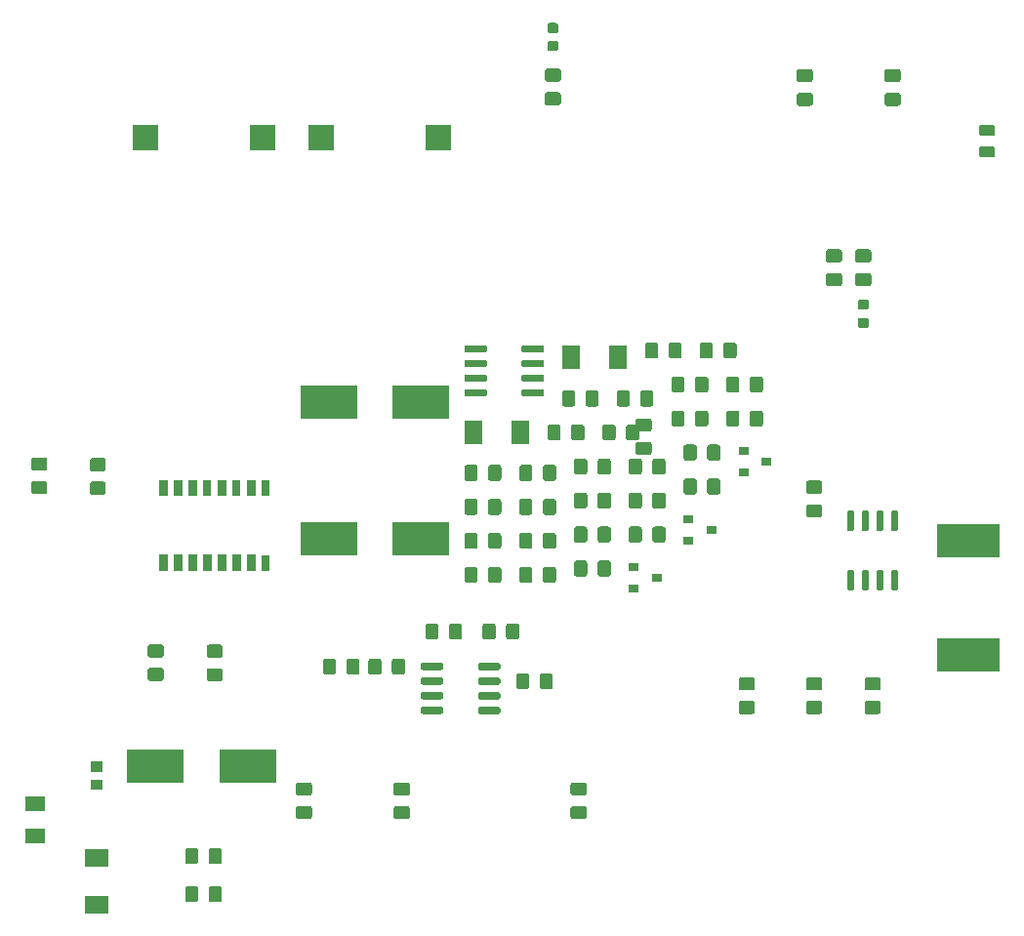
<source format=gbr>
G04 #@! TF.GenerationSoftware,KiCad,Pcbnew,(5.1.5)-3*
G04 #@! TF.CreationDate,2020-08-04T21:29:25-03:00*
G04 #@! TF.ProjectId,TSAL,5453414c-2e6b-4696-9361-645f70636258,rev?*
G04 #@! TF.SameCoordinates,Original*
G04 #@! TF.FileFunction,Paste,Top*
G04 #@! TF.FilePolarity,Positive*
%FSLAX46Y46*%
G04 Gerber Fmt 4.6, Leading zero omitted, Abs format (unit mm)*
G04 Created by KiCad (PCBNEW (5.1.5)-3) date 2020-08-04 21:29:25*
%MOMM*%
%LPD*%
G04 APERTURE LIST*
%ADD10R,0.900000X0.800000*%
%ADD11C,0.100000*%
%ADD12R,0.800000X1.400000*%
%ADD13R,5.400000X2.900000*%
%ADD14R,2.000000X1.600000*%
%ADD15R,1.600000X2.000000*%
%ADD16R,5.000000X3.000000*%
%ADD17R,2.200000X2.200000*%
G04 APERTURE END LIST*
D10*
X191607000Y-107550000D03*
X189607000Y-108500000D03*
X189607000Y-106600000D03*
D11*
G36*
X212381703Y-106882122D02*
G01*
X212396264Y-106884282D01*
X212410543Y-106887859D01*
X212424403Y-106892818D01*
X212437710Y-106899112D01*
X212450336Y-106906680D01*
X212462159Y-106915448D01*
X212473066Y-106925334D01*
X212482952Y-106936241D01*
X212491720Y-106948064D01*
X212499288Y-106960690D01*
X212505582Y-106973997D01*
X212510541Y-106987857D01*
X212514118Y-107002136D01*
X212516278Y-107016697D01*
X212517000Y-107031400D01*
X212517000Y-108481400D01*
X212516278Y-108496103D01*
X212514118Y-108510664D01*
X212510541Y-108524943D01*
X212505582Y-108538803D01*
X212499288Y-108552110D01*
X212491720Y-108564736D01*
X212482952Y-108576559D01*
X212473066Y-108587466D01*
X212462159Y-108597352D01*
X212450336Y-108606120D01*
X212437710Y-108613688D01*
X212424403Y-108619982D01*
X212410543Y-108624941D01*
X212396264Y-108628518D01*
X212381703Y-108630678D01*
X212367000Y-108631400D01*
X212067000Y-108631400D01*
X212052297Y-108630678D01*
X212037736Y-108628518D01*
X212023457Y-108624941D01*
X212009597Y-108619982D01*
X211996290Y-108613688D01*
X211983664Y-108606120D01*
X211971841Y-108597352D01*
X211960934Y-108587466D01*
X211951048Y-108576559D01*
X211942280Y-108564736D01*
X211934712Y-108552110D01*
X211928418Y-108538803D01*
X211923459Y-108524943D01*
X211919882Y-108510664D01*
X211917722Y-108496103D01*
X211917000Y-108481400D01*
X211917000Y-107031400D01*
X211917722Y-107016697D01*
X211919882Y-107002136D01*
X211923459Y-106987857D01*
X211928418Y-106973997D01*
X211934712Y-106960690D01*
X211942280Y-106948064D01*
X211951048Y-106936241D01*
X211960934Y-106925334D01*
X211971841Y-106915448D01*
X211983664Y-106906680D01*
X211996290Y-106899112D01*
X212009597Y-106892818D01*
X212023457Y-106887859D01*
X212037736Y-106884282D01*
X212052297Y-106882122D01*
X212067000Y-106881400D01*
X212367000Y-106881400D01*
X212381703Y-106882122D01*
G37*
G36*
X211111703Y-106882122D02*
G01*
X211126264Y-106884282D01*
X211140543Y-106887859D01*
X211154403Y-106892818D01*
X211167710Y-106899112D01*
X211180336Y-106906680D01*
X211192159Y-106915448D01*
X211203066Y-106925334D01*
X211212952Y-106936241D01*
X211221720Y-106948064D01*
X211229288Y-106960690D01*
X211235582Y-106973997D01*
X211240541Y-106987857D01*
X211244118Y-107002136D01*
X211246278Y-107016697D01*
X211247000Y-107031400D01*
X211247000Y-108481400D01*
X211246278Y-108496103D01*
X211244118Y-108510664D01*
X211240541Y-108524943D01*
X211235582Y-108538803D01*
X211229288Y-108552110D01*
X211221720Y-108564736D01*
X211212952Y-108576559D01*
X211203066Y-108587466D01*
X211192159Y-108597352D01*
X211180336Y-108606120D01*
X211167710Y-108613688D01*
X211154403Y-108619982D01*
X211140543Y-108624941D01*
X211126264Y-108628518D01*
X211111703Y-108630678D01*
X211097000Y-108631400D01*
X210797000Y-108631400D01*
X210782297Y-108630678D01*
X210767736Y-108628518D01*
X210753457Y-108624941D01*
X210739597Y-108619982D01*
X210726290Y-108613688D01*
X210713664Y-108606120D01*
X210701841Y-108597352D01*
X210690934Y-108587466D01*
X210681048Y-108576559D01*
X210672280Y-108564736D01*
X210664712Y-108552110D01*
X210658418Y-108538803D01*
X210653459Y-108524943D01*
X210649882Y-108510664D01*
X210647722Y-108496103D01*
X210647000Y-108481400D01*
X210647000Y-107031400D01*
X210647722Y-107016697D01*
X210649882Y-107002136D01*
X210653459Y-106987857D01*
X210658418Y-106973997D01*
X210664712Y-106960690D01*
X210672280Y-106948064D01*
X210681048Y-106936241D01*
X210690934Y-106925334D01*
X210701841Y-106915448D01*
X210713664Y-106906680D01*
X210726290Y-106899112D01*
X210739597Y-106892818D01*
X210753457Y-106887859D01*
X210767736Y-106884282D01*
X210782297Y-106882122D01*
X210797000Y-106881400D01*
X211097000Y-106881400D01*
X211111703Y-106882122D01*
G37*
G36*
X209841703Y-106882122D02*
G01*
X209856264Y-106884282D01*
X209870543Y-106887859D01*
X209884403Y-106892818D01*
X209897710Y-106899112D01*
X209910336Y-106906680D01*
X209922159Y-106915448D01*
X209933066Y-106925334D01*
X209942952Y-106936241D01*
X209951720Y-106948064D01*
X209959288Y-106960690D01*
X209965582Y-106973997D01*
X209970541Y-106987857D01*
X209974118Y-107002136D01*
X209976278Y-107016697D01*
X209977000Y-107031400D01*
X209977000Y-108481400D01*
X209976278Y-108496103D01*
X209974118Y-108510664D01*
X209970541Y-108524943D01*
X209965582Y-108538803D01*
X209959288Y-108552110D01*
X209951720Y-108564736D01*
X209942952Y-108576559D01*
X209933066Y-108587466D01*
X209922159Y-108597352D01*
X209910336Y-108606120D01*
X209897710Y-108613688D01*
X209884403Y-108619982D01*
X209870543Y-108624941D01*
X209856264Y-108628518D01*
X209841703Y-108630678D01*
X209827000Y-108631400D01*
X209527000Y-108631400D01*
X209512297Y-108630678D01*
X209497736Y-108628518D01*
X209483457Y-108624941D01*
X209469597Y-108619982D01*
X209456290Y-108613688D01*
X209443664Y-108606120D01*
X209431841Y-108597352D01*
X209420934Y-108587466D01*
X209411048Y-108576559D01*
X209402280Y-108564736D01*
X209394712Y-108552110D01*
X209388418Y-108538803D01*
X209383459Y-108524943D01*
X209379882Y-108510664D01*
X209377722Y-108496103D01*
X209377000Y-108481400D01*
X209377000Y-107031400D01*
X209377722Y-107016697D01*
X209379882Y-107002136D01*
X209383459Y-106987857D01*
X209388418Y-106973997D01*
X209394712Y-106960690D01*
X209402280Y-106948064D01*
X209411048Y-106936241D01*
X209420934Y-106925334D01*
X209431841Y-106915448D01*
X209443664Y-106906680D01*
X209456290Y-106899112D01*
X209469597Y-106892818D01*
X209483457Y-106887859D01*
X209497736Y-106884282D01*
X209512297Y-106882122D01*
X209527000Y-106881400D01*
X209827000Y-106881400D01*
X209841703Y-106882122D01*
G37*
G36*
X208571703Y-106882122D02*
G01*
X208586264Y-106884282D01*
X208600543Y-106887859D01*
X208614403Y-106892818D01*
X208627710Y-106899112D01*
X208640336Y-106906680D01*
X208652159Y-106915448D01*
X208663066Y-106925334D01*
X208672952Y-106936241D01*
X208681720Y-106948064D01*
X208689288Y-106960690D01*
X208695582Y-106973997D01*
X208700541Y-106987857D01*
X208704118Y-107002136D01*
X208706278Y-107016697D01*
X208707000Y-107031400D01*
X208707000Y-108481400D01*
X208706278Y-108496103D01*
X208704118Y-108510664D01*
X208700541Y-108524943D01*
X208695582Y-108538803D01*
X208689288Y-108552110D01*
X208681720Y-108564736D01*
X208672952Y-108576559D01*
X208663066Y-108587466D01*
X208652159Y-108597352D01*
X208640336Y-108606120D01*
X208627710Y-108613688D01*
X208614403Y-108619982D01*
X208600543Y-108624941D01*
X208586264Y-108628518D01*
X208571703Y-108630678D01*
X208557000Y-108631400D01*
X208257000Y-108631400D01*
X208242297Y-108630678D01*
X208227736Y-108628518D01*
X208213457Y-108624941D01*
X208199597Y-108619982D01*
X208186290Y-108613688D01*
X208173664Y-108606120D01*
X208161841Y-108597352D01*
X208150934Y-108587466D01*
X208141048Y-108576559D01*
X208132280Y-108564736D01*
X208124712Y-108552110D01*
X208118418Y-108538803D01*
X208113459Y-108524943D01*
X208109882Y-108510664D01*
X208107722Y-108496103D01*
X208107000Y-108481400D01*
X208107000Y-107031400D01*
X208107722Y-107016697D01*
X208109882Y-107002136D01*
X208113459Y-106987857D01*
X208118418Y-106973997D01*
X208124712Y-106960690D01*
X208132280Y-106948064D01*
X208141048Y-106936241D01*
X208150934Y-106925334D01*
X208161841Y-106915448D01*
X208173664Y-106906680D01*
X208186290Y-106899112D01*
X208199597Y-106892818D01*
X208213457Y-106887859D01*
X208227736Y-106884282D01*
X208242297Y-106882122D01*
X208257000Y-106881400D01*
X208557000Y-106881400D01*
X208571703Y-106882122D01*
G37*
G36*
X208571703Y-101732122D02*
G01*
X208586264Y-101734282D01*
X208600543Y-101737859D01*
X208614403Y-101742818D01*
X208627710Y-101749112D01*
X208640336Y-101756680D01*
X208652159Y-101765448D01*
X208663066Y-101775334D01*
X208672952Y-101786241D01*
X208681720Y-101798064D01*
X208689288Y-101810690D01*
X208695582Y-101823997D01*
X208700541Y-101837857D01*
X208704118Y-101852136D01*
X208706278Y-101866697D01*
X208707000Y-101881400D01*
X208707000Y-103331400D01*
X208706278Y-103346103D01*
X208704118Y-103360664D01*
X208700541Y-103374943D01*
X208695582Y-103388803D01*
X208689288Y-103402110D01*
X208681720Y-103414736D01*
X208672952Y-103426559D01*
X208663066Y-103437466D01*
X208652159Y-103447352D01*
X208640336Y-103456120D01*
X208627710Y-103463688D01*
X208614403Y-103469982D01*
X208600543Y-103474941D01*
X208586264Y-103478518D01*
X208571703Y-103480678D01*
X208557000Y-103481400D01*
X208257000Y-103481400D01*
X208242297Y-103480678D01*
X208227736Y-103478518D01*
X208213457Y-103474941D01*
X208199597Y-103469982D01*
X208186290Y-103463688D01*
X208173664Y-103456120D01*
X208161841Y-103447352D01*
X208150934Y-103437466D01*
X208141048Y-103426559D01*
X208132280Y-103414736D01*
X208124712Y-103402110D01*
X208118418Y-103388803D01*
X208113459Y-103374943D01*
X208109882Y-103360664D01*
X208107722Y-103346103D01*
X208107000Y-103331400D01*
X208107000Y-101881400D01*
X208107722Y-101866697D01*
X208109882Y-101852136D01*
X208113459Y-101837857D01*
X208118418Y-101823997D01*
X208124712Y-101810690D01*
X208132280Y-101798064D01*
X208141048Y-101786241D01*
X208150934Y-101775334D01*
X208161841Y-101765448D01*
X208173664Y-101756680D01*
X208186290Y-101749112D01*
X208199597Y-101742818D01*
X208213457Y-101737859D01*
X208227736Y-101734282D01*
X208242297Y-101732122D01*
X208257000Y-101731400D01*
X208557000Y-101731400D01*
X208571703Y-101732122D01*
G37*
G36*
X209841703Y-101732122D02*
G01*
X209856264Y-101734282D01*
X209870543Y-101737859D01*
X209884403Y-101742818D01*
X209897710Y-101749112D01*
X209910336Y-101756680D01*
X209922159Y-101765448D01*
X209933066Y-101775334D01*
X209942952Y-101786241D01*
X209951720Y-101798064D01*
X209959288Y-101810690D01*
X209965582Y-101823997D01*
X209970541Y-101837857D01*
X209974118Y-101852136D01*
X209976278Y-101866697D01*
X209977000Y-101881400D01*
X209977000Y-103331400D01*
X209976278Y-103346103D01*
X209974118Y-103360664D01*
X209970541Y-103374943D01*
X209965582Y-103388803D01*
X209959288Y-103402110D01*
X209951720Y-103414736D01*
X209942952Y-103426559D01*
X209933066Y-103437466D01*
X209922159Y-103447352D01*
X209910336Y-103456120D01*
X209897710Y-103463688D01*
X209884403Y-103469982D01*
X209870543Y-103474941D01*
X209856264Y-103478518D01*
X209841703Y-103480678D01*
X209827000Y-103481400D01*
X209527000Y-103481400D01*
X209512297Y-103480678D01*
X209497736Y-103478518D01*
X209483457Y-103474941D01*
X209469597Y-103469982D01*
X209456290Y-103463688D01*
X209443664Y-103456120D01*
X209431841Y-103447352D01*
X209420934Y-103437466D01*
X209411048Y-103426559D01*
X209402280Y-103414736D01*
X209394712Y-103402110D01*
X209388418Y-103388803D01*
X209383459Y-103374943D01*
X209379882Y-103360664D01*
X209377722Y-103346103D01*
X209377000Y-103331400D01*
X209377000Y-101881400D01*
X209377722Y-101866697D01*
X209379882Y-101852136D01*
X209383459Y-101837857D01*
X209388418Y-101823997D01*
X209394712Y-101810690D01*
X209402280Y-101798064D01*
X209411048Y-101786241D01*
X209420934Y-101775334D01*
X209431841Y-101765448D01*
X209443664Y-101756680D01*
X209456290Y-101749112D01*
X209469597Y-101742818D01*
X209483457Y-101737859D01*
X209497736Y-101734282D01*
X209512297Y-101732122D01*
X209527000Y-101731400D01*
X209827000Y-101731400D01*
X209841703Y-101732122D01*
G37*
G36*
X211111703Y-101732122D02*
G01*
X211126264Y-101734282D01*
X211140543Y-101737859D01*
X211154403Y-101742818D01*
X211167710Y-101749112D01*
X211180336Y-101756680D01*
X211192159Y-101765448D01*
X211203066Y-101775334D01*
X211212952Y-101786241D01*
X211221720Y-101798064D01*
X211229288Y-101810690D01*
X211235582Y-101823997D01*
X211240541Y-101837857D01*
X211244118Y-101852136D01*
X211246278Y-101866697D01*
X211247000Y-101881400D01*
X211247000Y-103331400D01*
X211246278Y-103346103D01*
X211244118Y-103360664D01*
X211240541Y-103374943D01*
X211235582Y-103388803D01*
X211229288Y-103402110D01*
X211221720Y-103414736D01*
X211212952Y-103426559D01*
X211203066Y-103437466D01*
X211192159Y-103447352D01*
X211180336Y-103456120D01*
X211167710Y-103463688D01*
X211154403Y-103469982D01*
X211140543Y-103474941D01*
X211126264Y-103478518D01*
X211111703Y-103480678D01*
X211097000Y-103481400D01*
X210797000Y-103481400D01*
X210782297Y-103480678D01*
X210767736Y-103478518D01*
X210753457Y-103474941D01*
X210739597Y-103469982D01*
X210726290Y-103463688D01*
X210713664Y-103456120D01*
X210701841Y-103447352D01*
X210690934Y-103437466D01*
X210681048Y-103426559D01*
X210672280Y-103414736D01*
X210664712Y-103402110D01*
X210658418Y-103388803D01*
X210653459Y-103374943D01*
X210649882Y-103360664D01*
X210647722Y-103346103D01*
X210647000Y-103331400D01*
X210647000Y-101881400D01*
X210647722Y-101866697D01*
X210649882Y-101852136D01*
X210653459Y-101837857D01*
X210658418Y-101823997D01*
X210664712Y-101810690D01*
X210672280Y-101798064D01*
X210681048Y-101786241D01*
X210690934Y-101775334D01*
X210701841Y-101765448D01*
X210713664Y-101756680D01*
X210726290Y-101749112D01*
X210739597Y-101742818D01*
X210753457Y-101737859D01*
X210767736Y-101734282D01*
X210782297Y-101732122D01*
X210797000Y-101731400D01*
X211097000Y-101731400D01*
X211111703Y-101732122D01*
G37*
G36*
X212381703Y-101732122D02*
G01*
X212396264Y-101734282D01*
X212410543Y-101737859D01*
X212424403Y-101742818D01*
X212437710Y-101749112D01*
X212450336Y-101756680D01*
X212462159Y-101765448D01*
X212473066Y-101775334D01*
X212482952Y-101786241D01*
X212491720Y-101798064D01*
X212499288Y-101810690D01*
X212505582Y-101823997D01*
X212510541Y-101837857D01*
X212514118Y-101852136D01*
X212516278Y-101866697D01*
X212517000Y-101881400D01*
X212517000Y-103331400D01*
X212516278Y-103346103D01*
X212514118Y-103360664D01*
X212510541Y-103374943D01*
X212505582Y-103388803D01*
X212499288Y-103402110D01*
X212491720Y-103414736D01*
X212482952Y-103426559D01*
X212473066Y-103437466D01*
X212462159Y-103447352D01*
X212450336Y-103456120D01*
X212437710Y-103463688D01*
X212424403Y-103469982D01*
X212410543Y-103474941D01*
X212396264Y-103478518D01*
X212381703Y-103480678D01*
X212367000Y-103481400D01*
X212067000Y-103481400D01*
X212052297Y-103480678D01*
X212037736Y-103478518D01*
X212023457Y-103474941D01*
X212009597Y-103469982D01*
X211996290Y-103463688D01*
X211983664Y-103456120D01*
X211971841Y-103447352D01*
X211960934Y-103437466D01*
X211951048Y-103426559D01*
X211942280Y-103414736D01*
X211934712Y-103402110D01*
X211928418Y-103388803D01*
X211923459Y-103374943D01*
X211919882Y-103360664D01*
X211917722Y-103346103D01*
X211917000Y-103331400D01*
X211917000Y-101881400D01*
X211917722Y-101866697D01*
X211919882Y-101852136D01*
X211923459Y-101837857D01*
X211928418Y-101823997D01*
X211934712Y-101810690D01*
X211942280Y-101798064D01*
X211951048Y-101786241D01*
X211960934Y-101775334D01*
X211971841Y-101765448D01*
X211983664Y-101756680D01*
X211996290Y-101749112D01*
X212009597Y-101742818D01*
X212023457Y-101737859D01*
X212037736Y-101734282D01*
X212052297Y-101732122D01*
X212067000Y-101731400D01*
X212367000Y-101731400D01*
X212381703Y-101732122D01*
G37*
D10*
X196357000Y-103390000D03*
X194357000Y-104340000D03*
X194357000Y-102440000D03*
D11*
G36*
X181671703Y-87385722D02*
G01*
X181686264Y-87387882D01*
X181700543Y-87391459D01*
X181714403Y-87396418D01*
X181727710Y-87402712D01*
X181740336Y-87410280D01*
X181752159Y-87419048D01*
X181763066Y-87428934D01*
X181772952Y-87439841D01*
X181781720Y-87451664D01*
X181789288Y-87464290D01*
X181795582Y-87477597D01*
X181800541Y-87491457D01*
X181804118Y-87505736D01*
X181806278Y-87520297D01*
X181807000Y-87535000D01*
X181807000Y-87835000D01*
X181806278Y-87849703D01*
X181804118Y-87864264D01*
X181800541Y-87878543D01*
X181795582Y-87892403D01*
X181789288Y-87905710D01*
X181781720Y-87918336D01*
X181772952Y-87930159D01*
X181763066Y-87941066D01*
X181752159Y-87950952D01*
X181740336Y-87959720D01*
X181727710Y-87967288D01*
X181714403Y-87973582D01*
X181700543Y-87978541D01*
X181686264Y-87982118D01*
X181671703Y-87984278D01*
X181657000Y-87985000D01*
X180007000Y-87985000D01*
X179992297Y-87984278D01*
X179977736Y-87982118D01*
X179963457Y-87978541D01*
X179949597Y-87973582D01*
X179936290Y-87967288D01*
X179923664Y-87959720D01*
X179911841Y-87950952D01*
X179900934Y-87941066D01*
X179891048Y-87930159D01*
X179882280Y-87918336D01*
X179874712Y-87905710D01*
X179868418Y-87892403D01*
X179863459Y-87878543D01*
X179859882Y-87864264D01*
X179857722Y-87849703D01*
X179857000Y-87835000D01*
X179857000Y-87535000D01*
X179857722Y-87520297D01*
X179859882Y-87505736D01*
X179863459Y-87491457D01*
X179868418Y-87477597D01*
X179874712Y-87464290D01*
X179882280Y-87451664D01*
X179891048Y-87439841D01*
X179900934Y-87428934D01*
X179911841Y-87419048D01*
X179923664Y-87410280D01*
X179936290Y-87402712D01*
X179949597Y-87396418D01*
X179963457Y-87391459D01*
X179977736Y-87387882D01*
X179992297Y-87385722D01*
X180007000Y-87385000D01*
X181657000Y-87385000D01*
X181671703Y-87385722D01*
G37*
G36*
X181671703Y-88655722D02*
G01*
X181686264Y-88657882D01*
X181700543Y-88661459D01*
X181714403Y-88666418D01*
X181727710Y-88672712D01*
X181740336Y-88680280D01*
X181752159Y-88689048D01*
X181763066Y-88698934D01*
X181772952Y-88709841D01*
X181781720Y-88721664D01*
X181789288Y-88734290D01*
X181795582Y-88747597D01*
X181800541Y-88761457D01*
X181804118Y-88775736D01*
X181806278Y-88790297D01*
X181807000Y-88805000D01*
X181807000Y-89105000D01*
X181806278Y-89119703D01*
X181804118Y-89134264D01*
X181800541Y-89148543D01*
X181795582Y-89162403D01*
X181789288Y-89175710D01*
X181781720Y-89188336D01*
X181772952Y-89200159D01*
X181763066Y-89211066D01*
X181752159Y-89220952D01*
X181740336Y-89229720D01*
X181727710Y-89237288D01*
X181714403Y-89243582D01*
X181700543Y-89248541D01*
X181686264Y-89252118D01*
X181671703Y-89254278D01*
X181657000Y-89255000D01*
X180007000Y-89255000D01*
X179992297Y-89254278D01*
X179977736Y-89252118D01*
X179963457Y-89248541D01*
X179949597Y-89243582D01*
X179936290Y-89237288D01*
X179923664Y-89229720D01*
X179911841Y-89220952D01*
X179900934Y-89211066D01*
X179891048Y-89200159D01*
X179882280Y-89188336D01*
X179874712Y-89175710D01*
X179868418Y-89162403D01*
X179863459Y-89148543D01*
X179859882Y-89134264D01*
X179857722Y-89119703D01*
X179857000Y-89105000D01*
X179857000Y-88805000D01*
X179857722Y-88790297D01*
X179859882Y-88775736D01*
X179863459Y-88761457D01*
X179868418Y-88747597D01*
X179874712Y-88734290D01*
X179882280Y-88721664D01*
X179891048Y-88709841D01*
X179900934Y-88698934D01*
X179911841Y-88689048D01*
X179923664Y-88680280D01*
X179936290Y-88672712D01*
X179949597Y-88666418D01*
X179963457Y-88661459D01*
X179977736Y-88657882D01*
X179992297Y-88655722D01*
X180007000Y-88655000D01*
X181657000Y-88655000D01*
X181671703Y-88655722D01*
G37*
G36*
X181671703Y-89925722D02*
G01*
X181686264Y-89927882D01*
X181700543Y-89931459D01*
X181714403Y-89936418D01*
X181727710Y-89942712D01*
X181740336Y-89950280D01*
X181752159Y-89959048D01*
X181763066Y-89968934D01*
X181772952Y-89979841D01*
X181781720Y-89991664D01*
X181789288Y-90004290D01*
X181795582Y-90017597D01*
X181800541Y-90031457D01*
X181804118Y-90045736D01*
X181806278Y-90060297D01*
X181807000Y-90075000D01*
X181807000Y-90375000D01*
X181806278Y-90389703D01*
X181804118Y-90404264D01*
X181800541Y-90418543D01*
X181795582Y-90432403D01*
X181789288Y-90445710D01*
X181781720Y-90458336D01*
X181772952Y-90470159D01*
X181763066Y-90481066D01*
X181752159Y-90490952D01*
X181740336Y-90499720D01*
X181727710Y-90507288D01*
X181714403Y-90513582D01*
X181700543Y-90518541D01*
X181686264Y-90522118D01*
X181671703Y-90524278D01*
X181657000Y-90525000D01*
X180007000Y-90525000D01*
X179992297Y-90524278D01*
X179977736Y-90522118D01*
X179963457Y-90518541D01*
X179949597Y-90513582D01*
X179936290Y-90507288D01*
X179923664Y-90499720D01*
X179911841Y-90490952D01*
X179900934Y-90481066D01*
X179891048Y-90470159D01*
X179882280Y-90458336D01*
X179874712Y-90445710D01*
X179868418Y-90432403D01*
X179863459Y-90418543D01*
X179859882Y-90404264D01*
X179857722Y-90389703D01*
X179857000Y-90375000D01*
X179857000Y-90075000D01*
X179857722Y-90060297D01*
X179859882Y-90045736D01*
X179863459Y-90031457D01*
X179868418Y-90017597D01*
X179874712Y-90004290D01*
X179882280Y-89991664D01*
X179891048Y-89979841D01*
X179900934Y-89968934D01*
X179911841Y-89959048D01*
X179923664Y-89950280D01*
X179936290Y-89942712D01*
X179949597Y-89936418D01*
X179963457Y-89931459D01*
X179977736Y-89927882D01*
X179992297Y-89925722D01*
X180007000Y-89925000D01*
X181657000Y-89925000D01*
X181671703Y-89925722D01*
G37*
G36*
X181671703Y-91195722D02*
G01*
X181686264Y-91197882D01*
X181700543Y-91201459D01*
X181714403Y-91206418D01*
X181727710Y-91212712D01*
X181740336Y-91220280D01*
X181752159Y-91229048D01*
X181763066Y-91238934D01*
X181772952Y-91249841D01*
X181781720Y-91261664D01*
X181789288Y-91274290D01*
X181795582Y-91287597D01*
X181800541Y-91301457D01*
X181804118Y-91315736D01*
X181806278Y-91330297D01*
X181807000Y-91345000D01*
X181807000Y-91645000D01*
X181806278Y-91659703D01*
X181804118Y-91674264D01*
X181800541Y-91688543D01*
X181795582Y-91702403D01*
X181789288Y-91715710D01*
X181781720Y-91728336D01*
X181772952Y-91740159D01*
X181763066Y-91751066D01*
X181752159Y-91760952D01*
X181740336Y-91769720D01*
X181727710Y-91777288D01*
X181714403Y-91783582D01*
X181700543Y-91788541D01*
X181686264Y-91792118D01*
X181671703Y-91794278D01*
X181657000Y-91795000D01*
X180007000Y-91795000D01*
X179992297Y-91794278D01*
X179977736Y-91792118D01*
X179963457Y-91788541D01*
X179949597Y-91783582D01*
X179936290Y-91777288D01*
X179923664Y-91769720D01*
X179911841Y-91760952D01*
X179900934Y-91751066D01*
X179891048Y-91740159D01*
X179882280Y-91728336D01*
X179874712Y-91715710D01*
X179868418Y-91702403D01*
X179863459Y-91688543D01*
X179859882Y-91674264D01*
X179857722Y-91659703D01*
X179857000Y-91645000D01*
X179857000Y-91345000D01*
X179857722Y-91330297D01*
X179859882Y-91315736D01*
X179863459Y-91301457D01*
X179868418Y-91287597D01*
X179874712Y-91274290D01*
X179882280Y-91261664D01*
X179891048Y-91249841D01*
X179900934Y-91238934D01*
X179911841Y-91229048D01*
X179923664Y-91220280D01*
X179936290Y-91212712D01*
X179949597Y-91206418D01*
X179963457Y-91201459D01*
X179977736Y-91197882D01*
X179992297Y-91195722D01*
X180007000Y-91195000D01*
X181657000Y-91195000D01*
X181671703Y-91195722D01*
G37*
G36*
X176721703Y-91195722D02*
G01*
X176736264Y-91197882D01*
X176750543Y-91201459D01*
X176764403Y-91206418D01*
X176777710Y-91212712D01*
X176790336Y-91220280D01*
X176802159Y-91229048D01*
X176813066Y-91238934D01*
X176822952Y-91249841D01*
X176831720Y-91261664D01*
X176839288Y-91274290D01*
X176845582Y-91287597D01*
X176850541Y-91301457D01*
X176854118Y-91315736D01*
X176856278Y-91330297D01*
X176857000Y-91345000D01*
X176857000Y-91645000D01*
X176856278Y-91659703D01*
X176854118Y-91674264D01*
X176850541Y-91688543D01*
X176845582Y-91702403D01*
X176839288Y-91715710D01*
X176831720Y-91728336D01*
X176822952Y-91740159D01*
X176813066Y-91751066D01*
X176802159Y-91760952D01*
X176790336Y-91769720D01*
X176777710Y-91777288D01*
X176764403Y-91783582D01*
X176750543Y-91788541D01*
X176736264Y-91792118D01*
X176721703Y-91794278D01*
X176707000Y-91795000D01*
X175057000Y-91795000D01*
X175042297Y-91794278D01*
X175027736Y-91792118D01*
X175013457Y-91788541D01*
X174999597Y-91783582D01*
X174986290Y-91777288D01*
X174973664Y-91769720D01*
X174961841Y-91760952D01*
X174950934Y-91751066D01*
X174941048Y-91740159D01*
X174932280Y-91728336D01*
X174924712Y-91715710D01*
X174918418Y-91702403D01*
X174913459Y-91688543D01*
X174909882Y-91674264D01*
X174907722Y-91659703D01*
X174907000Y-91645000D01*
X174907000Y-91345000D01*
X174907722Y-91330297D01*
X174909882Y-91315736D01*
X174913459Y-91301457D01*
X174918418Y-91287597D01*
X174924712Y-91274290D01*
X174932280Y-91261664D01*
X174941048Y-91249841D01*
X174950934Y-91238934D01*
X174961841Y-91229048D01*
X174973664Y-91220280D01*
X174986290Y-91212712D01*
X174999597Y-91206418D01*
X175013457Y-91201459D01*
X175027736Y-91197882D01*
X175042297Y-91195722D01*
X175057000Y-91195000D01*
X176707000Y-91195000D01*
X176721703Y-91195722D01*
G37*
G36*
X176721703Y-89925722D02*
G01*
X176736264Y-89927882D01*
X176750543Y-89931459D01*
X176764403Y-89936418D01*
X176777710Y-89942712D01*
X176790336Y-89950280D01*
X176802159Y-89959048D01*
X176813066Y-89968934D01*
X176822952Y-89979841D01*
X176831720Y-89991664D01*
X176839288Y-90004290D01*
X176845582Y-90017597D01*
X176850541Y-90031457D01*
X176854118Y-90045736D01*
X176856278Y-90060297D01*
X176857000Y-90075000D01*
X176857000Y-90375000D01*
X176856278Y-90389703D01*
X176854118Y-90404264D01*
X176850541Y-90418543D01*
X176845582Y-90432403D01*
X176839288Y-90445710D01*
X176831720Y-90458336D01*
X176822952Y-90470159D01*
X176813066Y-90481066D01*
X176802159Y-90490952D01*
X176790336Y-90499720D01*
X176777710Y-90507288D01*
X176764403Y-90513582D01*
X176750543Y-90518541D01*
X176736264Y-90522118D01*
X176721703Y-90524278D01*
X176707000Y-90525000D01*
X175057000Y-90525000D01*
X175042297Y-90524278D01*
X175027736Y-90522118D01*
X175013457Y-90518541D01*
X174999597Y-90513582D01*
X174986290Y-90507288D01*
X174973664Y-90499720D01*
X174961841Y-90490952D01*
X174950934Y-90481066D01*
X174941048Y-90470159D01*
X174932280Y-90458336D01*
X174924712Y-90445710D01*
X174918418Y-90432403D01*
X174913459Y-90418543D01*
X174909882Y-90404264D01*
X174907722Y-90389703D01*
X174907000Y-90375000D01*
X174907000Y-90075000D01*
X174907722Y-90060297D01*
X174909882Y-90045736D01*
X174913459Y-90031457D01*
X174918418Y-90017597D01*
X174924712Y-90004290D01*
X174932280Y-89991664D01*
X174941048Y-89979841D01*
X174950934Y-89968934D01*
X174961841Y-89959048D01*
X174973664Y-89950280D01*
X174986290Y-89942712D01*
X174999597Y-89936418D01*
X175013457Y-89931459D01*
X175027736Y-89927882D01*
X175042297Y-89925722D01*
X175057000Y-89925000D01*
X176707000Y-89925000D01*
X176721703Y-89925722D01*
G37*
G36*
X176721703Y-88655722D02*
G01*
X176736264Y-88657882D01*
X176750543Y-88661459D01*
X176764403Y-88666418D01*
X176777710Y-88672712D01*
X176790336Y-88680280D01*
X176802159Y-88689048D01*
X176813066Y-88698934D01*
X176822952Y-88709841D01*
X176831720Y-88721664D01*
X176839288Y-88734290D01*
X176845582Y-88747597D01*
X176850541Y-88761457D01*
X176854118Y-88775736D01*
X176856278Y-88790297D01*
X176857000Y-88805000D01*
X176857000Y-89105000D01*
X176856278Y-89119703D01*
X176854118Y-89134264D01*
X176850541Y-89148543D01*
X176845582Y-89162403D01*
X176839288Y-89175710D01*
X176831720Y-89188336D01*
X176822952Y-89200159D01*
X176813066Y-89211066D01*
X176802159Y-89220952D01*
X176790336Y-89229720D01*
X176777710Y-89237288D01*
X176764403Y-89243582D01*
X176750543Y-89248541D01*
X176736264Y-89252118D01*
X176721703Y-89254278D01*
X176707000Y-89255000D01*
X175057000Y-89255000D01*
X175042297Y-89254278D01*
X175027736Y-89252118D01*
X175013457Y-89248541D01*
X174999597Y-89243582D01*
X174986290Y-89237288D01*
X174973664Y-89229720D01*
X174961841Y-89220952D01*
X174950934Y-89211066D01*
X174941048Y-89200159D01*
X174932280Y-89188336D01*
X174924712Y-89175710D01*
X174918418Y-89162403D01*
X174913459Y-89148543D01*
X174909882Y-89134264D01*
X174907722Y-89119703D01*
X174907000Y-89105000D01*
X174907000Y-88805000D01*
X174907722Y-88790297D01*
X174909882Y-88775736D01*
X174913459Y-88761457D01*
X174918418Y-88747597D01*
X174924712Y-88734290D01*
X174932280Y-88721664D01*
X174941048Y-88709841D01*
X174950934Y-88698934D01*
X174961841Y-88689048D01*
X174973664Y-88680280D01*
X174986290Y-88672712D01*
X174999597Y-88666418D01*
X175013457Y-88661459D01*
X175027736Y-88657882D01*
X175042297Y-88655722D01*
X175057000Y-88655000D01*
X176707000Y-88655000D01*
X176721703Y-88655722D01*
G37*
G36*
X176721703Y-87385722D02*
G01*
X176736264Y-87387882D01*
X176750543Y-87391459D01*
X176764403Y-87396418D01*
X176777710Y-87402712D01*
X176790336Y-87410280D01*
X176802159Y-87419048D01*
X176813066Y-87428934D01*
X176822952Y-87439841D01*
X176831720Y-87451664D01*
X176839288Y-87464290D01*
X176845582Y-87477597D01*
X176850541Y-87491457D01*
X176854118Y-87505736D01*
X176856278Y-87520297D01*
X176857000Y-87535000D01*
X176857000Y-87835000D01*
X176856278Y-87849703D01*
X176854118Y-87864264D01*
X176850541Y-87878543D01*
X176845582Y-87892403D01*
X176839288Y-87905710D01*
X176831720Y-87918336D01*
X176822952Y-87930159D01*
X176813066Y-87941066D01*
X176802159Y-87950952D01*
X176790336Y-87959720D01*
X176777710Y-87967288D01*
X176764403Y-87973582D01*
X176750543Y-87978541D01*
X176736264Y-87982118D01*
X176721703Y-87984278D01*
X176707000Y-87985000D01*
X175057000Y-87985000D01*
X175042297Y-87984278D01*
X175027736Y-87982118D01*
X175013457Y-87978541D01*
X174999597Y-87973582D01*
X174986290Y-87967288D01*
X174973664Y-87959720D01*
X174961841Y-87950952D01*
X174950934Y-87941066D01*
X174941048Y-87930159D01*
X174932280Y-87918336D01*
X174924712Y-87905710D01*
X174918418Y-87892403D01*
X174913459Y-87878543D01*
X174909882Y-87864264D01*
X174907722Y-87849703D01*
X174907000Y-87835000D01*
X174907000Y-87535000D01*
X174907722Y-87520297D01*
X174909882Y-87505736D01*
X174913459Y-87491457D01*
X174918418Y-87477597D01*
X174924712Y-87464290D01*
X174932280Y-87451664D01*
X174941048Y-87439841D01*
X174950934Y-87428934D01*
X174961841Y-87419048D01*
X174973664Y-87410280D01*
X174986290Y-87402712D01*
X174999597Y-87396418D01*
X175013457Y-87391459D01*
X175027736Y-87387882D01*
X175042297Y-87385722D01*
X175057000Y-87385000D01*
X176707000Y-87385000D01*
X176721703Y-87385722D01*
G37*
D12*
X157683200Y-106247000D03*
D11*
G36*
X156013200Y-105547000D02*
G01*
X156813200Y-105547000D01*
X156813200Y-106947000D01*
X156013200Y-106947000D01*
X156013200Y-105547000D01*
G37*
G36*
X154743200Y-105547000D02*
G01*
X155543200Y-105547000D01*
X155543200Y-106947000D01*
X154743200Y-106947000D01*
X154743200Y-105547000D01*
G37*
G36*
X153473200Y-105547000D02*
G01*
X154273200Y-105547000D01*
X154273200Y-106947000D01*
X153473200Y-106947000D01*
X153473200Y-105547000D01*
G37*
G36*
X152203200Y-105547000D02*
G01*
X153003200Y-105547000D01*
X153003200Y-106947000D01*
X152203200Y-106947000D01*
X152203200Y-105547000D01*
G37*
G36*
X150933200Y-105547000D02*
G01*
X151733200Y-105547000D01*
X151733200Y-106947000D01*
X150933200Y-106947000D01*
X150933200Y-105547000D01*
G37*
G36*
X149663200Y-105547000D02*
G01*
X150463200Y-105547000D01*
X150463200Y-106947000D01*
X149663200Y-106947000D01*
X149663200Y-105547000D01*
G37*
G36*
X148393200Y-105547000D02*
G01*
X149193200Y-105547000D01*
X149193200Y-106947000D01*
X148393200Y-106947000D01*
X148393200Y-105547000D01*
G37*
G36*
X148393200Y-99047000D02*
G01*
X149193200Y-99047000D01*
X149193200Y-100447000D01*
X148393200Y-100447000D01*
X148393200Y-99047000D01*
G37*
G36*
X149663200Y-99047000D02*
G01*
X150463200Y-99047000D01*
X150463200Y-100447000D01*
X149663200Y-100447000D01*
X149663200Y-99047000D01*
G37*
G36*
X150933200Y-99047000D02*
G01*
X151733200Y-99047000D01*
X151733200Y-100447000D01*
X150933200Y-100447000D01*
X150933200Y-99047000D01*
G37*
D12*
X152603200Y-99747000D03*
D11*
G36*
X153473200Y-99047000D02*
G01*
X154273200Y-99047000D01*
X154273200Y-100447000D01*
X153473200Y-100447000D01*
X153473200Y-99047000D01*
G37*
D12*
X155143200Y-99747000D03*
D11*
G36*
X156013200Y-99047000D02*
G01*
X156813200Y-99047000D01*
X156813200Y-100447000D01*
X156013200Y-100447000D01*
X156013200Y-99047000D01*
G37*
D12*
X157683200Y-99747000D03*
D11*
G36*
X196881505Y-98941204D02*
G01*
X196905773Y-98944804D01*
X196929572Y-98950765D01*
X196952671Y-98959030D01*
X196974850Y-98969520D01*
X196995893Y-98982132D01*
X197015599Y-98996747D01*
X197033777Y-99013223D01*
X197050253Y-99031401D01*
X197064868Y-99051107D01*
X197077480Y-99072150D01*
X197087970Y-99094329D01*
X197096235Y-99117428D01*
X197102196Y-99141227D01*
X197105796Y-99165495D01*
X197107000Y-99189999D01*
X197107000Y-100090001D01*
X197105796Y-100114505D01*
X197102196Y-100138773D01*
X197096235Y-100162572D01*
X197087970Y-100185671D01*
X197077480Y-100207850D01*
X197064868Y-100228893D01*
X197050253Y-100248599D01*
X197033777Y-100266777D01*
X197015599Y-100283253D01*
X196995893Y-100297868D01*
X196974850Y-100310480D01*
X196952671Y-100320970D01*
X196929572Y-100329235D01*
X196905773Y-100335196D01*
X196881505Y-100338796D01*
X196857001Y-100340000D01*
X196206999Y-100340000D01*
X196182495Y-100338796D01*
X196158227Y-100335196D01*
X196134428Y-100329235D01*
X196111329Y-100320970D01*
X196089150Y-100310480D01*
X196068107Y-100297868D01*
X196048401Y-100283253D01*
X196030223Y-100266777D01*
X196013747Y-100248599D01*
X195999132Y-100228893D01*
X195986520Y-100207850D01*
X195976030Y-100185671D01*
X195967765Y-100162572D01*
X195961804Y-100138773D01*
X195958204Y-100114505D01*
X195957000Y-100090001D01*
X195957000Y-99189999D01*
X195958204Y-99165495D01*
X195961804Y-99141227D01*
X195967765Y-99117428D01*
X195976030Y-99094329D01*
X195986520Y-99072150D01*
X195999132Y-99051107D01*
X196013747Y-99031401D01*
X196030223Y-99013223D01*
X196048401Y-98996747D01*
X196068107Y-98982132D01*
X196089150Y-98969520D01*
X196111329Y-98959030D01*
X196134428Y-98950765D01*
X196158227Y-98944804D01*
X196182495Y-98941204D01*
X196206999Y-98940000D01*
X196857001Y-98940000D01*
X196881505Y-98941204D01*
G37*
G36*
X194831505Y-98941204D02*
G01*
X194855773Y-98944804D01*
X194879572Y-98950765D01*
X194902671Y-98959030D01*
X194924850Y-98969520D01*
X194945893Y-98982132D01*
X194965599Y-98996747D01*
X194983777Y-99013223D01*
X195000253Y-99031401D01*
X195014868Y-99051107D01*
X195027480Y-99072150D01*
X195037970Y-99094329D01*
X195046235Y-99117428D01*
X195052196Y-99141227D01*
X195055796Y-99165495D01*
X195057000Y-99189999D01*
X195057000Y-100090001D01*
X195055796Y-100114505D01*
X195052196Y-100138773D01*
X195046235Y-100162572D01*
X195037970Y-100185671D01*
X195027480Y-100207850D01*
X195014868Y-100228893D01*
X195000253Y-100248599D01*
X194983777Y-100266777D01*
X194965599Y-100283253D01*
X194945893Y-100297868D01*
X194924850Y-100310480D01*
X194902671Y-100320970D01*
X194879572Y-100329235D01*
X194855773Y-100335196D01*
X194831505Y-100338796D01*
X194807001Y-100340000D01*
X194156999Y-100340000D01*
X194132495Y-100338796D01*
X194108227Y-100335196D01*
X194084428Y-100329235D01*
X194061329Y-100320970D01*
X194039150Y-100310480D01*
X194018107Y-100297868D01*
X193998401Y-100283253D01*
X193980223Y-100266777D01*
X193963747Y-100248599D01*
X193949132Y-100228893D01*
X193936520Y-100207850D01*
X193926030Y-100185671D01*
X193917765Y-100162572D01*
X193911804Y-100138773D01*
X193908204Y-100114505D01*
X193907000Y-100090001D01*
X193907000Y-99189999D01*
X193908204Y-99165495D01*
X193911804Y-99141227D01*
X193917765Y-99117428D01*
X193926030Y-99094329D01*
X193936520Y-99072150D01*
X193949132Y-99051107D01*
X193963747Y-99031401D01*
X193980223Y-99013223D01*
X193998401Y-98996747D01*
X194018107Y-98982132D01*
X194039150Y-98969520D01*
X194061329Y-98959030D01*
X194084428Y-98950765D01*
X194108227Y-98944804D01*
X194132495Y-98941204D01*
X194156999Y-98940000D01*
X194807001Y-98940000D01*
X194831505Y-98941204D01*
G37*
G36*
X192131505Y-103101204D02*
G01*
X192155773Y-103104804D01*
X192179572Y-103110765D01*
X192202671Y-103119030D01*
X192224850Y-103129520D01*
X192245893Y-103142132D01*
X192265599Y-103156747D01*
X192283777Y-103173223D01*
X192300253Y-103191401D01*
X192314868Y-103211107D01*
X192327480Y-103232150D01*
X192337970Y-103254329D01*
X192346235Y-103277428D01*
X192352196Y-103301227D01*
X192355796Y-103325495D01*
X192357000Y-103349999D01*
X192357000Y-104250001D01*
X192355796Y-104274505D01*
X192352196Y-104298773D01*
X192346235Y-104322572D01*
X192337970Y-104345671D01*
X192327480Y-104367850D01*
X192314868Y-104388893D01*
X192300253Y-104408599D01*
X192283777Y-104426777D01*
X192265599Y-104443253D01*
X192245893Y-104457868D01*
X192224850Y-104470480D01*
X192202671Y-104480970D01*
X192179572Y-104489235D01*
X192155773Y-104495196D01*
X192131505Y-104498796D01*
X192107001Y-104500000D01*
X191456999Y-104500000D01*
X191432495Y-104498796D01*
X191408227Y-104495196D01*
X191384428Y-104489235D01*
X191361329Y-104480970D01*
X191339150Y-104470480D01*
X191318107Y-104457868D01*
X191298401Y-104443253D01*
X191280223Y-104426777D01*
X191263747Y-104408599D01*
X191249132Y-104388893D01*
X191236520Y-104367850D01*
X191226030Y-104345671D01*
X191217765Y-104322572D01*
X191211804Y-104298773D01*
X191208204Y-104274505D01*
X191207000Y-104250001D01*
X191207000Y-103349999D01*
X191208204Y-103325495D01*
X191211804Y-103301227D01*
X191217765Y-103277428D01*
X191226030Y-103254329D01*
X191236520Y-103232150D01*
X191249132Y-103211107D01*
X191263747Y-103191401D01*
X191280223Y-103173223D01*
X191298401Y-103156747D01*
X191318107Y-103142132D01*
X191339150Y-103129520D01*
X191361329Y-103119030D01*
X191384428Y-103110765D01*
X191408227Y-103104804D01*
X191432495Y-103101204D01*
X191456999Y-103100000D01*
X192107001Y-103100000D01*
X192131505Y-103101204D01*
G37*
G36*
X190081505Y-103101204D02*
G01*
X190105773Y-103104804D01*
X190129572Y-103110765D01*
X190152671Y-103119030D01*
X190174850Y-103129520D01*
X190195893Y-103142132D01*
X190215599Y-103156747D01*
X190233777Y-103173223D01*
X190250253Y-103191401D01*
X190264868Y-103211107D01*
X190277480Y-103232150D01*
X190287970Y-103254329D01*
X190296235Y-103277428D01*
X190302196Y-103301227D01*
X190305796Y-103325495D01*
X190307000Y-103349999D01*
X190307000Y-104250001D01*
X190305796Y-104274505D01*
X190302196Y-104298773D01*
X190296235Y-104322572D01*
X190287970Y-104345671D01*
X190277480Y-104367850D01*
X190264868Y-104388893D01*
X190250253Y-104408599D01*
X190233777Y-104426777D01*
X190215599Y-104443253D01*
X190195893Y-104457868D01*
X190174850Y-104470480D01*
X190152671Y-104480970D01*
X190129572Y-104489235D01*
X190105773Y-104495196D01*
X190081505Y-104498796D01*
X190057001Y-104500000D01*
X189406999Y-104500000D01*
X189382495Y-104498796D01*
X189358227Y-104495196D01*
X189334428Y-104489235D01*
X189311329Y-104480970D01*
X189289150Y-104470480D01*
X189268107Y-104457868D01*
X189248401Y-104443253D01*
X189230223Y-104426777D01*
X189213747Y-104408599D01*
X189199132Y-104388893D01*
X189186520Y-104367850D01*
X189176030Y-104345671D01*
X189167765Y-104322572D01*
X189161804Y-104298773D01*
X189158204Y-104274505D01*
X189157000Y-104250001D01*
X189157000Y-103349999D01*
X189158204Y-103325495D01*
X189161804Y-103301227D01*
X189167765Y-103277428D01*
X189176030Y-103254329D01*
X189186520Y-103232150D01*
X189199132Y-103211107D01*
X189213747Y-103191401D01*
X189230223Y-103173223D01*
X189248401Y-103156747D01*
X189268107Y-103142132D01*
X189289150Y-103129520D01*
X189311329Y-103119030D01*
X189334428Y-103110765D01*
X189358227Y-103104804D01*
X189382495Y-103101204D01*
X189406999Y-103100000D01*
X190057001Y-103100000D01*
X190081505Y-103101204D01*
G37*
G36*
X196881505Y-95991204D02*
G01*
X196905773Y-95994804D01*
X196929572Y-96000765D01*
X196952671Y-96009030D01*
X196974850Y-96019520D01*
X196995893Y-96032132D01*
X197015599Y-96046747D01*
X197033777Y-96063223D01*
X197050253Y-96081401D01*
X197064868Y-96101107D01*
X197077480Y-96122150D01*
X197087970Y-96144329D01*
X197096235Y-96167428D01*
X197102196Y-96191227D01*
X197105796Y-96215495D01*
X197107000Y-96239999D01*
X197107000Y-97140001D01*
X197105796Y-97164505D01*
X197102196Y-97188773D01*
X197096235Y-97212572D01*
X197087970Y-97235671D01*
X197077480Y-97257850D01*
X197064868Y-97278893D01*
X197050253Y-97298599D01*
X197033777Y-97316777D01*
X197015599Y-97333253D01*
X196995893Y-97347868D01*
X196974850Y-97360480D01*
X196952671Y-97370970D01*
X196929572Y-97379235D01*
X196905773Y-97385196D01*
X196881505Y-97388796D01*
X196857001Y-97390000D01*
X196206999Y-97390000D01*
X196182495Y-97388796D01*
X196158227Y-97385196D01*
X196134428Y-97379235D01*
X196111329Y-97370970D01*
X196089150Y-97360480D01*
X196068107Y-97347868D01*
X196048401Y-97333253D01*
X196030223Y-97316777D01*
X196013747Y-97298599D01*
X195999132Y-97278893D01*
X195986520Y-97257850D01*
X195976030Y-97235671D01*
X195967765Y-97212572D01*
X195961804Y-97188773D01*
X195958204Y-97164505D01*
X195957000Y-97140001D01*
X195957000Y-96239999D01*
X195958204Y-96215495D01*
X195961804Y-96191227D01*
X195967765Y-96167428D01*
X195976030Y-96144329D01*
X195986520Y-96122150D01*
X195999132Y-96101107D01*
X196013747Y-96081401D01*
X196030223Y-96063223D01*
X196048401Y-96046747D01*
X196068107Y-96032132D01*
X196089150Y-96019520D01*
X196111329Y-96009030D01*
X196134428Y-96000765D01*
X196158227Y-95994804D01*
X196182495Y-95991204D01*
X196206999Y-95990000D01*
X196857001Y-95990000D01*
X196881505Y-95991204D01*
G37*
G36*
X194831505Y-95991204D02*
G01*
X194855773Y-95994804D01*
X194879572Y-96000765D01*
X194902671Y-96009030D01*
X194924850Y-96019520D01*
X194945893Y-96032132D01*
X194965599Y-96046747D01*
X194983777Y-96063223D01*
X195000253Y-96081401D01*
X195014868Y-96101107D01*
X195027480Y-96122150D01*
X195037970Y-96144329D01*
X195046235Y-96167428D01*
X195052196Y-96191227D01*
X195055796Y-96215495D01*
X195057000Y-96239999D01*
X195057000Y-97140001D01*
X195055796Y-97164505D01*
X195052196Y-97188773D01*
X195046235Y-97212572D01*
X195037970Y-97235671D01*
X195027480Y-97257850D01*
X195014868Y-97278893D01*
X195000253Y-97298599D01*
X194983777Y-97316777D01*
X194965599Y-97333253D01*
X194945893Y-97347868D01*
X194924850Y-97360480D01*
X194902671Y-97370970D01*
X194879572Y-97379235D01*
X194855773Y-97385196D01*
X194831505Y-97388796D01*
X194807001Y-97390000D01*
X194156999Y-97390000D01*
X194132495Y-97388796D01*
X194108227Y-97385196D01*
X194084428Y-97379235D01*
X194061329Y-97370970D01*
X194039150Y-97360480D01*
X194018107Y-97347868D01*
X193998401Y-97333253D01*
X193980223Y-97316777D01*
X193963747Y-97298599D01*
X193949132Y-97278893D01*
X193936520Y-97257850D01*
X193926030Y-97235671D01*
X193917765Y-97212572D01*
X193911804Y-97188773D01*
X193908204Y-97164505D01*
X193907000Y-97140001D01*
X193907000Y-96239999D01*
X193908204Y-96215495D01*
X193911804Y-96191227D01*
X193917765Y-96167428D01*
X193926030Y-96144329D01*
X193936520Y-96122150D01*
X193949132Y-96101107D01*
X193963747Y-96081401D01*
X193980223Y-96063223D01*
X193998401Y-96046747D01*
X194018107Y-96032132D01*
X194039150Y-96019520D01*
X194061329Y-96009030D01*
X194084428Y-96000765D01*
X194108227Y-95994804D01*
X194132495Y-95991204D01*
X194156999Y-95990000D01*
X194807001Y-95990000D01*
X194831505Y-95991204D01*
G37*
G36*
X200581505Y-93041204D02*
G01*
X200605773Y-93044804D01*
X200629572Y-93050765D01*
X200652671Y-93059030D01*
X200674850Y-93069520D01*
X200695893Y-93082132D01*
X200715599Y-93096747D01*
X200733777Y-93113223D01*
X200750253Y-93131401D01*
X200764868Y-93151107D01*
X200777480Y-93172150D01*
X200787970Y-93194329D01*
X200796235Y-93217428D01*
X200802196Y-93241227D01*
X200805796Y-93265495D01*
X200807000Y-93289999D01*
X200807000Y-94190001D01*
X200805796Y-94214505D01*
X200802196Y-94238773D01*
X200796235Y-94262572D01*
X200787970Y-94285671D01*
X200777480Y-94307850D01*
X200764868Y-94328893D01*
X200750253Y-94348599D01*
X200733777Y-94366777D01*
X200715599Y-94383253D01*
X200695893Y-94397868D01*
X200674850Y-94410480D01*
X200652671Y-94420970D01*
X200629572Y-94429235D01*
X200605773Y-94435196D01*
X200581505Y-94438796D01*
X200557001Y-94440000D01*
X199906999Y-94440000D01*
X199882495Y-94438796D01*
X199858227Y-94435196D01*
X199834428Y-94429235D01*
X199811329Y-94420970D01*
X199789150Y-94410480D01*
X199768107Y-94397868D01*
X199748401Y-94383253D01*
X199730223Y-94366777D01*
X199713747Y-94348599D01*
X199699132Y-94328893D01*
X199686520Y-94307850D01*
X199676030Y-94285671D01*
X199667765Y-94262572D01*
X199661804Y-94238773D01*
X199658204Y-94214505D01*
X199657000Y-94190001D01*
X199657000Y-93289999D01*
X199658204Y-93265495D01*
X199661804Y-93241227D01*
X199667765Y-93217428D01*
X199676030Y-93194329D01*
X199686520Y-93172150D01*
X199699132Y-93151107D01*
X199713747Y-93131401D01*
X199730223Y-93113223D01*
X199748401Y-93096747D01*
X199768107Y-93082132D01*
X199789150Y-93069520D01*
X199811329Y-93059030D01*
X199834428Y-93050765D01*
X199858227Y-93044804D01*
X199882495Y-93041204D01*
X199906999Y-93040000D01*
X200557001Y-93040000D01*
X200581505Y-93041204D01*
G37*
G36*
X198531505Y-93041204D02*
G01*
X198555773Y-93044804D01*
X198579572Y-93050765D01*
X198602671Y-93059030D01*
X198624850Y-93069520D01*
X198645893Y-93082132D01*
X198665599Y-93096747D01*
X198683777Y-93113223D01*
X198700253Y-93131401D01*
X198714868Y-93151107D01*
X198727480Y-93172150D01*
X198737970Y-93194329D01*
X198746235Y-93217428D01*
X198752196Y-93241227D01*
X198755796Y-93265495D01*
X198757000Y-93289999D01*
X198757000Y-94190001D01*
X198755796Y-94214505D01*
X198752196Y-94238773D01*
X198746235Y-94262572D01*
X198737970Y-94285671D01*
X198727480Y-94307850D01*
X198714868Y-94328893D01*
X198700253Y-94348599D01*
X198683777Y-94366777D01*
X198665599Y-94383253D01*
X198645893Y-94397868D01*
X198624850Y-94410480D01*
X198602671Y-94420970D01*
X198579572Y-94429235D01*
X198555773Y-94435196D01*
X198531505Y-94438796D01*
X198507001Y-94440000D01*
X197856999Y-94440000D01*
X197832495Y-94438796D01*
X197808227Y-94435196D01*
X197784428Y-94429235D01*
X197761329Y-94420970D01*
X197739150Y-94410480D01*
X197718107Y-94397868D01*
X197698401Y-94383253D01*
X197680223Y-94366777D01*
X197663747Y-94348599D01*
X197649132Y-94328893D01*
X197636520Y-94307850D01*
X197626030Y-94285671D01*
X197617765Y-94262572D01*
X197611804Y-94238773D01*
X197608204Y-94214505D01*
X197607000Y-94190001D01*
X197607000Y-93289999D01*
X197608204Y-93265495D01*
X197611804Y-93241227D01*
X197617765Y-93217428D01*
X197626030Y-93194329D01*
X197636520Y-93172150D01*
X197649132Y-93151107D01*
X197663747Y-93131401D01*
X197680223Y-93113223D01*
X197698401Y-93096747D01*
X197718107Y-93082132D01*
X197739150Y-93069520D01*
X197761329Y-93059030D01*
X197784428Y-93050765D01*
X197808227Y-93044804D01*
X197832495Y-93041204D01*
X197856999Y-93040000D01*
X198507001Y-93040000D01*
X198531505Y-93041204D01*
G37*
G36*
X187381505Y-106051204D02*
G01*
X187405773Y-106054804D01*
X187429572Y-106060765D01*
X187452671Y-106069030D01*
X187474850Y-106079520D01*
X187495893Y-106092132D01*
X187515599Y-106106747D01*
X187533777Y-106123223D01*
X187550253Y-106141401D01*
X187564868Y-106161107D01*
X187577480Y-106182150D01*
X187587970Y-106204329D01*
X187596235Y-106227428D01*
X187602196Y-106251227D01*
X187605796Y-106275495D01*
X187607000Y-106299999D01*
X187607000Y-107200001D01*
X187605796Y-107224505D01*
X187602196Y-107248773D01*
X187596235Y-107272572D01*
X187587970Y-107295671D01*
X187577480Y-107317850D01*
X187564868Y-107338893D01*
X187550253Y-107358599D01*
X187533777Y-107376777D01*
X187515599Y-107393253D01*
X187495893Y-107407868D01*
X187474850Y-107420480D01*
X187452671Y-107430970D01*
X187429572Y-107439235D01*
X187405773Y-107445196D01*
X187381505Y-107448796D01*
X187357001Y-107450000D01*
X186706999Y-107450000D01*
X186682495Y-107448796D01*
X186658227Y-107445196D01*
X186634428Y-107439235D01*
X186611329Y-107430970D01*
X186589150Y-107420480D01*
X186568107Y-107407868D01*
X186548401Y-107393253D01*
X186530223Y-107376777D01*
X186513747Y-107358599D01*
X186499132Y-107338893D01*
X186486520Y-107317850D01*
X186476030Y-107295671D01*
X186467765Y-107272572D01*
X186461804Y-107248773D01*
X186458204Y-107224505D01*
X186457000Y-107200001D01*
X186457000Y-106299999D01*
X186458204Y-106275495D01*
X186461804Y-106251227D01*
X186467765Y-106227428D01*
X186476030Y-106204329D01*
X186486520Y-106182150D01*
X186499132Y-106161107D01*
X186513747Y-106141401D01*
X186530223Y-106123223D01*
X186548401Y-106106747D01*
X186568107Y-106092132D01*
X186589150Y-106079520D01*
X186611329Y-106069030D01*
X186634428Y-106060765D01*
X186658227Y-106054804D01*
X186682495Y-106051204D01*
X186706999Y-106050000D01*
X187357001Y-106050000D01*
X187381505Y-106051204D01*
G37*
G36*
X185331505Y-106051204D02*
G01*
X185355773Y-106054804D01*
X185379572Y-106060765D01*
X185402671Y-106069030D01*
X185424850Y-106079520D01*
X185445893Y-106092132D01*
X185465599Y-106106747D01*
X185483777Y-106123223D01*
X185500253Y-106141401D01*
X185514868Y-106161107D01*
X185527480Y-106182150D01*
X185537970Y-106204329D01*
X185546235Y-106227428D01*
X185552196Y-106251227D01*
X185555796Y-106275495D01*
X185557000Y-106299999D01*
X185557000Y-107200001D01*
X185555796Y-107224505D01*
X185552196Y-107248773D01*
X185546235Y-107272572D01*
X185537970Y-107295671D01*
X185527480Y-107317850D01*
X185514868Y-107338893D01*
X185500253Y-107358599D01*
X185483777Y-107376777D01*
X185465599Y-107393253D01*
X185445893Y-107407868D01*
X185424850Y-107420480D01*
X185402671Y-107430970D01*
X185379572Y-107439235D01*
X185355773Y-107445196D01*
X185331505Y-107448796D01*
X185307001Y-107450000D01*
X184656999Y-107450000D01*
X184632495Y-107448796D01*
X184608227Y-107445196D01*
X184584428Y-107439235D01*
X184561329Y-107430970D01*
X184539150Y-107420480D01*
X184518107Y-107407868D01*
X184498401Y-107393253D01*
X184480223Y-107376777D01*
X184463747Y-107358599D01*
X184449132Y-107338893D01*
X184436520Y-107317850D01*
X184426030Y-107295671D01*
X184417765Y-107272572D01*
X184411804Y-107248773D01*
X184408204Y-107224505D01*
X184407000Y-107200001D01*
X184407000Y-106299999D01*
X184408204Y-106275495D01*
X184411804Y-106251227D01*
X184417765Y-106227428D01*
X184426030Y-106204329D01*
X184436520Y-106182150D01*
X184449132Y-106161107D01*
X184463747Y-106141401D01*
X184480223Y-106123223D01*
X184498401Y-106106747D01*
X184518107Y-106092132D01*
X184539150Y-106079520D01*
X184561329Y-106069030D01*
X184584428Y-106060765D01*
X184608227Y-106054804D01*
X184632495Y-106051204D01*
X184656999Y-106050000D01*
X185307001Y-106050000D01*
X185331505Y-106051204D01*
G37*
G36*
X182631505Y-103651204D02*
G01*
X182655773Y-103654804D01*
X182679572Y-103660765D01*
X182702671Y-103669030D01*
X182724850Y-103679520D01*
X182745893Y-103692132D01*
X182765599Y-103706747D01*
X182783777Y-103723223D01*
X182800253Y-103741401D01*
X182814868Y-103761107D01*
X182827480Y-103782150D01*
X182837970Y-103804329D01*
X182846235Y-103827428D01*
X182852196Y-103851227D01*
X182855796Y-103875495D01*
X182857000Y-103899999D01*
X182857000Y-104800001D01*
X182855796Y-104824505D01*
X182852196Y-104848773D01*
X182846235Y-104872572D01*
X182837970Y-104895671D01*
X182827480Y-104917850D01*
X182814868Y-104938893D01*
X182800253Y-104958599D01*
X182783777Y-104976777D01*
X182765599Y-104993253D01*
X182745893Y-105007868D01*
X182724850Y-105020480D01*
X182702671Y-105030970D01*
X182679572Y-105039235D01*
X182655773Y-105045196D01*
X182631505Y-105048796D01*
X182607001Y-105050000D01*
X181956999Y-105050000D01*
X181932495Y-105048796D01*
X181908227Y-105045196D01*
X181884428Y-105039235D01*
X181861329Y-105030970D01*
X181839150Y-105020480D01*
X181818107Y-105007868D01*
X181798401Y-104993253D01*
X181780223Y-104976777D01*
X181763747Y-104958599D01*
X181749132Y-104938893D01*
X181736520Y-104917850D01*
X181726030Y-104895671D01*
X181717765Y-104872572D01*
X181711804Y-104848773D01*
X181708204Y-104824505D01*
X181707000Y-104800001D01*
X181707000Y-103899999D01*
X181708204Y-103875495D01*
X181711804Y-103851227D01*
X181717765Y-103827428D01*
X181726030Y-103804329D01*
X181736520Y-103782150D01*
X181749132Y-103761107D01*
X181763747Y-103741401D01*
X181780223Y-103723223D01*
X181798401Y-103706747D01*
X181818107Y-103692132D01*
X181839150Y-103679520D01*
X181861329Y-103669030D01*
X181884428Y-103660765D01*
X181908227Y-103654804D01*
X181932495Y-103651204D01*
X181956999Y-103650000D01*
X182607001Y-103650000D01*
X182631505Y-103651204D01*
G37*
G36*
X180581505Y-103651204D02*
G01*
X180605773Y-103654804D01*
X180629572Y-103660765D01*
X180652671Y-103669030D01*
X180674850Y-103679520D01*
X180695893Y-103692132D01*
X180715599Y-103706747D01*
X180733777Y-103723223D01*
X180750253Y-103741401D01*
X180764868Y-103761107D01*
X180777480Y-103782150D01*
X180787970Y-103804329D01*
X180796235Y-103827428D01*
X180802196Y-103851227D01*
X180805796Y-103875495D01*
X180807000Y-103899999D01*
X180807000Y-104800001D01*
X180805796Y-104824505D01*
X180802196Y-104848773D01*
X180796235Y-104872572D01*
X180787970Y-104895671D01*
X180777480Y-104917850D01*
X180764868Y-104938893D01*
X180750253Y-104958599D01*
X180733777Y-104976777D01*
X180715599Y-104993253D01*
X180695893Y-105007868D01*
X180674850Y-105020480D01*
X180652671Y-105030970D01*
X180629572Y-105039235D01*
X180605773Y-105045196D01*
X180581505Y-105048796D01*
X180557001Y-105050000D01*
X179906999Y-105050000D01*
X179882495Y-105048796D01*
X179858227Y-105045196D01*
X179834428Y-105039235D01*
X179811329Y-105030970D01*
X179789150Y-105020480D01*
X179768107Y-105007868D01*
X179748401Y-104993253D01*
X179730223Y-104976777D01*
X179713747Y-104958599D01*
X179699132Y-104938893D01*
X179686520Y-104917850D01*
X179676030Y-104895671D01*
X179667765Y-104872572D01*
X179661804Y-104848773D01*
X179658204Y-104824505D01*
X179657000Y-104800001D01*
X179657000Y-103899999D01*
X179658204Y-103875495D01*
X179661804Y-103851227D01*
X179667765Y-103827428D01*
X179676030Y-103804329D01*
X179686520Y-103782150D01*
X179699132Y-103761107D01*
X179713747Y-103741401D01*
X179730223Y-103723223D01*
X179748401Y-103706747D01*
X179768107Y-103692132D01*
X179789150Y-103679520D01*
X179811329Y-103669030D01*
X179834428Y-103660765D01*
X179858227Y-103654804D01*
X179882495Y-103651204D01*
X179906999Y-103650000D01*
X180557001Y-103650000D01*
X180581505Y-103651204D01*
G37*
G36*
X192131505Y-100151204D02*
G01*
X192155773Y-100154804D01*
X192179572Y-100160765D01*
X192202671Y-100169030D01*
X192224850Y-100179520D01*
X192245893Y-100192132D01*
X192265599Y-100206747D01*
X192283777Y-100223223D01*
X192300253Y-100241401D01*
X192314868Y-100261107D01*
X192327480Y-100282150D01*
X192337970Y-100304329D01*
X192346235Y-100327428D01*
X192352196Y-100351227D01*
X192355796Y-100375495D01*
X192357000Y-100399999D01*
X192357000Y-101300001D01*
X192355796Y-101324505D01*
X192352196Y-101348773D01*
X192346235Y-101372572D01*
X192337970Y-101395671D01*
X192327480Y-101417850D01*
X192314868Y-101438893D01*
X192300253Y-101458599D01*
X192283777Y-101476777D01*
X192265599Y-101493253D01*
X192245893Y-101507868D01*
X192224850Y-101520480D01*
X192202671Y-101530970D01*
X192179572Y-101539235D01*
X192155773Y-101545196D01*
X192131505Y-101548796D01*
X192107001Y-101550000D01*
X191456999Y-101550000D01*
X191432495Y-101548796D01*
X191408227Y-101545196D01*
X191384428Y-101539235D01*
X191361329Y-101530970D01*
X191339150Y-101520480D01*
X191318107Y-101507868D01*
X191298401Y-101493253D01*
X191280223Y-101476777D01*
X191263747Y-101458599D01*
X191249132Y-101438893D01*
X191236520Y-101417850D01*
X191226030Y-101395671D01*
X191217765Y-101372572D01*
X191211804Y-101348773D01*
X191208204Y-101324505D01*
X191207000Y-101300001D01*
X191207000Y-100399999D01*
X191208204Y-100375495D01*
X191211804Y-100351227D01*
X191217765Y-100327428D01*
X191226030Y-100304329D01*
X191236520Y-100282150D01*
X191249132Y-100261107D01*
X191263747Y-100241401D01*
X191280223Y-100223223D01*
X191298401Y-100206747D01*
X191318107Y-100192132D01*
X191339150Y-100179520D01*
X191361329Y-100169030D01*
X191384428Y-100160765D01*
X191408227Y-100154804D01*
X191432495Y-100151204D01*
X191456999Y-100150000D01*
X192107001Y-100150000D01*
X192131505Y-100151204D01*
G37*
G36*
X190081505Y-100151204D02*
G01*
X190105773Y-100154804D01*
X190129572Y-100160765D01*
X190152671Y-100169030D01*
X190174850Y-100179520D01*
X190195893Y-100192132D01*
X190215599Y-100206747D01*
X190233777Y-100223223D01*
X190250253Y-100241401D01*
X190264868Y-100261107D01*
X190277480Y-100282150D01*
X190287970Y-100304329D01*
X190296235Y-100327428D01*
X190302196Y-100351227D01*
X190305796Y-100375495D01*
X190307000Y-100399999D01*
X190307000Y-101300001D01*
X190305796Y-101324505D01*
X190302196Y-101348773D01*
X190296235Y-101372572D01*
X190287970Y-101395671D01*
X190277480Y-101417850D01*
X190264868Y-101438893D01*
X190250253Y-101458599D01*
X190233777Y-101476777D01*
X190215599Y-101493253D01*
X190195893Y-101507868D01*
X190174850Y-101520480D01*
X190152671Y-101530970D01*
X190129572Y-101539235D01*
X190105773Y-101545196D01*
X190081505Y-101548796D01*
X190057001Y-101550000D01*
X189406999Y-101550000D01*
X189382495Y-101548796D01*
X189358227Y-101545196D01*
X189334428Y-101539235D01*
X189311329Y-101530970D01*
X189289150Y-101520480D01*
X189268107Y-101507868D01*
X189248401Y-101493253D01*
X189230223Y-101476777D01*
X189213747Y-101458599D01*
X189199132Y-101438893D01*
X189186520Y-101417850D01*
X189176030Y-101395671D01*
X189167765Y-101372572D01*
X189161804Y-101348773D01*
X189158204Y-101324505D01*
X189157000Y-101300001D01*
X189157000Y-100399999D01*
X189158204Y-100375495D01*
X189161804Y-100351227D01*
X189167765Y-100327428D01*
X189176030Y-100304329D01*
X189186520Y-100282150D01*
X189199132Y-100261107D01*
X189213747Y-100241401D01*
X189230223Y-100223223D01*
X189248401Y-100206747D01*
X189268107Y-100192132D01*
X189289150Y-100179520D01*
X189311329Y-100169030D01*
X189334428Y-100160765D01*
X189358227Y-100154804D01*
X189382495Y-100151204D01*
X189406999Y-100150000D01*
X190057001Y-100150000D01*
X190081505Y-100151204D01*
G37*
G36*
X187381505Y-103101204D02*
G01*
X187405773Y-103104804D01*
X187429572Y-103110765D01*
X187452671Y-103119030D01*
X187474850Y-103129520D01*
X187495893Y-103142132D01*
X187515599Y-103156747D01*
X187533777Y-103173223D01*
X187550253Y-103191401D01*
X187564868Y-103211107D01*
X187577480Y-103232150D01*
X187587970Y-103254329D01*
X187596235Y-103277428D01*
X187602196Y-103301227D01*
X187605796Y-103325495D01*
X187607000Y-103349999D01*
X187607000Y-104250001D01*
X187605796Y-104274505D01*
X187602196Y-104298773D01*
X187596235Y-104322572D01*
X187587970Y-104345671D01*
X187577480Y-104367850D01*
X187564868Y-104388893D01*
X187550253Y-104408599D01*
X187533777Y-104426777D01*
X187515599Y-104443253D01*
X187495893Y-104457868D01*
X187474850Y-104470480D01*
X187452671Y-104480970D01*
X187429572Y-104489235D01*
X187405773Y-104495196D01*
X187381505Y-104498796D01*
X187357001Y-104500000D01*
X186706999Y-104500000D01*
X186682495Y-104498796D01*
X186658227Y-104495196D01*
X186634428Y-104489235D01*
X186611329Y-104480970D01*
X186589150Y-104470480D01*
X186568107Y-104457868D01*
X186548401Y-104443253D01*
X186530223Y-104426777D01*
X186513747Y-104408599D01*
X186499132Y-104388893D01*
X186486520Y-104367850D01*
X186476030Y-104345671D01*
X186467765Y-104322572D01*
X186461804Y-104298773D01*
X186458204Y-104274505D01*
X186457000Y-104250001D01*
X186457000Y-103349999D01*
X186458204Y-103325495D01*
X186461804Y-103301227D01*
X186467765Y-103277428D01*
X186476030Y-103254329D01*
X186486520Y-103232150D01*
X186499132Y-103211107D01*
X186513747Y-103191401D01*
X186530223Y-103173223D01*
X186548401Y-103156747D01*
X186568107Y-103142132D01*
X186589150Y-103129520D01*
X186611329Y-103119030D01*
X186634428Y-103110765D01*
X186658227Y-103104804D01*
X186682495Y-103101204D01*
X186706999Y-103100000D01*
X187357001Y-103100000D01*
X187381505Y-103101204D01*
G37*
G36*
X185331505Y-103101204D02*
G01*
X185355773Y-103104804D01*
X185379572Y-103110765D01*
X185402671Y-103119030D01*
X185424850Y-103129520D01*
X185445893Y-103142132D01*
X185465599Y-103156747D01*
X185483777Y-103173223D01*
X185500253Y-103191401D01*
X185514868Y-103211107D01*
X185527480Y-103232150D01*
X185537970Y-103254329D01*
X185546235Y-103277428D01*
X185552196Y-103301227D01*
X185555796Y-103325495D01*
X185557000Y-103349999D01*
X185557000Y-104250001D01*
X185555796Y-104274505D01*
X185552196Y-104298773D01*
X185546235Y-104322572D01*
X185537970Y-104345671D01*
X185527480Y-104367850D01*
X185514868Y-104388893D01*
X185500253Y-104408599D01*
X185483777Y-104426777D01*
X185465599Y-104443253D01*
X185445893Y-104457868D01*
X185424850Y-104470480D01*
X185402671Y-104480970D01*
X185379572Y-104489235D01*
X185355773Y-104495196D01*
X185331505Y-104498796D01*
X185307001Y-104500000D01*
X184656999Y-104500000D01*
X184632495Y-104498796D01*
X184608227Y-104495196D01*
X184584428Y-104489235D01*
X184561329Y-104480970D01*
X184539150Y-104470480D01*
X184518107Y-104457868D01*
X184498401Y-104443253D01*
X184480223Y-104426777D01*
X184463747Y-104408599D01*
X184449132Y-104388893D01*
X184436520Y-104367850D01*
X184426030Y-104345671D01*
X184417765Y-104322572D01*
X184411804Y-104298773D01*
X184408204Y-104274505D01*
X184407000Y-104250001D01*
X184407000Y-103349999D01*
X184408204Y-103325495D01*
X184411804Y-103301227D01*
X184417765Y-103277428D01*
X184426030Y-103254329D01*
X184436520Y-103232150D01*
X184449132Y-103211107D01*
X184463747Y-103191401D01*
X184480223Y-103173223D01*
X184498401Y-103156747D01*
X184518107Y-103142132D01*
X184539150Y-103129520D01*
X184561329Y-103119030D01*
X184584428Y-103110765D01*
X184608227Y-103104804D01*
X184632495Y-103101204D01*
X184656999Y-103100000D01*
X185307001Y-103100000D01*
X185331505Y-103101204D01*
G37*
G36*
X200581505Y-90091204D02*
G01*
X200605773Y-90094804D01*
X200629572Y-90100765D01*
X200652671Y-90109030D01*
X200674850Y-90119520D01*
X200695893Y-90132132D01*
X200715599Y-90146747D01*
X200733777Y-90163223D01*
X200750253Y-90181401D01*
X200764868Y-90201107D01*
X200777480Y-90222150D01*
X200787970Y-90244329D01*
X200796235Y-90267428D01*
X200802196Y-90291227D01*
X200805796Y-90315495D01*
X200807000Y-90339999D01*
X200807000Y-91240001D01*
X200805796Y-91264505D01*
X200802196Y-91288773D01*
X200796235Y-91312572D01*
X200787970Y-91335671D01*
X200777480Y-91357850D01*
X200764868Y-91378893D01*
X200750253Y-91398599D01*
X200733777Y-91416777D01*
X200715599Y-91433253D01*
X200695893Y-91447868D01*
X200674850Y-91460480D01*
X200652671Y-91470970D01*
X200629572Y-91479235D01*
X200605773Y-91485196D01*
X200581505Y-91488796D01*
X200557001Y-91490000D01*
X199906999Y-91490000D01*
X199882495Y-91488796D01*
X199858227Y-91485196D01*
X199834428Y-91479235D01*
X199811329Y-91470970D01*
X199789150Y-91460480D01*
X199768107Y-91447868D01*
X199748401Y-91433253D01*
X199730223Y-91416777D01*
X199713747Y-91398599D01*
X199699132Y-91378893D01*
X199686520Y-91357850D01*
X199676030Y-91335671D01*
X199667765Y-91312572D01*
X199661804Y-91288773D01*
X199658204Y-91264505D01*
X199657000Y-91240001D01*
X199657000Y-90339999D01*
X199658204Y-90315495D01*
X199661804Y-90291227D01*
X199667765Y-90267428D01*
X199676030Y-90244329D01*
X199686520Y-90222150D01*
X199699132Y-90201107D01*
X199713747Y-90181401D01*
X199730223Y-90163223D01*
X199748401Y-90146747D01*
X199768107Y-90132132D01*
X199789150Y-90119520D01*
X199811329Y-90109030D01*
X199834428Y-90100765D01*
X199858227Y-90094804D01*
X199882495Y-90091204D01*
X199906999Y-90090000D01*
X200557001Y-90090000D01*
X200581505Y-90091204D01*
G37*
G36*
X198531505Y-90091204D02*
G01*
X198555773Y-90094804D01*
X198579572Y-90100765D01*
X198602671Y-90109030D01*
X198624850Y-90119520D01*
X198645893Y-90132132D01*
X198665599Y-90146747D01*
X198683777Y-90163223D01*
X198700253Y-90181401D01*
X198714868Y-90201107D01*
X198727480Y-90222150D01*
X198737970Y-90244329D01*
X198746235Y-90267428D01*
X198752196Y-90291227D01*
X198755796Y-90315495D01*
X198757000Y-90339999D01*
X198757000Y-91240001D01*
X198755796Y-91264505D01*
X198752196Y-91288773D01*
X198746235Y-91312572D01*
X198737970Y-91335671D01*
X198727480Y-91357850D01*
X198714868Y-91378893D01*
X198700253Y-91398599D01*
X198683777Y-91416777D01*
X198665599Y-91433253D01*
X198645893Y-91447868D01*
X198624850Y-91460480D01*
X198602671Y-91470970D01*
X198579572Y-91479235D01*
X198555773Y-91485196D01*
X198531505Y-91488796D01*
X198507001Y-91490000D01*
X197856999Y-91490000D01*
X197832495Y-91488796D01*
X197808227Y-91485196D01*
X197784428Y-91479235D01*
X197761329Y-91470970D01*
X197739150Y-91460480D01*
X197718107Y-91447868D01*
X197698401Y-91433253D01*
X197680223Y-91416777D01*
X197663747Y-91398599D01*
X197649132Y-91378893D01*
X197636520Y-91357850D01*
X197626030Y-91335671D01*
X197617765Y-91312572D01*
X197611804Y-91288773D01*
X197608204Y-91264505D01*
X197607000Y-91240001D01*
X197607000Y-90339999D01*
X197608204Y-90315495D01*
X197611804Y-90291227D01*
X197617765Y-90267428D01*
X197626030Y-90244329D01*
X197636520Y-90222150D01*
X197649132Y-90201107D01*
X197663747Y-90181401D01*
X197680223Y-90163223D01*
X197698401Y-90146747D01*
X197718107Y-90132132D01*
X197739150Y-90119520D01*
X197761329Y-90109030D01*
X197784428Y-90100765D01*
X197808227Y-90094804D01*
X197832495Y-90091204D01*
X197856999Y-90090000D01*
X198507001Y-90090000D01*
X198531505Y-90091204D01*
G37*
G36*
X192131505Y-97201204D02*
G01*
X192155773Y-97204804D01*
X192179572Y-97210765D01*
X192202671Y-97219030D01*
X192224850Y-97229520D01*
X192245893Y-97242132D01*
X192265599Y-97256747D01*
X192283777Y-97273223D01*
X192300253Y-97291401D01*
X192314868Y-97311107D01*
X192327480Y-97332150D01*
X192337970Y-97354329D01*
X192346235Y-97377428D01*
X192352196Y-97401227D01*
X192355796Y-97425495D01*
X192357000Y-97449999D01*
X192357000Y-98350001D01*
X192355796Y-98374505D01*
X192352196Y-98398773D01*
X192346235Y-98422572D01*
X192337970Y-98445671D01*
X192327480Y-98467850D01*
X192314868Y-98488893D01*
X192300253Y-98508599D01*
X192283777Y-98526777D01*
X192265599Y-98543253D01*
X192245893Y-98557868D01*
X192224850Y-98570480D01*
X192202671Y-98580970D01*
X192179572Y-98589235D01*
X192155773Y-98595196D01*
X192131505Y-98598796D01*
X192107001Y-98600000D01*
X191456999Y-98600000D01*
X191432495Y-98598796D01*
X191408227Y-98595196D01*
X191384428Y-98589235D01*
X191361329Y-98580970D01*
X191339150Y-98570480D01*
X191318107Y-98557868D01*
X191298401Y-98543253D01*
X191280223Y-98526777D01*
X191263747Y-98508599D01*
X191249132Y-98488893D01*
X191236520Y-98467850D01*
X191226030Y-98445671D01*
X191217765Y-98422572D01*
X191211804Y-98398773D01*
X191208204Y-98374505D01*
X191207000Y-98350001D01*
X191207000Y-97449999D01*
X191208204Y-97425495D01*
X191211804Y-97401227D01*
X191217765Y-97377428D01*
X191226030Y-97354329D01*
X191236520Y-97332150D01*
X191249132Y-97311107D01*
X191263747Y-97291401D01*
X191280223Y-97273223D01*
X191298401Y-97256747D01*
X191318107Y-97242132D01*
X191339150Y-97229520D01*
X191361329Y-97219030D01*
X191384428Y-97210765D01*
X191408227Y-97204804D01*
X191432495Y-97201204D01*
X191456999Y-97200000D01*
X192107001Y-97200000D01*
X192131505Y-97201204D01*
G37*
G36*
X190081505Y-97201204D02*
G01*
X190105773Y-97204804D01*
X190129572Y-97210765D01*
X190152671Y-97219030D01*
X190174850Y-97229520D01*
X190195893Y-97242132D01*
X190215599Y-97256747D01*
X190233777Y-97273223D01*
X190250253Y-97291401D01*
X190264868Y-97311107D01*
X190277480Y-97332150D01*
X190287970Y-97354329D01*
X190296235Y-97377428D01*
X190302196Y-97401227D01*
X190305796Y-97425495D01*
X190307000Y-97449999D01*
X190307000Y-98350001D01*
X190305796Y-98374505D01*
X190302196Y-98398773D01*
X190296235Y-98422572D01*
X190287970Y-98445671D01*
X190277480Y-98467850D01*
X190264868Y-98488893D01*
X190250253Y-98508599D01*
X190233777Y-98526777D01*
X190215599Y-98543253D01*
X190195893Y-98557868D01*
X190174850Y-98570480D01*
X190152671Y-98580970D01*
X190129572Y-98589235D01*
X190105773Y-98595196D01*
X190081505Y-98598796D01*
X190057001Y-98600000D01*
X189406999Y-98600000D01*
X189382495Y-98598796D01*
X189358227Y-98595196D01*
X189334428Y-98589235D01*
X189311329Y-98580970D01*
X189289150Y-98570480D01*
X189268107Y-98557868D01*
X189248401Y-98543253D01*
X189230223Y-98526777D01*
X189213747Y-98508599D01*
X189199132Y-98488893D01*
X189186520Y-98467850D01*
X189176030Y-98445671D01*
X189167765Y-98422572D01*
X189161804Y-98398773D01*
X189158204Y-98374505D01*
X189157000Y-98350001D01*
X189157000Y-97449999D01*
X189158204Y-97425495D01*
X189161804Y-97401227D01*
X189167765Y-97377428D01*
X189176030Y-97354329D01*
X189186520Y-97332150D01*
X189199132Y-97311107D01*
X189213747Y-97291401D01*
X189230223Y-97273223D01*
X189248401Y-97256747D01*
X189268107Y-97242132D01*
X189289150Y-97229520D01*
X189311329Y-97219030D01*
X189334428Y-97210765D01*
X189358227Y-97204804D01*
X189382495Y-97201204D01*
X189406999Y-97200000D01*
X190057001Y-97200000D01*
X190081505Y-97201204D01*
G37*
G36*
X195831505Y-93041204D02*
G01*
X195855773Y-93044804D01*
X195879572Y-93050765D01*
X195902671Y-93059030D01*
X195924850Y-93069520D01*
X195945893Y-93082132D01*
X195965599Y-93096747D01*
X195983777Y-93113223D01*
X196000253Y-93131401D01*
X196014868Y-93151107D01*
X196027480Y-93172150D01*
X196037970Y-93194329D01*
X196046235Y-93217428D01*
X196052196Y-93241227D01*
X196055796Y-93265495D01*
X196057000Y-93289999D01*
X196057000Y-94190001D01*
X196055796Y-94214505D01*
X196052196Y-94238773D01*
X196046235Y-94262572D01*
X196037970Y-94285671D01*
X196027480Y-94307850D01*
X196014868Y-94328893D01*
X196000253Y-94348599D01*
X195983777Y-94366777D01*
X195965599Y-94383253D01*
X195945893Y-94397868D01*
X195924850Y-94410480D01*
X195902671Y-94420970D01*
X195879572Y-94429235D01*
X195855773Y-94435196D01*
X195831505Y-94438796D01*
X195807001Y-94440000D01*
X195156999Y-94440000D01*
X195132495Y-94438796D01*
X195108227Y-94435196D01*
X195084428Y-94429235D01*
X195061329Y-94420970D01*
X195039150Y-94410480D01*
X195018107Y-94397868D01*
X194998401Y-94383253D01*
X194980223Y-94366777D01*
X194963747Y-94348599D01*
X194949132Y-94328893D01*
X194936520Y-94307850D01*
X194926030Y-94285671D01*
X194917765Y-94262572D01*
X194911804Y-94238773D01*
X194908204Y-94214505D01*
X194907000Y-94190001D01*
X194907000Y-93289999D01*
X194908204Y-93265495D01*
X194911804Y-93241227D01*
X194917765Y-93217428D01*
X194926030Y-93194329D01*
X194936520Y-93172150D01*
X194949132Y-93151107D01*
X194963747Y-93131401D01*
X194980223Y-93113223D01*
X194998401Y-93096747D01*
X195018107Y-93082132D01*
X195039150Y-93069520D01*
X195061329Y-93059030D01*
X195084428Y-93050765D01*
X195108227Y-93044804D01*
X195132495Y-93041204D01*
X195156999Y-93040000D01*
X195807001Y-93040000D01*
X195831505Y-93041204D01*
G37*
G36*
X193781505Y-93041204D02*
G01*
X193805773Y-93044804D01*
X193829572Y-93050765D01*
X193852671Y-93059030D01*
X193874850Y-93069520D01*
X193895893Y-93082132D01*
X193915599Y-93096747D01*
X193933777Y-93113223D01*
X193950253Y-93131401D01*
X193964868Y-93151107D01*
X193977480Y-93172150D01*
X193987970Y-93194329D01*
X193996235Y-93217428D01*
X194002196Y-93241227D01*
X194005796Y-93265495D01*
X194007000Y-93289999D01*
X194007000Y-94190001D01*
X194005796Y-94214505D01*
X194002196Y-94238773D01*
X193996235Y-94262572D01*
X193987970Y-94285671D01*
X193977480Y-94307850D01*
X193964868Y-94328893D01*
X193950253Y-94348599D01*
X193933777Y-94366777D01*
X193915599Y-94383253D01*
X193895893Y-94397868D01*
X193874850Y-94410480D01*
X193852671Y-94420970D01*
X193829572Y-94429235D01*
X193805773Y-94435196D01*
X193781505Y-94438796D01*
X193757001Y-94440000D01*
X193106999Y-94440000D01*
X193082495Y-94438796D01*
X193058227Y-94435196D01*
X193034428Y-94429235D01*
X193011329Y-94420970D01*
X192989150Y-94410480D01*
X192968107Y-94397868D01*
X192948401Y-94383253D01*
X192930223Y-94366777D01*
X192913747Y-94348599D01*
X192899132Y-94328893D01*
X192886520Y-94307850D01*
X192876030Y-94285671D01*
X192867765Y-94262572D01*
X192861804Y-94238773D01*
X192858204Y-94214505D01*
X192857000Y-94190001D01*
X192857000Y-93289999D01*
X192858204Y-93265495D01*
X192861804Y-93241227D01*
X192867765Y-93217428D01*
X192876030Y-93194329D01*
X192886520Y-93172150D01*
X192899132Y-93151107D01*
X192913747Y-93131401D01*
X192930223Y-93113223D01*
X192948401Y-93096747D01*
X192968107Y-93082132D01*
X192989150Y-93069520D01*
X193011329Y-93059030D01*
X193034428Y-93050765D01*
X193058227Y-93044804D01*
X193082495Y-93041204D01*
X193106999Y-93040000D01*
X193757001Y-93040000D01*
X193781505Y-93041204D01*
G37*
G36*
X182631505Y-106601204D02*
G01*
X182655773Y-106604804D01*
X182679572Y-106610765D01*
X182702671Y-106619030D01*
X182724850Y-106629520D01*
X182745893Y-106642132D01*
X182765599Y-106656747D01*
X182783777Y-106673223D01*
X182800253Y-106691401D01*
X182814868Y-106711107D01*
X182827480Y-106732150D01*
X182837970Y-106754329D01*
X182846235Y-106777428D01*
X182852196Y-106801227D01*
X182855796Y-106825495D01*
X182857000Y-106849999D01*
X182857000Y-107750001D01*
X182855796Y-107774505D01*
X182852196Y-107798773D01*
X182846235Y-107822572D01*
X182837970Y-107845671D01*
X182827480Y-107867850D01*
X182814868Y-107888893D01*
X182800253Y-107908599D01*
X182783777Y-107926777D01*
X182765599Y-107943253D01*
X182745893Y-107957868D01*
X182724850Y-107970480D01*
X182702671Y-107980970D01*
X182679572Y-107989235D01*
X182655773Y-107995196D01*
X182631505Y-107998796D01*
X182607001Y-108000000D01*
X181956999Y-108000000D01*
X181932495Y-107998796D01*
X181908227Y-107995196D01*
X181884428Y-107989235D01*
X181861329Y-107980970D01*
X181839150Y-107970480D01*
X181818107Y-107957868D01*
X181798401Y-107943253D01*
X181780223Y-107926777D01*
X181763747Y-107908599D01*
X181749132Y-107888893D01*
X181736520Y-107867850D01*
X181726030Y-107845671D01*
X181717765Y-107822572D01*
X181711804Y-107798773D01*
X181708204Y-107774505D01*
X181707000Y-107750001D01*
X181707000Y-106849999D01*
X181708204Y-106825495D01*
X181711804Y-106801227D01*
X181717765Y-106777428D01*
X181726030Y-106754329D01*
X181736520Y-106732150D01*
X181749132Y-106711107D01*
X181763747Y-106691401D01*
X181780223Y-106673223D01*
X181798401Y-106656747D01*
X181818107Y-106642132D01*
X181839150Y-106629520D01*
X181861329Y-106619030D01*
X181884428Y-106610765D01*
X181908227Y-106604804D01*
X181932495Y-106601204D01*
X181956999Y-106600000D01*
X182607001Y-106600000D01*
X182631505Y-106601204D01*
G37*
G36*
X180581505Y-106601204D02*
G01*
X180605773Y-106604804D01*
X180629572Y-106610765D01*
X180652671Y-106619030D01*
X180674850Y-106629520D01*
X180695893Y-106642132D01*
X180715599Y-106656747D01*
X180733777Y-106673223D01*
X180750253Y-106691401D01*
X180764868Y-106711107D01*
X180777480Y-106732150D01*
X180787970Y-106754329D01*
X180796235Y-106777428D01*
X180802196Y-106801227D01*
X180805796Y-106825495D01*
X180807000Y-106849999D01*
X180807000Y-107750001D01*
X180805796Y-107774505D01*
X180802196Y-107798773D01*
X180796235Y-107822572D01*
X180787970Y-107845671D01*
X180777480Y-107867850D01*
X180764868Y-107888893D01*
X180750253Y-107908599D01*
X180733777Y-107926777D01*
X180715599Y-107943253D01*
X180695893Y-107957868D01*
X180674850Y-107970480D01*
X180652671Y-107980970D01*
X180629572Y-107989235D01*
X180605773Y-107995196D01*
X180581505Y-107998796D01*
X180557001Y-108000000D01*
X179906999Y-108000000D01*
X179882495Y-107998796D01*
X179858227Y-107995196D01*
X179834428Y-107989235D01*
X179811329Y-107980970D01*
X179789150Y-107970480D01*
X179768107Y-107957868D01*
X179748401Y-107943253D01*
X179730223Y-107926777D01*
X179713747Y-107908599D01*
X179699132Y-107888893D01*
X179686520Y-107867850D01*
X179676030Y-107845671D01*
X179667765Y-107822572D01*
X179661804Y-107798773D01*
X179658204Y-107774505D01*
X179657000Y-107750001D01*
X179657000Y-106849999D01*
X179658204Y-106825495D01*
X179661804Y-106801227D01*
X179667765Y-106777428D01*
X179676030Y-106754329D01*
X179686520Y-106732150D01*
X179699132Y-106711107D01*
X179713747Y-106691401D01*
X179730223Y-106673223D01*
X179748401Y-106656747D01*
X179768107Y-106642132D01*
X179789150Y-106629520D01*
X179811329Y-106619030D01*
X179834428Y-106610765D01*
X179858227Y-106604804D01*
X179882495Y-106601204D01*
X179906999Y-106600000D01*
X180557001Y-106600000D01*
X180581505Y-106601204D01*
G37*
G36*
X187381505Y-100151204D02*
G01*
X187405773Y-100154804D01*
X187429572Y-100160765D01*
X187452671Y-100169030D01*
X187474850Y-100179520D01*
X187495893Y-100192132D01*
X187515599Y-100206747D01*
X187533777Y-100223223D01*
X187550253Y-100241401D01*
X187564868Y-100261107D01*
X187577480Y-100282150D01*
X187587970Y-100304329D01*
X187596235Y-100327428D01*
X187602196Y-100351227D01*
X187605796Y-100375495D01*
X187607000Y-100399999D01*
X187607000Y-101300001D01*
X187605796Y-101324505D01*
X187602196Y-101348773D01*
X187596235Y-101372572D01*
X187587970Y-101395671D01*
X187577480Y-101417850D01*
X187564868Y-101438893D01*
X187550253Y-101458599D01*
X187533777Y-101476777D01*
X187515599Y-101493253D01*
X187495893Y-101507868D01*
X187474850Y-101520480D01*
X187452671Y-101530970D01*
X187429572Y-101539235D01*
X187405773Y-101545196D01*
X187381505Y-101548796D01*
X187357001Y-101550000D01*
X186706999Y-101550000D01*
X186682495Y-101548796D01*
X186658227Y-101545196D01*
X186634428Y-101539235D01*
X186611329Y-101530970D01*
X186589150Y-101520480D01*
X186568107Y-101507868D01*
X186548401Y-101493253D01*
X186530223Y-101476777D01*
X186513747Y-101458599D01*
X186499132Y-101438893D01*
X186486520Y-101417850D01*
X186476030Y-101395671D01*
X186467765Y-101372572D01*
X186461804Y-101348773D01*
X186458204Y-101324505D01*
X186457000Y-101300001D01*
X186457000Y-100399999D01*
X186458204Y-100375495D01*
X186461804Y-100351227D01*
X186467765Y-100327428D01*
X186476030Y-100304329D01*
X186486520Y-100282150D01*
X186499132Y-100261107D01*
X186513747Y-100241401D01*
X186530223Y-100223223D01*
X186548401Y-100206747D01*
X186568107Y-100192132D01*
X186589150Y-100179520D01*
X186611329Y-100169030D01*
X186634428Y-100160765D01*
X186658227Y-100154804D01*
X186682495Y-100151204D01*
X186706999Y-100150000D01*
X187357001Y-100150000D01*
X187381505Y-100151204D01*
G37*
G36*
X185331505Y-100151204D02*
G01*
X185355773Y-100154804D01*
X185379572Y-100160765D01*
X185402671Y-100169030D01*
X185424850Y-100179520D01*
X185445893Y-100192132D01*
X185465599Y-100206747D01*
X185483777Y-100223223D01*
X185500253Y-100241401D01*
X185514868Y-100261107D01*
X185527480Y-100282150D01*
X185537970Y-100304329D01*
X185546235Y-100327428D01*
X185552196Y-100351227D01*
X185555796Y-100375495D01*
X185557000Y-100399999D01*
X185557000Y-101300001D01*
X185555796Y-101324505D01*
X185552196Y-101348773D01*
X185546235Y-101372572D01*
X185537970Y-101395671D01*
X185527480Y-101417850D01*
X185514868Y-101438893D01*
X185500253Y-101458599D01*
X185483777Y-101476777D01*
X185465599Y-101493253D01*
X185445893Y-101507868D01*
X185424850Y-101520480D01*
X185402671Y-101530970D01*
X185379572Y-101539235D01*
X185355773Y-101545196D01*
X185331505Y-101548796D01*
X185307001Y-101550000D01*
X184656999Y-101550000D01*
X184632495Y-101548796D01*
X184608227Y-101545196D01*
X184584428Y-101539235D01*
X184561329Y-101530970D01*
X184539150Y-101520480D01*
X184518107Y-101507868D01*
X184498401Y-101493253D01*
X184480223Y-101476777D01*
X184463747Y-101458599D01*
X184449132Y-101438893D01*
X184436520Y-101417850D01*
X184426030Y-101395671D01*
X184417765Y-101372572D01*
X184411804Y-101348773D01*
X184408204Y-101324505D01*
X184407000Y-101300001D01*
X184407000Y-100399999D01*
X184408204Y-100375495D01*
X184411804Y-100351227D01*
X184417765Y-100327428D01*
X184426030Y-100304329D01*
X184436520Y-100282150D01*
X184449132Y-100261107D01*
X184463747Y-100241401D01*
X184480223Y-100223223D01*
X184498401Y-100206747D01*
X184518107Y-100192132D01*
X184539150Y-100179520D01*
X184561329Y-100169030D01*
X184584428Y-100160765D01*
X184608227Y-100154804D01*
X184632495Y-100151204D01*
X184656999Y-100150000D01*
X185307001Y-100150000D01*
X185331505Y-100151204D01*
G37*
G36*
X177881505Y-100701204D02*
G01*
X177905773Y-100704804D01*
X177929572Y-100710765D01*
X177952671Y-100719030D01*
X177974850Y-100729520D01*
X177995893Y-100742132D01*
X178015599Y-100756747D01*
X178033777Y-100773223D01*
X178050253Y-100791401D01*
X178064868Y-100811107D01*
X178077480Y-100832150D01*
X178087970Y-100854329D01*
X178096235Y-100877428D01*
X178102196Y-100901227D01*
X178105796Y-100925495D01*
X178107000Y-100949999D01*
X178107000Y-101850001D01*
X178105796Y-101874505D01*
X178102196Y-101898773D01*
X178096235Y-101922572D01*
X178087970Y-101945671D01*
X178077480Y-101967850D01*
X178064868Y-101988893D01*
X178050253Y-102008599D01*
X178033777Y-102026777D01*
X178015599Y-102043253D01*
X177995893Y-102057868D01*
X177974850Y-102070480D01*
X177952671Y-102080970D01*
X177929572Y-102089235D01*
X177905773Y-102095196D01*
X177881505Y-102098796D01*
X177857001Y-102100000D01*
X177206999Y-102100000D01*
X177182495Y-102098796D01*
X177158227Y-102095196D01*
X177134428Y-102089235D01*
X177111329Y-102080970D01*
X177089150Y-102070480D01*
X177068107Y-102057868D01*
X177048401Y-102043253D01*
X177030223Y-102026777D01*
X177013747Y-102008599D01*
X176999132Y-101988893D01*
X176986520Y-101967850D01*
X176976030Y-101945671D01*
X176967765Y-101922572D01*
X176961804Y-101898773D01*
X176958204Y-101874505D01*
X176957000Y-101850001D01*
X176957000Y-100949999D01*
X176958204Y-100925495D01*
X176961804Y-100901227D01*
X176967765Y-100877428D01*
X176976030Y-100854329D01*
X176986520Y-100832150D01*
X176999132Y-100811107D01*
X177013747Y-100791401D01*
X177030223Y-100773223D01*
X177048401Y-100756747D01*
X177068107Y-100742132D01*
X177089150Y-100729520D01*
X177111329Y-100719030D01*
X177134428Y-100710765D01*
X177158227Y-100704804D01*
X177182495Y-100701204D01*
X177206999Y-100700000D01*
X177857001Y-100700000D01*
X177881505Y-100701204D01*
G37*
G36*
X175831505Y-100701204D02*
G01*
X175855773Y-100704804D01*
X175879572Y-100710765D01*
X175902671Y-100719030D01*
X175924850Y-100729520D01*
X175945893Y-100742132D01*
X175965599Y-100756747D01*
X175983777Y-100773223D01*
X176000253Y-100791401D01*
X176014868Y-100811107D01*
X176027480Y-100832150D01*
X176037970Y-100854329D01*
X176046235Y-100877428D01*
X176052196Y-100901227D01*
X176055796Y-100925495D01*
X176057000Y-100949999D01*
X176057000Y-101850001D01*
X176055796Y-101874505D01*
X176052196Y-101898773D01*
X176046235Y-101922572D01*
X176037970Y-101945671D01*
X176027480Y-101967850D01*
X176014868Y-101988893D01*
X176000253Y-102008599D01*
X175983777Y-102026777D01*
X175965599Y-102043253D01*
X175945893Y-102057868D01*
X175924850Y-102070480D01*
X175902671Y-102080970D01*
X175879572Y-102089235D01*
X175855773Y-102095196D01*
X175831505Y-102098796D01*
X175807001Y-102100000D01*
X175156999Y-102100000D01*
X175132495Y-102098796D01*
X175108227Y-102095196D01*
X175084428Y-102089235D01*
X175061329Y-102080970D01*
X175039150Y-102070480D01*
X175018107Y-102057868D01*
X174998401Y-102043253D01*
X174980223Y-102026777D01*
X174963747Y-102008599D01*
X174949132Y-101988893D01*
X174936520Y-101967850D01*
X174926030Y-101945671D01*
X174917765Y-101922572D01*
X174911804Y-101898773D01*
X174908204Y-101874505D01*
X174907000Y-101850001D01*
X174907000Y-100949999D01*
X174908204Y-100925495D01*
X174911804Y-100901227D01*
X174917765Y-100877428D01*
X174926030Y-100854329D01*
X174936520Y-100832150D01*
X174949132Y-100811107D01*
X174963747Y-100791401D01*
X174980223Y-100773223D01*
X174998401Y-100756747D01*
X175018107Y-100742132D01*
X175039150Y-100729520D01*
X175061329Y-100719030D01*
X175084428Y-100710765D01*
X175108227Y-100704804D01*
X175132495Y-100701204D01*
X175156999Y-100700000D01*
X175807001Y-100700000D01*
X175831505Y-100701204D01*
G37*
G36*
X195831505Y-90091204D02*
G01*
X195855773Y-90094804D01*
X195879572Y-90100765D01*
X195902671Y-90109030D01*
X195924850Y-90119520D01*
X195945893Y-90132132D01*
X195965599Y-90146747D01*
X195983777Y-90163223D01*
X196000253Y-90181401D01*
X196014868Y-90201107D01*
X196027480Y-90222150D01*
X196037970Y-90244329D01*
X196046235Y-90267428D01*
X196052196Y-90291227D01*
X196055796Y-90315495D01*
X196057000Y-90339999D01*
X196057000Y-91240001D01*
X196055796Y-91264505D01*
X196052196Y-91288773D01*
X196046235Y-91312572D01*
X196037970Y-91335671D01*
X196027480Y-91357850D01*
X196014868Y-91378893D01*
X196000253Y-91398599D01*
X195983777Y-91416777D01*
X195965599Y-91433253D01*
X195945893Y-91447868D01*
X195924850Y-91460480D01*
X195902671Y-91470970D01*
X195879572Y-91479235D01*
X195855773Y-91485196D01*
X195831505Y-91488796D01*
X195807001Y-91490000D01*
X195156999Y-91490000D01*
X195132495Y-91488796D01*
X195108227Y-91485196D01*
X195084428Y-91479235D01*
X195061329Y-91470970D01*
X195039150Y-91460480D01*
X195018107Y-91447868D01*
X194998401Y-91433253D01*
X194980223Y-91416777D01*
X194963747Y-91398599D01*
X194949132Y-91378893D01*
X194936520Y-91357850D01*
X194926030Y-91335671D01*
X194917765Y-91312572D01*
X194911804Y-91288773D01*
X194908204Y-91264505D01*
X194907000Y-91240001D01*
X194907000Y-90339999D01*
X194908204Y-90315495D01*
X194911804Y-90291227D01*
X194917765Y-90267428D01*
X194926030Y-90244329D01*
X194936520Y-90222150D01*
X194949132Y-90201107D01*
X194963747Y-90181401D01*
X194980223Y-90163223D01*
X194998401Y-90146747D01*
X195018107Y-90132132D01*
X195039150Y-90119520D01*
X195061329Y-90109030D01*
X195084428Y-90100765D01*
X195108227Y-90094804D01*
X195132495Y-90091204D01*
X195156999Y-90090000D01*
X195807001Y-90090000D01*
X195831505Y-90091204D01*
G37*
G36*
X193781505Y-90091204D02*
G01*
X193805773Y-90094804D01*
X193829572Y-90100765D01*
X193852671Y-90109030D01*
X193874850Y-90119520D01*
X193895893Y-90132132D01*
X193915599Y-90146747D01*
X193933777Y-90163223D01*
X193950253Y-90181401D01*
X193964868Y-90201107D01*
X193977480Y-90222150D01*
X193987970Y-90244329D01*
X193996235Y-90267428D01*
X194002196Y-90291227D01*
X194005796Y-90315495D01*
X194007000Y-90339999D01*
X194007000Y-91240001D01*
X194005796Y-91264505D01*
X194002196Y-91288773D01*
X193996235Y-91312572D01*
X193987970Y-91335671D01*
X193977480Y-91357850D01*
X193964868Y-91378893D01*
X193950253Y-91398599D01*
X193933777Y-91416777D01*
X193915599Y-91433253D01*
X193895893Y-91447868D01*
X193874850Y-91460480D01*
X193852671Y-91470970D01*
X193829572Y-91479235D01*
X193805773Y-91485196D01*
X193781505Y-91488796D01*
X193757001Y-91490000D01*
X193106999Y-91490000D01*
X193082495Y-91488796D01*
X193058227Y-91485196D01*
X193034428Y-91479235D01*
X193011329Y-91470970D01*
X192989150Y-91460480D01*
X192968107Y-91447868D01*
X192948401Y-91433253D01*
X192930223Y-91416777D01*
X192913747Y-91398599D01*
X192899132Y-91378893D01*
X192886520Y-91357850D01*
X192876030Y-91335671D01*
X192867765Y-91312572D01*
X192861804Y-91288773D01*
X192858204Y-91264505D01*
X192857000Y-91240001D01*
X192857000Y-90339999D01*
X192858204Y-90315495D01*
X192861804Y-90291227D01*
X192867765Y-90267428D01*
X192876030Y-90244329D01*
X192886520Y-90222150D01*
X192899132Y-90201107D01*
X192913747Y-90181401D01*
X192930223Y-90163223D01*
X192948401Y-90146747D01*
X192968107Y-90132132D01*
X192989150Y-90119520D01*
X193011329Y-90109030D01*
X193034428Y-90100765D01*
X193058227Y-90094804D01*
X193082495Y-90091204D01*
X193106999Y-90090000D01*
X193757001Y-90090000D01*
X193781505Y-90091204D01*
G37*
G36*
X187381505Y-97201204D02*
G01*
X187405773Y-97204804D01*
X187429572Y-97210765D01*
X187452671Y-97219030D01*
X187474850Y-97229520D01*
X187495893Y-97242132D01*
X187515599Y-97256747D01*
X187533777Y-97273223D01*
X187550253Y-97291401D01*
X187564868Y-97311107D01*
X187577480Y-97332150D01*
X187587970Y-97354329D01*
X187596235Y-97377428D01*
X187602196Y-97401227D01*
X187605796Y-97425495D01*
X187607000Y-97449999D01*
X187607000Y-98350001D01*
X187605796Y-98374505D01*
X187602196Y-98398773D01*
X187596235Y-98422572D01*
X187587970Y-98445671D01*
X187577480Y-98467850D01*
X187564868Y-98488893D01*
X187550253Y-98508599D01*
X187533777Y-98526777D01*
X187515599Y-98543253D01*
X187495893Y-98557868D01*
X187474850Y-98570480D01*
X187452671Y-98580970D01*
X187429572Y-98589235D01*
X187405773Y-98595196D01*
X187381505Y-98598796D01*
X187357001Y-98600000D01*
X186706999Y-98600000D01*
X186682495Y-98598796D01*
X186658227Y-98595196D01*
X186634428Y-98589235D01*
X186611329Y-98580970D01*
X186589150Y-98570480D01*
X186568107Y-98557868D01*
X186548401Y-98543253D01*
X186530223Y-98526777D01*
X186513747Y-98508599D01*
X186499132Y-98488893D01*
X186486520Y-98467850D01*
X186476030Y-98445671D01*
X186467765Y-98422572D01*
X186461804Y-98398773D01*
X186458204Y-98374505D01*
X186457000Y-98350001D01*
X186457000Y-97449999D01*
X186458204Y-97425495D01*
X186461804Y-97401227D01*
X186467765Y-97377428D01*
X186476030Y-97354329D01*
X186486520Y-97332150D01*
X186499132Y-97311107D01*
X186513747Y-97291401D01*
X186530223Y-97273223D01*
X186548401Y-97256747D01*
X186568107Y-97242132D01*
X186589150Y-97229520D01*
X186611329Y-97219030D01*
X186634428Y-97210765D01*
X186658227Y-97204804D01*
X186682495Y-97201204D01*
X186706999Y-97200000D01*
X187357001Y-97200000D01*
X187381505Y-97201204D01*
G37*
G36*
X185331505Y-97201204D02*
G01*
X185355773Y-97204804D01*
X185379572Y-97210765D01*
X185402671Y-97219030D01*
X185424850Y-97229520D01*
X185445893Y-97242132D01*
X185465599Y-97256747D01*
X185483777Y-97273223D01*
X185500253Y-97291401D01*
X185514868Y-97311107D01*
X185527480Y-97332150D01*
X185537970Y-97354329D01*
X185546235Y-97377428D01*
X185552196Y-97401227D01*
X185555796Y-97425495D01*
X185557000Y-97449999D01*
X185557000Y-98350001D01*
X185555796Y-98374505D01*
X185552196Y-98398773D01*
X185546235Y-98422572D01*
X185537970Y-98445671D01*
X185527480Y-98467850D01*
X185514868Y-98488893D01*
X185500253Y-98508599D01*
X185483777Y-98526777D01*
X185465599Y-98543253D01*
X185445893Y-98557868D01*
X185424850Y-98570480D01*
X185402671Y-98580970D01*
X185379572Y-98589235D01*
X185355773Y-98595196D01*
X185331505Y-98598796D01*
X185307001Y-98600000D01*
X184656999Y-98600000D01*
X184632495Y-98598796D01*
X184608227Y-98595196D01*
X184584428Y-98589235D01*
X184561329Y-98580970D01*
X184539150Y-98570480D01*
X184518107Y-98557868D01*
X184498401Y-98543253D01*
X184480223Y-98526777D01*
X184463747Y-98508599D01*
X184449132Y-98488893D01*
X184436520Y-98467850D01*
X184426030Y-98445671D01*
X184417765Y-98422572D01*
X184411804Y-98398773D01*
X184408204Y-98374505D01*
X184407000Y-98350001D01*
X184407000Y-97449999D01*
X184408204Y-97425495D01*
X184411804Y-97401227D01*
X184417765Y-97377428D01*
X184426030Y-97354329D01*
X184436520Y-97332150D01*
X184449132Y-97311107D01*
X184463747Y-97291401D01*
X184480223Y-97273223D01*
X184498401Y-97256747D01*
X184518107Y-97242132D01*
X184539150Y-97229520D01*
X184561329Y-97219030D01*
X184584428Y-97210765D01*
X184608227Y-97204804D01*
X184632495Y-97201204D01*
X184656999Y-97200000D01*
X185307001Y-97200000D01*
X185331505Y-97201204D01*
G37*
G36*
X189841505Y-94251204D02*
G01*
X189865773Y-94254804D01*
X189889572Y-94260765D01*
X189912671Y-94269030D01*
X189934850Y-94279520D01*
X189955893Y-94292132D01*
X189975599Y-94306747D01*
X189993777Y-94323223D01*
X190010253Y-94341401D01*
X190024868Y-94361107D01*
X190037480Y-94382150D01*
X190047970Y-94404329D01*
X190056235Y-94427428D01*
X190062196Y-94451227D01*
X190065796Y-94475495D01*
X190067000Y-94499999D01*
X190067000Y-95400001D01*
X190065796Y-95424505D01*
X190062196Y-95448773D01*
X190056235Y-95472572D01*
X190047970Y-95495671D01*
X190037480Y-95517850D01*
X190024868Y-95538893D01*
X190010253Y-95558599D01*
X189993777Y-95576777D01*
X189975599Y-95593253D01*
X189955893Y-95607868D01*
X189934850Y-95620480D01*
X189912671Y-95630970D01*
X189889572Y-95639235D01*
X189865773Y-95645196D01*
X189841505Y-95648796D01*
X189817001Y-95650000D01*
X189166999Y-95650000D01*
X189142495Y-95648796D01*
X189118227Y-95645196D01*
X189094428Y-95639235D01*
X189071329Y-95630970D01*
X189049150Y-95620480D01*
X189028107Y-95607868D01*
X189008401Y-95593253D01*
X188990223Y-95576777D01*
X188973747Y-95558599D01*
X188959132Y-95538893D01*
X188946520Y-95517850D01*
X188936030Y-95495671D01*
X188927765Y-95472572D01*
X188921804Y-95448773D01*
X188918204Y-95424505D01*
X188917000Y-95400001D01*
X188917000Y-94499999D01*
X188918204Y-94475495D01*
X188921804Y-94451227D01*
X188927765Y-94427428D01*
X188936030Y-94404329D01*
X188946520Y-94382150D01*
X188959132Y-94361107D01*
X188973747Y-94341401D01*
X188990223Y-94323223D01*
X189008401Y-94306747D01*
X189028107Y-94292132D01*
X189049150Y-94279520D01*
X189071329Y-94269030D01*
X189094428Y-94260765D01*
X189118227Y-94254804D01*
X189142495Y-94251204D01*
X189166999Y-94250000D01*
X189817001Y-94250000D01*
X189841505Y-94251204D01*
G37*
G36*
X187791505Y-94251204D02*
G01*
X187815773Y-94254804D01*
X187839572Y-94260765D01*
X187862671Y-94269030D01*
X187884850Y-94279520D01*
X187905893Y-94292132D01*
X187925599Y-94306747D01*
X187943777Y-94323223D01*
X187960253Y-94341401D01*
X187974868Y-94361107D01*
X187987480Y-94382150D01*
X187997970Y-94404329D01*
X188006235Y-94427428D01*
X188012196Y-94451227D01*
X188015796Y-94475495D01*
X188017000Y-94499999D01*
X188017000Y-95400001D01*
X188015796Y-95424505D01*
X188012196Y-95448773D01*
X188006235Y-95472572D01*
X187997970Y-95495671D01*
X187987480Y-95517850D01*
X187974868Y-95538893D01*
X187960253Y-95558599D01*
X187943777Y-95576777D01*
X187925599Y-95593253D01*
X187905893Y-95607868D01*
X187884850Y-95620480D01*
X187862671Y-95630970D01*
X187839572Y-95639235D01*
X187815773Y-95645196D01*
X187791505Y-95648796D01*
X187767001Y-95650000D01*
X187116999Y-95650000D01*
X187092495Y-95648796D01*
X187068227Y-95645196D01*
X187044428Y-95639235D01*
X187021329Y-95630970D01*
X186999150Y-95620480D01*
X186978107Y-95607868D01*
X186958401Y-95593253D01*
X186940223Y-95576777D01*
X186923747Y-95558599D01*
X186909132Y-95538893D01*
X186896520Y-95517850D01*
X186886030Y-95495671D01*
X186877765Y-95472572D01*
X186871804Y-95448773D01*
X186868204Y-95424505D01*
X186867000Y-95400001D01*
X186867000Y-94499999D01*
X186868204Y-94475495D01*
X186871804Y-94451227D01*
X186877765Y-94427428D01*
X186886030Y-94404329D01*
X186896520Y-94382150D01*
X186909132Y-94361107D01*
X186923747Y-94341401D01*
X186940223Y-94323223D01*
X186958401Y-94306747D01*
X186978107Y-94292132D01*
X186999150Y-94279520D01*
X187021329Y-94269030D01*
X187044428Y-94260765D01*
X187068227Y-94254804D01*
X187092495Y-94251204D01*
X187116999Y-94250000D01*
X187767001Y-94250000D01*
X187791505Y-94251204D01*
G37*
G36*
X177881505Y-106601204D02*
G01*
X177905773Y-106604804D01*
X177929572Y-106610765D01*
X177952671Y-106619030D01*
X177974850Y-106629520D01*
X177995893Y-106642132D01*
X178015599Y-106656747D01*
X178033777Y-106673223D01*
X178050253Y-106691401D01*
X178064868Y-106711107D01*
X178077480Y-106732150D01*
X178087970Y-106754329D01*
X178096235Y-106777428D01*
X178102196Y-106801227D01*
X178105796Y-106825495D01*
X178107000Y-106849999D01*
X178107000Y-107750001D01*
X178105796Y-107774505D01*
X178102196Y-107798773D01*
X178096235Y-107822572D01*
X178087970Y-107845671D01*
X178077480Y-107867850D01*
X178064868Y-107888893D01*
X178050253Y-107908599D01*
X178033777Y-107926777D01*
X178015599Y-107943253D01*
X177995893Y-107957868D01*
X177974850Y-107970480D01*
X177952671Y-107980970D01*
X177929572Y-107989235D01*
X177905773Y-107995196D01*
X177881505Y-107998796D01*
X177857001Y-108000000D01*
X177206999Y-108000000D01*
X177182495Y-107998796D01*
X177158227Y-107995196D01*
X177134428Y-107989235D01*
X177111329Y-107980970D01*
X177089150Y-107970480D01*
X177068107Y-107957868D01*
X177048401Y-107943253D01*
X177030223Y-107926777D01*
X177013747Y-107908599D01*
X176999132Y-107888893D01*
X176986520Y-107867850D01*
X176976030Y-107845671D01*
X176967765Y-107822572D01*
X176961804Y-107798773D01*
X176958204Y-107774505D01*
X176957000Y-107750001D01*
X176957000Y-106849999D01*
X176958204Y-106825495D01*
X176961804Y-106801227D01*
X176967765Y-106777428D01*
X176976030Y-106754329D01*
X176986520Y-106732150D01*
X176999132Y-106711107D01*
X177013747Y-106691401D01*
X177030223Y-106673223D01*
X177048401Y-106656747D01*
X177068107Y-106642132D01*
X177089150Y-106629520D01*
X177111329Y-106619030D01*
X177134428Y-106610765D01*
X177158227Y-106604804D01*
X177182495Y-106601204D01*
X177206999Y-106600000D01*
X177857001Y-106600000D01*
X177881505Y-106601204D01*
G37*
G36*
X175831505Y-106601204D02*
G01*
X175855773Y-106604804D01*
X175879572Y-106610765D01*
X175902671Y-106619030D01*
X175924850Y-106629520D01*
X175945893Y-106642132D01*
X175965599Y-106656747D01*
X175983777Y-106673223D01*
X176000253Y-106691401D01*
X176014868Y-106711107D01*
X176027480Y-106732150D01*
X176037970Y-106754329D01*
X176046235Y-106777428D01*
X176052196Y-106801227D01*
X176055796Y-106825495D01*
X176057000Y-106849999D01*
X176057000Y-107750001D01*
X176055796Y-107774505D01*
X176052196Y-107798773D01*
X176046235Y-107822572D01*
X176037970Y-107845671D01*
X176027480Y-107867850D01*
X176014868Y-107888893D01*
X176000253Y-107908599D01*
X175983777Y-107926777D01*
X175965599Y-107943253D01*
X175945893Y-107957868D01*
X175924850Y-107970480D01*
X175902671Y-107980970D01*
X175879572Y-107989235D01*
X175855773Y-107995196D01*
X175831505Y-107998796D01*
X175807001Y-108000000D01*
X175156999Y-108000000D01*
X175132495Y-107998796D01*
X175108227Y-107995196D01*
X175084428Y-107989235D01*
X175061329Y-107980970D01*
X175039150Y-107970480D01*
X175018107Y-107957868D01*
X174998401Y-107943253D01*
X174980223Y-107926777D01*
X174963747Y-107908599D01*
X174949132Y-107888893D01*
X174936520Y-107867850D01*
X174926030Y-107845671D01*
X174917765Y-107822572D01*
X174911804Y-107798773D01*
X174908204Y-107774505D01*
X174907000Y-107750001D01*
X174907000Y-106849999D01*
X174908204Y-106825495D01*
X174911804Y-106801227D01*
X174917765Y-106777428D01*
X174926030Y-106754329D01*
X174936520Y-106732150D01*
X174949132Y-106711107D01*
X174963747Y-106691401D01*
X174980223Y-106673223D01*
X174998401Y-106656747D01*
X175018107Y-106642132D01*
X175039150Y-106629520D01*
X175061329Y-106619030D01*
X175084428Y-106610765D01*
X175108227Y-106604804D01*
X175132495Y-106601204D01*
X175156999Y-106600000D01*
X175807001Y-106600000D01*
X175831505Y-106601204D01*
G37*
G36*
X198291505Y-87141204D02*
G01*
X198315773Y-87144804D01*
X198339572Y-87150765D01*
X198362671Y-87159030D01*
X198384850Y-87169520D01*
X198405893Y-87182132D01*
X198425599Y-87196747D01*
X198443777Y-87213223D01*
X198460253Y-87231401D01*
X198474868Y-87251107D01*
X198487480Y-87272150D01*
X198497970Y-87294329D01*
X198506235Y-87317428D01*
X198512196Y-87341227D01*
X198515796Y-87365495D01*
X198517000Y-87389999D01*
X198517000Y-88290001D01*
X198515796Y-88314505D01*
X198512196Y-88338773D01*
X198506235Y-88362572D01*
X198497970Y-88385671D01*
X198487480Y-88407850D01*
X198474868Y-88428893D01*
X198460253Y-88448599D01*
X198443777Y-88466777D01*
X198425599Y-88483253D01*
X198405893Y-88497868D01*
X198384850Y-88510480D01*
X198362671Y-88520970D01*
X198339572Y-88529235D01*
X198315773Y-88535196D01*
X198291505Y-88538796D01*
X198267001Y-88540000D01*
X197616999Y-88540000D01*
X197592495Y-88538796D01*
X197568227Y-88535196D01*
X197544428Y-88529235D01*
X197521329Y-88520970D01*
X197499150Y-88510480D01*
X197478107Y-88497868D01*
X197458401Y-88483253D01*
X197440223Y-88466777D01*
X197423747Y-88448599D01*
X197409132Y-88428893D01*
X197396520Y-88407850D01*
X197386030Y-88385671D01*
X197377765Y-88362572D01*
X197371804Y-88338773D01*
X197368204Y-88314505D01*
X197367000Y-88290001D01*
X197367000Y-87389999D01*
X197368204Y-87365495D01*
X197371804Y-87341227D01*
X197377765Y-87317428D01*
X197386030Y-87294329D01*
X197396520Y-87272150D01*
X197409132Y-87251107D01*
X197423747Y-87231401D01*
X197440223Y-87213223D01*
X197458401Y-87196747D01*
X197478107Y-87182132D01*
X197499150Y-87169520D01*
X197521329Y-87159030D01*
X197544428Y-87150765D01*
X197568227Y-87144804D01*
X197592495Y-87141204D01*
X197616999Y-87140000D01*
X198267001Y-87140000D01*
X198291505Y-87141204D01*
G37*
G36*
X196241505Y-87141204D02*
G01*
X196265773Y-87144804D01*
X196289572Y-87150765D01*
X196312671Y-87159030D01*
X196334850Y-87169520D01*
X196355893Y-87182132D01*
X196375599Y-87196747D01*
X196393777Y-87213223D01*
X196410253Y-87231401D01*
X196424868Y-87251107D01*
X196437480Y-87272150D01*
X196447970Y-87294329D01*
X196456235Y-87317428D01*
X196462196Y-87341227D01*
X196465796Y-87365495D01*
X196467000Y-87389999D01*
X196467000Y-88290001D01*
X196465796Y-88314505D01*
X196462196Y-88338773D01*
X196456235Y-88362572D01*
X196447970Y-88385671D01*
X196437480Y-88407850D01*
X196424868Y-88428893D01*
X196410253Y-88448599D01*
X196393777Y-88466777D01*
X196375599Y-88483253D01*
X196355893Y-88497868D01*
X196334850Y-88510480D01*
X196312671Y-88520970D01*
X196289572Y-88529235D01*
X196265773Y-88535196D01*
X196241505Y-88538796D01*
X196217001Y-88540000D01*
X195566999Y-88540000D01*
X195542495Y-88538796D01*
X195518227Y-88535196D01*
X195494428Y-88529235D01*
X195471329Y-88520970D01*
X195449150Y-88510480D01*
X195428107Y-88497868D01*
X195408401Y-88483253D01*
X195390223Y-88466777D01*
X195373747Y-88448599D01*
X195359132Y-88428893D01*
X195346520Y-88407850D01*
X195336030Y-88385671D01*
X195327765Y-88362572D01*
X195321804Y-88338773D01*
X195318204Y-88314505D01*
X195317000Y-88290001D01*
X195317000Y-87389999D01*
X195318204Y-87365495D01*
X195321804Y-87341227D01*
X195327765Y-87317428D01*
X195336030Y-87294329D01*
X195346520Y-87272150D01*
X195359132Y-87251107D01*
X195373747Y-87231401D01*
X195390223Y-87213223D01*
X195408401Y-87196747D01*
X195428107Y-87182132D01*
X195449150Y-87169520D01*
X195471329Y-87159030D01*
X195494428Y-87150765D01*
X195518227Y-87144804D01*
X195542495Y-87141204D01*
X195566999Y-87140000D01*
X196217001Y-87140000D01*
X196241505Y-87141204D01*
G37*
G36*
X182631505Y-100701204D02*
G01*
X182655773Y-100704804D01*
X182679572Y-100710765D01*
X182702671Y-100719030D01*
X182724850Y-100729520D01*
X182745893Y-100742132D01*
X182765599Y-100756747D01*
X182783777Y-100773223D01*
X182800253Y-100791401D01*
X182814868Y-100811107D01*
X182827480Y-100832150D01*
X182837970Y-100854329D01*
X182846235Y-100877428D01*
X182852196Y-100901227D01*
X182855796Y-100925495D01*
X182857000Y-100949999D01*
X182857000Y-101850001D01*
X182855796Y-101874505D01*
X182852196Y-101898773D01*
X182846235Y-101922572D01*
X182837970Y-101945671D01*
X182827480Y-101967850D01*
X182814868Y-101988893D01*
X182800253Y-102008599D01*
X182783777Y-102026777D01*
X182765599Y-102043253D01*
X182745893Y-102057868D01*
X182724850Y-102070480D01*
X182702671Y-102080970D01*
X182679572Y-102089235D01*
X182655773Y-102095196D01*
X182631505Y-102098796D01*
X182607001Y-102100000D01*
X181956999Y-102100000D01*
X181932495Y-102098796D01*
X181908227Y-102095196D01*
X181884428Y-102089235D01*
X181861329Y-102080970D01*
X181839150Y-102070480D01*
X181818107Y-102057868D01*
X181798401Y-102043253D01*
X181780223Y-102026777D01*
X181763747Y-102008599D01*
X181749132Y-101988893D01*
X181736520Y-101967850D01*
X181726030Y-101945671D01*
X181717765Y-101922572D01*
X181711804Y-101898773D01*
X181708204Y-101874505D01*
X181707000Y-101850001D01*
X181707000Y-100949999D01*
X181708204Y-100925495D01*
X181711804Y-100901227D01*
X181717765Y-100877428D01*
X181726030Y-100854329D01*
X181736520Y-100832150D01*
X181749132Y-100811107D01*
X181763747Y-100791401D01*
X181780223Y-100773223D01*
X181798401Y-100756747D01*
X181818107Y-100742132D01*
X181839150Y-100729520D01*
X181861329Y-100719030D01*
X181884428Y-100710765D01*
X181908227Y-100704804D01*
X181932495Y-100701204D01*
X181956999Y-100700000D01*
X182607001Y-100700000D01*
X182631505Y-100701204D01*
G37*
G36*
X180581505Y-100701204D02*
G01*
X180605773Y-100704804D01*
X180629572Y-100710765D01*
X180652671Y-100719030D01*
X180674850Y-100729520D01*
X180695893Y-100742132D01*
X180715599Y-100756747D01*
X180733777Y-100773223D01*
X180750253Y-100791401D01*
X180764868Y-100811107D01*
X180777480Y-100832150D01*
X180787970Y-100854329D01*
X180796235Y-100877428D01*
X180802196Y-100901227D01*
X180805796Y-100925495D01*
X180807000Y-100949999D01*
X180807000Y-101850001D01*
X180805796Y-101874505D01*
X180802196Y-101898773D01*
X180796235Y-101922572D01*
X180787970Y-101945671D01*
X180777480Y-101967850D01*
X180764868Y-101988893D01*
X180750253Y-102008599D01*
X180733777Y-102026777D01*
X180715599Y-102043253D01*
X180695893Y-102057868D01*
X180674850Y-102070480D01*
X180652671Y-102080970D01*
X180629572Y-102089235D01*
X180605773Y-102095196D01*
X180581505Y-102098796D01*
X180557001Y-102100000D01*
X179906999Y-102100000D01*
X179882495Y-102098796D01*
X179858227Y-102095196D01*
X179834428Y-102089235D01*
X179811329Y-102080970D01*
X179789150Y-102070480D01*
X179768107Y-102057868D01*
X179748401Y-102043253D01*
X179730223Y-102026777D01*
X179713747Y-102008599D01*
X179699132Y-101988893D01*
X179686520Y-101967850D01*
X179676030Y-101945671D01*
X179667765Y-101922572D01*
X179661804Y-101898773D01*
X179658204Y-101874505D01*
X179657000Y-101850001D01*
X179657000Y-100949999D01*
X179658204Y-100925495D01*
X179661804Y-100901227D01*
X179667765Y-100877428D01*
X179676030Y-100854329D01*
X179686520Y-100832150D01*
X179699132Y-100811107D01*
X179713747Y-100791401D01*
X179730223Y-100773223D01*
X179748401Y-100756747D01*
X179768107Y-100742132D01*
X179789150Y-100729520D01*
X179811329Y-100719030D01*
X179834428Y-100710765D01*
X179858227Y-100704804D01*
X179882495Y-100701204D01*
X179906999Y-100700000D01*
X180557001Y-100700000D01*
X180581505Y-100701204D01*
G37*
G36*
X177881505Y-103651204D02*
G01*
X177905773Y-103654804D01*
X177929572Y-103660765D01*
X177952671Y-103669030D01*
X177974850Y-103679520D01*
X177995893Y-103692132D01*
X178015599Y-103706747D01*
X178033777Y-103723223D01*
X178050253Y-103741401D01*
X178064868Y-103761107D01*
X178077480Y-103782150D01*
X178087970Y-103804329D01*
X178096235Y-103827428D01*
X178102196Y-103851227D01*
X178105796Y-103875495D01*
X178107000Y-103899999D01*
X178107000Y-104800001D01*
X178105796Y-104824505D01*
X178102196Y-104848773D01*
X178096235Y-104872572D01*
X178087970Y-104895671D01*
X178077480Y-104917850D01*
X178064868Y-104938893D01*
X178050253Y-104958599D01*
X178033777Y-104976777D01*
X178015599Y-104993253D01*
X177995893Y-105007868D01*
X177974850Y-105020480D01*
X177952671Y-105030970D01*
X177929572Y-105039235D01*
X177905773Y-105045196D01*
X177881505Y-105048796D01*
X177857001Y-105050000D01*
X177206999Y-105050000D01*
X177182495Y-105048796D01*
X177158227Y-105045196D01*
X177134428Y-105039235D01*
X177111329Y-105030970D01*
X177089150Y-105020480D01*
X177068107Y-105007868D01*
X177048401Y-104993253D01*
X177030223Y-104976777D01*
X177013747Y-104958599D01*
X176999132Y-104938893D01*
X176986520Y-104917850D01*
X176976030Y-104895671D01*
X176967765Y-104872572D01*
X176961804Y-104848773D01*
X176958204Y-104824505D01*
X176957000Y-104800001D01*
X176957000Y-103899999D01*
X176958204Y-103875495D01*
X176961804Y-103851227D01*
X176967765Y-103827428D01*
X176976030Y-103804329D01*
X176986520Y-103782150D01*
X176999132Y-103761107D01*
X177013747Y-103741401D01*
X177030223Y-103723223D01*
X177048401Y-103706747D01*
X177068107Y-103692132D01*
X177089150Y-103679520D01*
X177111329Y-103669030D01*
X177134428Y-103660765D01*
X177158227Y-103654804D01*
X177182495Y-103651204D01*
X177206999Y-103650000D01*
X177857001Y-103650000D01*
X177881505Y-103651204D01*
G37*
G36*
X175831505Y-103651204D02*
G01*
X175855773Y-103654804D01*
X175879572Y-103660765D01*
X175902671Y-103669030D01*
X175924850Y-103679520D01*
X175945893Y-103692132D01*
X175965599Y-103706747D01*
X175983777Y-103723223D01*
X176000253Y-103741401D01*
X176014868Y-103761107D01*
X176027480Y-103782150D01*
X176037970Y-103804329D01*
X176046235Y-103827428D01*
X176052196Y-103851227D01*
X176055796Y-103875495D01*
X176057000Y-103899999D01*
X176057000Y-104800001D01*
X176055796Y-104824505D01*
X176052196Y-104848773D01*
X176046235Y-104872572D01*
X176037970Y-104895671D01*
X176027480Y-104917850D01*
X176014868Y-104938893D01*
X176000253Y-104958599D01*
X175983777Y-104976777D01*
X175965599Y-104993253D01*
X175945893Y-105007868D01*
X175924850Y-105020480D01*
X175902671Y-105030970D01*
X175879572Y-105039235D01*
X175855773Y-105045196D01*
X175831505Y-105048796D01*
X175807001Y-105050000D01*
X175156999Y-105050000D01*
X175132495Y-105048796D01*
X175108227Y-105045196D01*
X175084428Y-105039235D01*
X175061329Y-105030970D01*
X175039150Y-105020480D01*
X175018107Y-105007868D01*
X174998401Y-104993253D01*
X174980223Y-104976777D01*
X174963747Y-104958599D01*
X174949132Y-104938893D01*
X174936520Y-104917850D01*
X174926030Y-104895671D01*
X174917765Y-104872572D01*
X174911804Y-104848773D01*
X174908204Y-104824505D01*
X174907000Y-104800001D01*
X174907000Y-103899999D01*
X174908204Y-103875495D01*
X174911804Y-103851227D01*
X174917765Y-103827428D01*
X174926030Y-103804329D01*
X174936520Y-103782150D01*
X174949132Y-103761107D01*
X174963747Y-103741401D01*
X174980223Y-103723223D01*
X174998401Y-103706747D01*
X175018107Y-103692132D01*
X175039150Y-103679520D01*
X175061329Y-103669030D01*
X175084428Y-103660765D01*
X175108227Y-103654804D01*
X175132495Y-103651204D01*
X175156999Y-103650000D01*
X175807001Y-103650000D01*
X175831505Y-103651204D01*
G37*
G36*
X191081505Y-91301204D02*
G01*
X191105773Y-91304804D01*
X191129572Y-91310765D01*
X191152671Y-91319030D01*
X191174850Y-91329520D01*
X191195893Y-91342132D01*
X191215599Y-91356747D01*
X191233777Y-91373223D01*
X191250253Y-91391401D01*
X191264868Y-91411107D01*
X191277480Y-91432150D01*
X191287970Y-91454329D01*
X191296235Y-91477428D01*
X191302196Y-91501227D01*
X191305796Y-91525495D01*
X191307000Y-91549999D01*
X191307000Y-92450001D01*
X191305796Y-92474505D01*
X191302196Y-92498773D01*
X191296235Y-92522572D01*
X191287970Y-92545671D01*
X191277480Y-92567850D01*
X191264868Y-92588893D01*
X191250253Y-92608599D01*
X191233777Y-92626777D01*
X191215599Y-92643253D01*
X191195893Y-92657868D01*
X191174850Y-92670480D01*
X191152671Y-92680970D01*
X191129572Y-92689235D01*
X191105773Y-92695196D01*
X191081505Y-92698796D01*
X191057001Y-92700000D01*
X190406999Y-92700000D01*
X190382495Y-92698796D01*
X190358227Y-92695196D01*
X190334428Y-92689235D01*
X190311329Y-92680970D01*
X190289150Y-92670480D01*
X190268107Y-92657868D01*
X190248401Y-92643253D01*
X190230223Y-92626777D01*
X190213747Y-92608599D01*
X190199132Y-92588893D01*
X190186520Y-92567850D01*
X190176030Y-92545671D01*
X190167765Y-92522572D01*
X190161804Y-92498773D01*
X190158204Y-92474505D01*
X190157000Y-92450001D01*
X190157000Y-91549999D01*
X190158204Y-91525495D01*
X190161804Y-91501227D01*
X190167765Y-91477428D01*
X190176030Y-91454329D01*
X190186520Y-91432150D01*
X190199132Y-91411107D01*
X190213747Y-91391401D01*
X190230223Y-91373223D01*
X190248401Y-91356747D01*
X190268107Y-91342132D01*
X190289150Y-91329520D01*
X190311329Y-91319030D01*
X190334428Y-91310765D01*
X190358227Y-91304804D01*
X190382495Y-91301204D01*
X190406999Y-91300000D01*
X191057001Y-91300000D01*
X191081505Y-91301204D01*
G37*
G36*
X189031505Y-91301204D02*
G01*
X189055773Y-91304804D01*
X189079572Y-91310765D01*
X189102671Y-91319030D01*
X189124850Y-91329520D01*
X189145893Y-91342132D01*
X189165599Y-91356747D01*
X189183777Y-91373223D01*
X189200253Y-91391401D01*
X189214868Y-91411107D01*
X189227480Y-91432150D01*
X189237970Y-91454329D01*
X189246235Y-91477428D01*
X189252196Y-91501227D01*
X189255796Y-91525495D01*
X189257000Y-91549999D01*
X189257000Y-92450001D01*
X189255796Y-92474505D01*
X189252196Y-92498773D01*
X189246235Y-92522572D01*
X189237970Y-92545671D01*
X189227480Y-92567850D01*
X189214868Y-92588893D01*
X189200253Y-92608599D01*
X189183777Y-92626777D01*
X189165599Y-92643253D01*
X189145893Y-92657868D01*
X189124850Y-92670480D01*
X189102671Y-92680970D01*
X189079572Y-92689235D01*
X189055773Y-92695196D01*
X189031505Y-92698796D01*
X189007001Y-92700000D01*
X188356999Y-92700000D01*
X188332495Y-92698796D01*
X188308227Y-92695196D01*
X188284428Y-92689235D01*
X188261329Y-92680970D01*
X188239150Y-92670480D01*
X188218107Y-92657868D01*
X188198401Y-92643253D01*
X188180223Y-92626777D01*
X188163747Y-92608599D01*
X188149132Y-92588893D01*
X188136520Y-92567850D01*
X188126030Y-92545671D01*
X188117765Y-92522572D01*
X188111804Y-92498773D01*
X188108204Y-92474505D01*
X188107000Y-92450001D01*
X188107000Y-91549999D01*
X188108204Y-91525495D01*
X188111804Y-91501227D01*
X188117765Y-91477428D01*
X188126030Y-91454329D01*
X188136520Y-91432150D01*
X188149132Y-91411107D01*
X188163747Y-91391401D01*
X188180223Y-91373223D01*
X188198401Y-91356747D01*
X188218107Y-91342132D01*
X188239150Y-91329520D01*
X188261329Y-91319030D01*
X188284428Y-91310765D01*
X188308227Y-91304804D01*
X188332495Y-91301204D01*
X188356999Y-91300000D01*
X189007001Y-91300000D01*
X189031505Y-91301204D01*
G37*
G36*
X186331505Y-91301204D02*
G01*
X186355773Y-91304804D01*
X186379572Y-91310765D01*
X186402671Y-91319030D01*
X186424850Y-91329520D01*
X186445893Y-91342132D01*
X186465599Y-91356747D01*
X186483777Y-91373223D01*
X186500253Y-91391401D01*
X186514868Y-91411107D01*
X186527480Y-91432150D01*
X186537970Y-91454329D01*
X186546235Y-91477428D01*
X186552196Y-91501227D01*
X186555796Y-91525495D01*
X186557000Y-91549999D01*
X186557000Y-92450001D01*
X186555796Y-92474505D01*
X186552196Y-92498773D01*
X186546235Y-92522572D01*
X186537970Y-92545671D01*
X186527480Y-92567850D01*
X186514868Y-92588893D01*
X186500253Y-92608599D01*
X186483777Y-92626777D01*
X186465599Y-92643253D01*
X186445893Y-92657868D01*
X186424850Y-92670480D01*
X186402671Y-92680970D01*
X186379572Y-92689235D01*
X186355773Y-92695196D01*
X186331505Y-92698796D01*
X186307001Y-92700000D01*
X185656999Y-92700000D01*
X185632495Y-92698796D01*
X185608227Y-92695196D01*
X185584428Y-92689235D01*
X185561329Y-92680970D01*
X185539150Y-92670480D01*
X185518107Y-92657868D01*
X185498401Y-92643253D01*
X185480223Y-92626777D01*
X185463747Y-92608599D01*
X185449132Y-92588893D01*
X185436520Y-92567850D01*
X185426030Y-92545671D01*
X185417765Y-92522572D01*
X185411804Y-92498773D01*
X185408204Y-92474505D01*
X185407000Y-92450001D01*
X185407000Y-91549999D01*
X185408204Y-91525495D01*
X185411804Y-91501227D01*
X185417765Y-91477428D01*
X185426030Y-91454329D01*
X185436520Y-91432150D01*
X185449132Y-91411107D01*
X185463747Y-91391401D01*
X185480223Y-91373223D01*
X185498401Y-91356747D01*
X185518107Y-91342132D01*
X185539150Y-91329520D01*
X185561329Y-91319030D01*
X185584428Y-91310765D01*
X185608227Y-91304804D01*
X185632495Y-91301204D01*
X185656999Y-91300000D01*
X186307001Y-91300000D01*
X186331505Y-91301204D01*
G37*
G36*
X184281505Y-91301204D02*
G01*
X184305773Y-91304804D01*
X184329572Y-91310765D01*
X184352671Y-91319030D01*
X184374850Y-91329520D01*
X184395893Y-91342132D01*
X184415599Y-91356747D01*
X184433777Y-91373223D01*
X184450253Y-91391401D01*
X184464868Y-91411107D01*
X184477480Y-91432150D01*
X184487970Y-91454329D01*
X184496235Y-91477428D01*
X184502196Y-91501227D01*
X184505796Y-91525495D01*
X184507000Y-91549999D01*
X184507000Y-92450001D01*
X184505796Y-92474505D01*
X184502196Y-92498773D01*
X184496235Y-92522572D01*
X184487970Y-92545671D01*
X184477480Y-92567850D01*
X184464868Y-92588893D01*
X184450253Y-92608599D01*
X184433777Y-92626777D01*
X184415599Y-92643253D01*
X184395893Y-92657868D01*
X184374850Y-92670480D01*
X184352671Y-92680970D01*
X184329572Y-92689235D01*
X184305773Y-92695196D01*
X184281505Y-92698796D01*
X184257001Y-92700000D01*
X183606999Y-92700000D01*
X183582495Y-92698796D01*
X183558227Y-92695196D01*
X183534428Y-92689235D01*
X183511329Y-92680970D01*
X183489150Y-92670480D01*
X183468107Y-92657868D01*
X183448401Y-92643253D01*
X183430223Y-92626777D01*
X183413747Y-92608599D01*
X183399132Y-92588893D01*
X183386520Y-92567850D01*
X183376030Y-92545671D01*
X183367765Y-92522572D01*
X183361804Y-92498773D01*
X183358204Y-92474505D01*
X183357000Y-92450001D01*
X183357000Y-91549999D01*
X183358204Y-91525495D01*
X183361804Y-91501227D01*
X183367765Y-91477428D01*
X183376030Y-91454329D01*
X183386520Y-91432150D01*
X183399132Y-91411107D01*
X183413747Y-91391401D01*
X183430223Y-91373223D01*
X183448401Y-91356747D01*
X183468107Y-91342132D01*
X183489150Y-91329520D01*
X183511329Y-91319030D01*
X183534428Y-91310765D01*
X183558227Y-91304804D01*
X183582495Y-91301204D01*
X183606999Y-91300000D01*
X184257001Y-91300000D01*
X184281505Y-91301204D01*
G37*
G36*
X177881505Y-97751204D02*
G01*
X177905773Y-97754804D01*
X177929572Y-97760765D01*
X177952671Y-97769030D01*
X177974850Y-97779520D01*
X177995893Y-97792132D01*
X178015599Y-97806747D01*
X178033777Y-97823223D01*
X178050253Y-97841401D01*
X178064868Y-97861107D01*
X178077480Y-97882150D01*
X178087970Y-97904329D01*
X178096235Y-97927428D01*
X178102196Y-97951227D01*
X178105796Y-97975495D01*
X178107000Y-97999999D01*
X178107000Y-98900001D01*
X178105796Y-98924505D01*
X178102196Y-98948773D01*
X178096235Y-98972572D01*
X178087970Y-98995671D01*
X178077480Y-99017850D01*
X178064868Y-99038893D01*
X178050253Y-99058599D01*
X178033777Y-99076777D01*
X178015599Y-99093253D01*
X177995893Y-99107868D01*
X177974850Y-99120480D01*
X177952671Y-99130970D01*
X177929572Y-99139235D01*
X177905773Y-99145196D01*
X177881505Y-99148796D01*
X177857001Y-99150000D01*
X177206999Y-99150000D01*
X177182495Y-99148796D01*
X177158227Y-99145196D01*
X177134428Y-99139235D01*
X177111329Y-99130970D01*
X177089150Y-99120480D01*
X177068107Y-99107868D01*
X177048401Y-99093253D01*
X177030223Y-99076777D01*
X177013747Y-99058599D01*
X176999132Y-99038893D01*
X176986520Y-99017850D01*
X176976030Y-98995671D01*
X176967765Y-98972572D01*
X176961804Y-98948773D01*
X176958204Y-98924505D01*
X176957000Y-98900001D01*
X176957000Y-97999999D01*
X176958204Y-97975495D01*
X176961804Y-97951227D01*
X176967765Y-97927428D01*
X176976030Y-97904329D01*
X176986520Y-97882150D01*
X176999132Y-97861107D01*
X177013747Y-97841401D01*
X177030223Y-97823223D01*
X177048401Y-97806747D01*
X177068107Y-97792132D01*
X177089150Y-97779520D01*
X177111329Y-97769030D01*
X177134428Y-97760765D01*
X177158227Y-97754804D01*
X177182495Y-97751204D01*
X177206999Y-97750000D01*
X177857001Y-97750000D01*
X177881505Y-97751204D01*
G37*
G36*
X175831505Y-97751204D02*
G01*
X175855773Y-97754804D01*
X175879572Y-97760765D01*
X175902671Y-97769030D01*
X175924850Y-97779520D01*
X175945893Y-97792132D01*
X175965599Y-97806747D01*
X175983777Y-97823223D01*
X176000253Y-97841401D01*
X176014868Y-97861107D01*
X176027480Y-97882150D01*
X176037970Y-97904329D01*
X176046235Y-97927428D01*
X176052196Y-97951227D01*
X176055796Y-97975495D01*
X176057000Y-97999999D01*
X176057000Y-98900001D01*
X176055796Y-98924505D01*
X176052196Y-98948773D01*
X176046235Y-98972572D01*
X176037970Y-98995671D01*
X176027480Y-99017850D01*
X176014868Y-99038893D01*
X176000253Y-99058599D01*
X175983777Y-99076777D01*
X175965599Y-99093253D01*
X175945893Y-99107868D01*
X175924850Y-99120480D01*
X175902671Y-99130970D01*
X175879572Y-99139235D01*
X175855773Y-99145196D01*
X175831505Y-99148796D01*
X175807001Y-99150000D01*
X175156999Y-99150000D01*
X175132495Y-99148796D01*
X175108227Y-99145196D01*
X175084428Y-99139235D01*
X175061329Y-99130970D01*
X175039150Y-99120480D01*
X175018107Y-99107868D01*
X174998401Y-99093253D01*
X174980223Y-99076777D01*
X174963747Y-99058599D01*
X174949132Y-99038893D01*
X174936520Y-99017850D01*
X174926030Y-98995671D01*
X174917765Y-98972572D01*
X174911804Y-98948773D01*
X174908204Y-98924505D01*
X174907000Y-98900001D01*
X174907000Y-97999999D01*
X174908204Y-97975495D01*
X174911804Y-97951227D01*
X174917765Y-97927428D01*
X174926030Y-97904329D01*
X174936520Y-97882150D01*
X174949132Y-97861107D01*
X174963747Y-97841401D01*
X174980223Y-97823223D01*
X174998401Y-97806747D01*
X175018107Y-97792132D01*
X175039150Y-97779520D01*
X175061329Y-97769030D01*
X175084428Y-97760765D01*
X175108227Y-97754804D01*
X175132495Y-97751204D01*
X175156999Y-97750000D01*
X175807001Y-97750000D01*
X175831505Y-97751204D01*
G37*
G36*
X182631505Y-97751204D02*
G01*
X182655773Y-97754804D01*
X182679572Y-97760765D01*
X182702671Y-97769030D01*
X182724850Y-97779520D01*
X182745893Y-97792132D01*
X182765599Y-97806747D01*
X182783777Y-97823223D01*
X182800253Y-97841401D01*
X182814868Y-97861107D01*
X182827480Y-97882150D01*
X182837970Y-97904329D01*
X182846235Y-97927428D01*
X182852196Y-97951227D01*
X182855796Y-97975495D01*
X182857000Y-97999999D01*
X182857000Y-98900001D01*
X182855796Y-98924505D01*
X182852196Y-98948773D01*
X182846235Y-98972572D01*
X182837970Y-98995671D01*
X182827480Y-99017850D01*
X182814868Y-99038893D01*
X182800253Y-99058599D01*
X182783777Y-99076777D01*
X182765599Y-99093253D01*
X182745893Y-99107868D01*
X182724850Y-99120480D01*
X182702671Y-99130970D01*
X182679572Y-99139235D01*
X182655773Y-99145196D01*
X182631505Y-99148796D01*
X182607001Y-99150000D01*
X181956999Y-99150000D01*
X181932495Y-99148796D01*
X181908227Y-99145196D01*
X181884428Y-99139235D01*
X181861329Y-99130970D01*
X181839150Y-99120480D01*
X181818107Y-99107868D01*
X181798401Y-99093253D01*
X181780223Y-99076777D01*
X181763747Y-99058599D01*
X181749132Y-99038893D01*
X181736520Y-99017850D01*
X181726030Y-98995671D01*
X181717765Y-98972572D01*
X181711804Y-98948773D01*
X181708204Y-98924505D01*
X181707000Y-98900001D01*
X181707000Y-97999999D01*
X181708204Y-97975495D01*
X181711804Y-97951227D01*
X181717765Y-97927428D01*
X181726030Y-97904329D01*
X181736520Y-97882150D01*
X181749132Y-97861107D01*
X181763747Y-97841401D01*
X181780223Y-97823223D01*
X181798401Y-97806747D01*
X181818107Y-97792132D01*
X181839150Y-97779520D01*
X181861329Y-97769030D01*
X181884428Y-97760765D01*
X181908227Y-97754804D01*
X181932495Y-97751204D01*
X181956999Y-97750000D01*
X182607001Y-97750000D01*
X182631505Y-97751204D01*
G37*
G36*
X180581505Y-97751204D02*
G01*
X180605773Y-97754804D01*
X180629572Y-97760765D01*
X180652671Y-97769030D01*
X180674850Y-97779520D01*
X180695893Y-97792132D01*
X180715599Y-97806747D01*
X180733777Y-97823223D01*
X180750253Y-97841401D01*
X180764868Y-97861107D01*
X180777480Y-97882150D01*
X180787970Y-97904329D01*
X180796235Y-97927428D01*
X180802196Y-97951227D01*
X180805796Y-97975495D01*
X180807000Y-97999999D01*
X180807000Y-98900001D01*
X180805796Y-98924505D01*
X180802196Y-98948773D01*
X180796235Y-98972572D01*
X180787970Y-98995671D01*
X180777480Y-99017850D01*
X180764868Y-99038893D01*
X180750253Y-99058599D01*
X180733777Y-99076777D01*
X180715599Y-99093253D01*
X180695893Y-99107868D01*
X180674850Y-99120480D01*
X180652671Y-99130970D01*
X180629572Y-99139235D01*
X180605773Y-99145196D01*
X180581505Y-99148796D01*
X180557001Y-99150000D01*
X179906999Y-99150000D01*
X179882495Y-99148796D01*
X179858227Y-99145196D01*
X179834428Y-99139235D01*
X179811329Y-99130970D01*
X179789150Y-99120480D01*
X179768107Y-99107868D01*
X179748401Y-99093253D01*
X179730223Y-99076777D01*
X179713747Y-99058599D01*
X179699132Y-99038893D01*
X179686520Y-99017850D01*
X179676030Y-98995671D01*
X179667765Y-98972572D01*
X179661804Y-98948773D01*
X179658204Y-98924505D01*
X179657000Y-98900001D01*
X179657000Y-97999999D01*
X179658204Y-97975495D01*
X179661804Y-97951227D01*
X179667765Y-97927428D01*
X179676030Y-97904329D01*
X179686520Y-97882150D01*
X179699132Y-97861107D01*
X179713747Y-97841401D01*
X179730223Y-97823223D01*
X179748401Y-97806747D01*
X179768107Y-97792132D01*
X179789150Y-97779520D01*
X179811329Y-97769030D01*
X179834428Y-97760765D01*
X179858227Y-97754804D01*
X179882495Y-97751204D01*
X179906999Y-97750000D01*
X180557001Y-97750000D01*
X180581505Y-97751204D01*
G37*
D10*
X201107000Y-97490000D03*
X199107000Y-98440000D03*
X199107000Y-96540000D03*
D13*
X218643200Y-104346200D03*
X218643200Y-114246200D03*
D14*
X143002000Y-131826000D03*
X143002000Y-135890000D03*
D15*
X175708000Y-94899000D03*
X179772000Y-94899000D03*
D11*
G36*
X209776891Y-83421553D02*
G01*
X209798126Y-83424703D01*
X209818950Y-83429919D01*
X209839162Y-83437151D01*
X209858568Y-83446330D01*
X209876981Y-83457366D01*
X209894224Y-83470154D01*
X209910130Y-83484570D01*
X209924546Y-83500476D01*
X209937334Y-83517719D01*
X209948370Y-83536132D01*
X209957549Y-83555538D01*
X209964781Y-83575750D01*
X209969997Y-83596574D01*
X209973147Y-83617809D01*
X209974200Y-83639250D01*
X209974200Y-84076750D01*
X209973147Y-84098191D01*
X209969997Y-84119426D01*
X209964781Y-84140250D01*
X209957549Y-84160462D01*
X209948370Y-84179868D01*
X209937334Y-84198281D01*
X209924546Y-84215524D01*
X209910130Y-84231430D01*
X209894224Y-84245846D01*
X209876981Y-84258634D01*
X209858568Y-84269670D01*
X209839162Y-84278849D01*
X209818950Y-84286081D01*
X209798126Y-84291297D01*
X209776891Y-84294447D01*
X209755450Y-84295500D01*
X209242950Y-84295500D01*
X209221509Y-84294447D01*
X209200274Y-84291297D01*
X209179450Y-84286081D01*
X209159238Y-84278849D01*
X209139832Y-84269670D01*
X209121419Y-84258634D01*
X209104176Y-84245846D01*
X209088270Y-84231430D01*
X209073854Y-84215524D01*
X209061066Y-84198281D01*
X209050030Y-84179868D01*
X209040851Y-84160462D01*
X209033619Y-84140250D01*
X209028403Y-84119426D01*
X209025253Y-84098191D01*
X209024200Y-84076750D01*
X209024200Y-83639250D01*
X209025253Y-83617809D01*
X209028403Y-83596574D01*
X209033619Y-83575750D01*
X209040851Y-83555538D01*
X209050030Y-83536132D01*
X209061066Y-83517719D01*
X209073854Y-83500476D01*
X209088270Y-83484570D01*
X209104176Y-83470154D01*
X209121419Y-83457366D01*
X209139832Y-83446330D01*
X209159238Y-83437151D01*
X209179450Y-83429919D01*
X209200274Y-83424703D01*
X209221509Y-83421553D01*
X209242950Y-83420500D01*
X209755450Y-83420500D01*
X209776891Y-83421553D01*
G37*
G36*
X209776891Y-84996553D02*
G01*
X209798126Y-84999703D01*
X209818950Y-85004919D01*
X209839162Y-85012151D01*
X209858568Y-85021330D01*
X209876981Y-85032366D01*
X209894224Y-85045154D01*
X209910130Y-85059570D01*
X209924546Y-85075476D01*
X209937334Y-85092719D01*
X209948370Y-85111132D01*
X209957549Y-85130538D01*
X209964781Y-85150750D01*
X209969997Y-85171574D01*
X209973147Y-85192809D01*
X209974200Y-85214250D01*
X209974200Y-85651750D01*
X209973147Y-85673191D01*
X209969997Y-85694426D01*
X209964781Y-85715250D01*
X209957549Y-85735462D01*
X209948370Y-85754868D01*
X209937334Y-85773281D01*
X209924546Y-85790524D01*
X209910130Y-85806430D01*
X209894224Y-85820846D01*
X209876981Y-85833634D01*
X209858568Y-85844670D01*
X209839162Y-85853849D01*
X209818950Y-85861081D01*
X209798126Y-85866297D01*
X209776891Y-85869447D01*
X209755450Y-85870500D01*
X209242950Y-85870500D01*
X209221509Y-85869447D01*
X209200274Y-85866297D01*
X209179450Y-85861081D01*
X209159238Y-85853849D01*
X209139832Y-85844670D01*
X209121419Y-85833634D01*
X209104176Y-85820846D01*
X209088270Y-85806430D01*
X209073854Y-85790524D01*
X209061066Y-85773281D01*
X209050030Y-85754868D01*
X209040851Y-85735462D01*
X209033619Y-85715250D01*
X209028403Y-85694426D01*
X209025253Y-85673191D01*
X209024200Y-85651750D01*
X209024200Y-85214250D01*
X209025253Y-85192809D01*
X209028403Y-85171574D01*
X209033619Y-85150750D01*
X209040851Y-85130538D01*
X209050030Y-85111132D01*
X209061066Y-85092719D01*
X209073854Y-85075476D01*
X209088270Y-85059570D01*
X209104176Y-85045154D01*
X209121419Y-85032366D01*
X209139832Y-85021330D01*
X209159238Y-85012151D01*
X209179450Y-85004919D01*
X209200274Y-84999703D01*
X209221509Y-84996553D01*
X209242950Y-84995500D01*
X209755450Y-84995500D01*
X209776891Y-84996553D01*
G37*
G36*
X182852891Y-60993553D02*
G01*
X182874126Y-60996703D01*
X182894950Y-61001919D01*
X182915162Y-61009151D01*
X182934568Y-61018330D01*
X182952981Y-61029366D01*
X182970224Y-61042154D01*
X182986130Y-61056570D01*
X183000546Y-61072476D01*
X183013334Y-61089719D01*
X183024370Y-61108132D01*
X183033549Y-61127538D01*
X183040781Y-61147750D01*
X183045997Y-61168574D01*
X183049147Y-61189809D01*
X183050200Y-61211250D01*
X183050200Y-61648750D01*
X183049147Y-61670191D01*
X183045997Y-61691426D01*
X183040781Y-61712250D01*
X183033549Y-61732462D01*
X183024370Y-61751868D01*
X183013334Y-61770281D01*
X183000546Y-61787524D01*
X182986130Y-61803430D01*
X182970224Y-61817846D01*
X182952981Y-61830634D01*
X182934568Y-61841670D01*
X182915162Y-61850849D01*
X182894950Y-61858081D01*
X182874126Y-61863297D01*
X182852891Y-61866447D01*
X182831450Y-61867500D01*
X182318950Y-61867500D01*
X182297509Y-61866447D01*
X182276274Y-61863297D01*
X182255450Y-61858081D01*
X182235238Y-61850849D01*
X182215832Y-61841670D01*
X182197419Y-61830634D01*
X182180176Y-61817846D01*
X182164270Y-61803430D01*
X182149854Y-61787524D01*
X182137066Y-61770281D01*
X182126030Y-61751868D01*
X182116851Y-61732462D01*
X182109619Y-61712250D01*
X182104403Y-61691426D01*
X182101253Y-61670191D01*
X182100200Y-61648750D01*
X182100200Y-61211250D01*
X182101253Y-61189809D01*
X182104403Y-61168574D01*
X182109619Y-61147750D01*
X182116851Y-61127538D01*
X182126030Y-61108132D01*
X182137066Y-61089719D01*
X182149854Y-61072476D01*
X182164270Y-61056570D01*
X182180176Y-61042154D01*
X182197419Y-61029366D01*
X182215832Y-61018330D01*
X182235238Y-61009151D01*
X182255450Y-61001919D01*
X182276274Y-60996703D01*
X182297509Y-60993553D01*
X182318950Y-60992500D01*
X182831450Y-60992500D01*
X182852891Y-60993553D01*
G37*
G36*
X182852891Y-59418553D02*
G01*
X182874126Y-59421703D01*
X182894950Y-59426919D01*
X182915162Y-59434151D01*
X182934568Y-59443330D01*
X182952981Y-59454366D01*
X182970224Y-59467154D01*
X182986130Y-59481570D01*
X183000546Y-59497476D01*
X183013334Y-59514719D01*
X183024370Y-59533132D01*
X183033549Y-59552538D01*
X183040781Y-59572750D01*
X183045997Y-59593574D01*
X183049147Y-59614809D01*
X183050200Y-59636250D01*
X183050200Y-60073750D01*
X183049147Y-60095191D01*
X183045997Y-60116426D01*
X183040781Y-60137250D01*
X183033549Y-60157462D01*
X183024370Y-60176868D01*
X183013334Y-60195281D01*
X183000546Y-60212524D01*
X182986130Y-60228430D01*
X182970224Y-60242846D01*
X182952981Y-60255634D01*
X182934568Y-60266670D01*
X182915162Y-60275849D01*
X182894950Y-60283081D01*
X182874126Y-60288297D01*
X182852891Y-60291447D01*
X182831450Y-60292500D01*
X182318950Y-60292500D01*
X182297509Y-60291447D01*
X182276274Y-60288297D01*
X182255450Y-60283081D01*
X182235238Y-60275849D01*
X182215832Y-60266670D01*
X182197419Y-60255634D01*
X182180176Y-60242846D01*
X182164270Y-60228430D01*
X182149854Y-60212524D01*
X182137066Y-60195281D01*
X182126030Y-60176868D01*
X182116851Y-60157462D01*
X182109619Y-60137250D01*
X182104403Y-60116426D01*
X182101253Y-60095191D01*
X182100200Y-60073750D01*
X182100200Y-59636250D01*
X182101253Y-59614809D01*
X182104403Y-59593574D01*
X182109619Y-59572750D01*
X182116851Y-59552538D01*
X182126030Y-59533132D01*
X182137066Y-59514719D01*
X182149854Y-59497476D01*
X182164270Y-59481570D01*
X182180176Y-59467154D01*
X182197419Y-59454366D01*
X182215832Y-59443330D01*
X182235238Y-59434151D01*
X182255450Y-59426919D01*
X182276274Y-59421703D01*
X182297509Y-59418553D01*
X182318950Y-59417500D01*
X182831450Y-59417500D01*
X182852891Y-59418553D01*
G37*
D15*
X184158000Y-88449000D03*
X188222000Y-88449000D03*
D11*
G36*
X185091505Y-94251204D02*
G01*
X185115773Y-94254804D01*
X185139572Y-94260765D01*
X185162671Y-94269030D01*
X185184850Y-94279520D01*
X185205893Y-94292132D01*
X185225599Y-94306747D01*
X185243777Y-94323223D01*
X185260253Y-94341401D01*
X185274868Y-94361107D01*
X185287480Y-94382150D01*
X185297970Y-94404329D01*
X185306235Y-94427428D01*
X185312196Y-94451227D01*
X185315796Y-94475495D01*
X185317000Y-94499999D01*
X185317000Y-95400001D01*
X185315796Y-95424505D01*
X185312196Y-95448773D01*
X185306235Y-95472572D01*
X185297970Y-95495671D01*
X185287480Y-95517850D01*
X185274868Y-95538893D01*
X185260253Y-95558599D01*
X185243777Y-95576777D01*
X185225599Y-95593253D01*
X185205893Y-95607868D01*
X185184850Y-95620480D01*
X185162671Y-95630970D01*
X185139572Y-95639235D01*
X185115773Y-95645196D01*
X185091505Y-95648796D01*
X185067001Y-95650000D01*
X184416999Y-95650000D01*
X184392495Y-95648796D01*
X184368227Y-95645196D01*
X184344428Y-95639235D01*
X184321329Y-95630970D01*
X184299150Y-95620480D01*
X184278107Y-95607868D01*
X184258401Y-95593253D01*
X184240223Y-95576777D01*
X184223747Y-95558599D01*
X184209132Y-95538893D01*
X184196520Y-95517850D01*
X184186030Y-95495671D01*
X184177765Y-95472572D01*
X184171804Y-95448773D01*
X184168204Y-95424505D01*
X184167000Y-95400001D01*
X184167000Y-94499999D01*
X184168204Y-94475495D01*
X184171804Y-94451227D01*
X184177765Y-94427428D01*
X184186030Y-94404329D01*
X184196520Y-94382150D01*
X184209132Y-94361107D01*
X184223747Y-94341401D01*
X184240223Y-94323223D01*
X184258401Y-94306747D01*
X184278107Y-94292132D01*
X184299150Y-94279520D01*
X184321329Y-94269030D01*
X184344428Y-94260765D01*
X184368227Y-94254804D01*
X184392495Y-94251204D01*
X184416999Y-94250000D01*
X185067001Y-94250000D01*
X185091505Y-94251204D01*
G37*
G36*
X183041505Y-94251204D02*
G01*
X183065773Y-94254804D01*
X183089572Y-94260765D01*
X183112671Y-94269030D01*
X183134850Y-94279520D01*
X183155893Y-94292132D01*
X183175599Y-94306747D01*
X183193777Y-94323223D01*
X183210253Y-94341401D01*
X183224868Y-94361107D01*
X183237480Y-94382150D01*
X183247970Y-94404329D01*
X183256235Y-94427428D01*
X183262196Y-94451227D01*
X183265796Y-94475495D01*
X183267000Y-94499999D01*
X183267000Y-95400001D01*
X183265796Y-95424505D01*
X183262196Y-95448773D01*
X183256235Y-95472572D01*
X183247970Y-95495671D01*
X183237480Y-95517850D01*
X183224868Y-95538893D01*
X183210253Y-95558599D01*
X183193777Y-95576777D01*
X183175599Y-95593253D01*
X183155893Y-95607868D01*
X183134850Y-95620480D01*
X183112671Y-95630970D01*
X183089572Y-95639235D01*
X183065773Y-95645196D01*
X183041505Y-95648796D01*
X183017001Y-95650000D01*
X182366999Y-95650000D01*
X182342495Y-95648796D01*
X182318227Y-95645196D01*
X182294428Y-95639235D01*
X182271329Y-95630970D01*
X182249150Y-95620480D01*
X182228107Y-95607868D01*
X182208401Y-95593253D01*
X182190223Y-95576777D01*
X182173747Y-95558599D01*
X182159132Y-95538893D01*
X182146520Y-95517850D01*
X182136030Y-95495671D01*
X182127765Y-95472572D01*
X182121804Y-95448773D01*
X182118204Y-95424505D01*
X182117000Y-95400001D01*
X182117000Y-94499999D01*
X182118204Y-94475495D01*
X182121804Y-94451227D01*
X182127765Y-94427428D01*
X182136030Y-94404329D01*
X182146520Y-94382150D01*
X182159132Y-94361107D01*
X182173747Y-94341401D01*
X182190223Y-94323223D01*
X182208401Y-94306747D01*
X182228107Y-94292132D01*
X182249150Y-94279520D01*
X182271329Y-94269030D01*
X182294428Y-94260765D01*
X182318227Y-94254804D01*
X182342495Y-94251204D01*
X182366999Y-94250000D01*
X183017001Y-94250000D01*
X183041505Y-94251204D01*
G37*
D16*
X171132000Y-92290000D03*
X163132000Y-92290000D03*
D11*
G36*
X193541505Y-87141204D02*
G01*
X193565773Y-87144804D01*
X193589572Y-87150765D01*
X193612671Y-87159030D01*
X193634850Y-87169520D01*
X193655893Y-87182132D01*
X193675599Y-87196747D01*
X193693777Y-87213223D01*
X193710253Y-87231401D01*
X193724868Y-87251107D01*
X193737480Y-87272150D01*
X193747970Y-87294329D01*
X193756235Y-87317428D01*
X193762196Y-87341227D01*
X193765796Y-87365495D01*
X193767000Y-87389999D01*
X193767000Y-88290001D01*
X193765796Y-88314505D01*
X193762196Y-88338773D01*
X193756235Y-88362572D01*
X193747970Y-88385671D01*
X193737480Y-88407850D01*
X193724868Y-88428893D01*
X193710253Y-88448599D01*
X193693777Y-88466777D01*
X193675599Y-88483253D01*
X193655893Y-88497868D01*
X193634850Y-88510480D01*
X193612671Y-88520970D01*
X193589572Y-88529235D01*
X193565773Y-88535196D01*
X193541505Y-88538796D01*
X193517001Y-88540000D01*
X192866999Y-88540000D01*
X192842495Y-88538796D01*
X192818227Y-88535196D01*
X192794428Y-88529235D01*
X192771329Y-88520970D01*
X192749150Y-88510480D01*
X192728107Y-88497868D01*
X192708401Y-88483253D01*
X192690223Y-88466777D01*
X192673747Y-88448599D01*
X192659132Y-88428893D01*
X192646520Y-88407850D01*
X192636030Y-88385671D01*
X192627765Y-88362572D01*
X192621804Y-88338773D01*
X192618204Y-88314505D01*
X192617000Y-88290001D01*
X192617000Y-87389999D01*
X192618204Y-87365495D01*
X192621804Y-87341227D01*
X192627765Y-87317428D01*
X192636030Y-87294329D01*
X192646520Y-87272150D01*
X192659132Y-87251107D01*
X192673747Y-87231401D01*
X192690223Y-87213223D01*
X192708401Y-87196747D01*
X192728107Y-87182132D01*
X192749150Y-87169520D01*
X192771329Y-87159030D01*
X192794428Y-87150765D01*
X192818227Y-87144804D01*
X192842495Y-87141204D01*
X192866999Y-87140000D01*
X193517001Y-87140000D01*
X193541505Y-87141204D01*
G37*
G36*
X191491505Y-87141204D02*
G01*
X191515773Y-87144804D01*
X191539572Y-87150765D01*
X191562671Y-87159030D01*
X191584850Y-87169520D01*
X191605893Y-87182132D01*
X191625599Y-87196747D01*
X191643777Y-87213223D01*
X191660253Y-87231401D01*
X191674868Y-87251107D01*
X191687480Y-87272150D01*
X191697970Y-87294329D01*
X191706235Y-87317428D01*
X191712196Y-87341227D01*
X191715796Y-87365495D01*
X191717000Y-87389999D01*
X191717000Y-88290001D01*
X191715796Y-88314505D01*
X191712196Y-88338773D01*
X191706235Y-88362572D01*
X191697970Y-88385671D01*
X191687480Y-88407850D01*
X191674868Y-88428893D01*
X191660253Y-88448599D01*
X191643777Y-88466777D01*
X191625599Y-88483253D01*
X191605893Y-88497868D01*
X191584850Y-88510480D01*
X191562671Y-88520970D01*
X191539572Y-88529235D01*
X191515773Y-88535196D01*
X191491505Y-88538796D01*
X191467001Y-88540000D01*
X190816999Y-88540000D01*
X190792495Y-88538796D01*
X190768227Y-88535196D01*
X190744428Y-88529235D01*
X190721329Y-88520970D01*
X190699150Y-88510480D01*
X190678107Y-88497868D01*
X190658401Y-88483253D01*
X190640223Y-88466777D01*
X190623747Y-88448599D01*
X190609132Y-88428893D01*
X190596520Y-88407850D01*
X190586030Y-88385671D01*
X190577765Y-88362572D01*
X190571804Y-88338773D01*
X190568204Y-88314505D01*
X190567000Y-88290001D01*
X190567000Y-87389999D01*
X190568204Y-87365495D01*
X190571804Y-87341227D01*
X190577765Y-87317428D01*
X190586030Y-87294329D01*
X190596520Y-87272150D01*
X190609132Y-87251107D01*
X190623747Y-87231401D01*
X190640223Y-87213223D01*
X190658401Y-87196747D01*
X190678107Y-87182132D01*
X190699150Y-87169520D01*
X190721329Y-87159030D01*
X190744428Y-87150765D01*
X190768227Y-87144804D01*
X190792495Y-87141204D01*
X190816999Y-87140000D01*
X191467001Y-87140000D01*
X191491505Y-87141204D01*
G37*
D16*
X171132000Y-104140000D03*
X163132000Y-104140000D03*
D11*
G36*
X220723542Y-68248374D02*
G01*
X220747203Y-68251884D01*
X220770407Y-68257696D01*
X220792929Y-68265754D01*
X220814553Y-68275982D01*
X220835070Y-68288279D01*
X220854283Y-68302529D01*
X220872007Y-68318593D01*
X220888071Y-68336317D01*
X220902321Y-68355530D01*
X220914618Y-68376047D01*
X220924846Y-68397671D01*
X220932904Y-68420193D01*
X220938716Y-68443397D01*
X220942226Y-68467058D01*
X220943400Y-68490950D01*
X220943400Y-68978450D01*
X220942226Y-69002342D01*
X220938716Y-69026003D01*
X220932904Y-69049207D01*
X220924846Y-69071729D01*
X220914618Y-69093353D01*
X220902321Y-69113870D01*
X220888071Y-69133083D01*
X220872007Y-69150807D01*
X220854283Y-69166871D01*
X220835070Y-69181121D01*
X220814553Y-69193418D01*
X220792929Y-69203646D01*
X220770407Y-69211704D01*
X220747203Y-69217516D01*
X220723542Y-69221026D01*
X220699650Y-69222200D01*
X219787150Y-69222200D01*
X219763258Y-69221026D01*
X219739597Y-69217516D01*
X219716393Y-69211704D01*
X219693871Y-69203646D01*
X219672247Y-69193418D01*
X219651730Y-69181121D01*
X219632517Y-69166871D01*
X219614793Y-69150807D01*
X219598729Y-69133083D01*
X219584479Y-69113870D01*
X219572182Y-69093353D01*
X219561954Y-69071729D01*
X219553896Y-69049207D01*
X219548084Y-69026003D01*
X219544574Y-69002342D01*
X219543400Y-68978450D01*
X219543400Y-68490950D01*
X219544574Y-68467058D01*
X219548084Y-68443397D01*
X219553896Y-68420193D01*
X219561954Y-68397671D01*
X219572182Y-68376047D01*
X219584479Y-68355530D01*
X219598729Y-68336317D01*
X219614793Y-68318593D01*
X219632517Y-68302529D01*
X219651730Y-68288279D01*
X219672247Y-68275982D01*
X219693871Y-68265754D01*
X219716393Y-68257696D01*
X219739597Y-68251884D01*
X219763258Y-68248374D01*
X219787150Y-68247200D01*
X220699650Y-68247200D01*
X220723542Y-68248374D01*
G37*
G36*
X220723542Y-70123374D02*
G01*
X220747203Y-70126884D01*
X220770407Y-70132696D01*
X220792929Y-70140754D01*
X220814553Y-70150982D01*
X220835070Y-70163279D01*
X220854283Y-70177529D01*
X220872007Y-70193593D01*
X220888071Y-70211317D01*
X220902321Y-70230530D01*
X220914618Y-70251047D01*
X220924846Y-70272671D01*
X220932904Y-70295193D01*
X220938716Y-70318397D01*
X220942226Y-70342058D01*
X220943400Y-70365950D01*
X220943400Y-70853450D01*
X220942226Y-70877342D01*
X220938716Y-70901003D01*
X220932904Y-70924207D01*
X220924846Y-70946729D01*
X220914618Y-70968353D01*
X220902321Y-70988870D01*
X220888071Y-71008083D01*
X220872007Y-71025807D01*
X220854283Y-71041871D01*
X220835070Y-71056121D01*
X220814553Y-71068418D01*
X220792929Y-71078646D01*
X220770407Y-71086704D01*
X220747203Y-71092516D01*
X220723542Y-71096026D01*
X220699650Y-71097200D01*
X219787150Y-71097200D01*
X219763258Y-71096026D01*
X219739597Y-71092516D01*
X219716393Y-71086704D01*
X219693871Y-71078646D01*
X219672247Y-71068418D01*
X219651730Y-71056121D01*
X219632517Y-71041871D01*
X219614793Y-71025807D01*
X219598729Y-71008083D01*
X219584479Y-70988870D01*
X219572182Y-70968353D01*
X219561954Y-70946729D01*
X219553896Y-70924207D01*
X219548084Y-70901003D01*
X219544574Y-70877342D01*
X219543400Y-70853450D01*
X219543400Y-70365950D01*
X219544574Y-70342058D01*
X219548084Y-70318397D01*
X219553896Y-70295193D01*
X219561954Y-70272671D01*
X219572182Y-70251047D01*
X219584479Y-70230530D01*
X219598729Y-70211317D01*
X219614793Y-70193593D01*
X219632517Y-70177529D01*
X219651730Y-70163279D01*
X219672247Y-70150982D01*
X219693871Y-70140754D01*
X219716393Y-70132696D01*
X219739597Y-70126884D01*
X219763258Y-70123374D01*
X219787150Y-70122200D01*
X220699650Y-70122200D01*
X220723542Y-70123374D01*
G37*
D17*
X172669200Y-69392800D03*
X162509200Y-69392800D03*
X157429200Y-69392800D03*
X147269200Y-69392800D03*
D11*
G36*
X172938903Y-118763222D02*
G01*
X172953464Y-118765382D01*
X172967743Y-118768959D01*
X172981603Y-118773918D01*
X172994910Y-118780212D01*
X173007536Y-118787780D01*
X173019359Y-118796548D01*
X173030266Y-118806434D01*
X173040152Y-118817341D01*
X173048920Y-118829164D01*
X173056488Y-118841790D01*
X173062782Y-118855097D01*
X173067741Y-118868957D01*
X173071318Y-118883236D01*
X173073478Y-118897797D01*
X173074200Y-118912500D01*
X173074200Y-119212500D01*
X173073478Y-119227203D01*
X173071318Y-119241764D01*
X173067741Y-119256043D01*
X173062782Y-119269903D01*
X173056488Y-119283210D01*
X173048920Y-119295836D01*
X173040152Y-119307659D01*
X173030266Y-119318566D01*
X173019359Y-119328452D01*
X173007536Y-119337220D01*
X172994910Y-119344788D01*
X172981603Y-119351082D01*
X172967743Y-119356041D01*
X172953464Y-119359618D01*
X172938903Y-119361778D01*
X172924200Y-119362500D01*
X171274200Y-119362500D01*
X171259497Y-119361778D01*
X171244936Y-119359618D01*
X171230657Y-119356041D01*
X171216797Y-119351082D01*
X171203490Y-119344788D01*
X171190864Y-119337220D01*
X171179041Y-119328452D01*
X171168134Y-119318566D01*
X171158248Y-119307659D01*
X171149480Y-119295836D01*
X171141912Y-119283210D01*
X171135618Y-119269903D01*
X171130659Y-119256043D01*
X171127082Y-119241764D01*
X171124922Y-119227203D01*
X171124200Y-119212500D01*
X171124200Y-118912500D01*
X171124922Y-118897797D01*
X171127082Y-118883236D01*
X171130659Y-118868957D01*
X171135618Y-118855097D01*
X171141912Y-118841790D01*
X171149480Y-118829164D01*
X171158248Y-118817341D01*
X171168134Y-118806434D01*
X171179041Y-118796548D01*
X171190864Y-118787780D01*
X171203490Y-118780212D01*
X171216797Y-118773918D01*
X171230657Y-118768959D01*
X171244936Y-118765382D01*
X171259497Y-118763222D01*
X171274200Y-118762500D01*
X172924200Y-118762500D01*
X172938903Y-118763222D01*
G37*
G36*
X172938903Y-117493222D02*
G01*
X172953464Y-117495382D01*
X172967743Y-117498959D01*
X172981603Y-117503918D01*
X172994910Y-117510212D01*
X173007536Y-117517780D01*
X173019359Y-117526548D01*
X173030266Y-117536434D01*
X173040152Y-117547341D01*
X173048920Y-117559164D01*
X173056488Y-117571790D01*
X173062782Y-117585097D01*
X173067741Y-117598957D01*
X173071318Y-117613236D01*
X173073478Y-117627797D01*
X173074200Y-117642500D01*
X173074200Y-117942500D01*
X173073478Y-117957203D01*
X173071318Y-117971764D01*
X173067741Y-117986043D01*
X173062782Y-117999903D01*
X173056488Y-118013210D01*
X173048920Y-118025836D01*
X173040152Y-118037659D01*
X173030266Y-118048566D01*
X173019359Y-118058452D01*
X173007536Y-118067220D01*
X172994910Y-118074788D01*
X172981603Y-118081082D01*
X172967743Y-118086041D01*
X172953464Y-118089618D01*
X172938903Y-118091778D01*
X172924200Y-118092500D01*
X171274200Y-118092500D01*
X171259497Y-118091778D01*
X171244936Y-118089618D01*
X171230657Y-118086041D01*
X171216797Y-118081082D01*
X171203490Y-118074788D01*
X171190864Y-118067220D01*
X171179041Y-118058452D01*
X171168134Y-118048566D01*
X171158248Y-118037659D01*
X171149480Y-118025836D01*
X171141912Y-118013210D01*
X171135618Y-117999903D01*
X171130659Y-117986043D01*
X171127082Y-117971764D01*
X171124922Y-117957203D01*
X171124200Y-117942500D01*
X171124200Y-117642500D01*
X171124922Y-117627797D01*
X171127082Y-117613236D01*
X171130659Y-117598957D01*
X171135618Y-117585097D01*
X171141912Y-117571790D01*
X171149480Y-117559164D01*
X171158248Y-117547341D01*
X171168134Y-117536434D01*
X171179041Y-117526548D01*
X171190864Y-117517780D01*
X171203490Y-117510212D01*
X171216797Y-117503918D01*
X171230657Y-117498959D01*
X171244936Y-117495382D01*
X171259497Y-117493222D01*
X171274200Y-117492500D01*
X172924200Y-117492500D01*
X172938903Y-117493222D01*
G37*
G36*
X172938903Y-116223222D02*
G01*
X172953464Y-116225382D01*
X172967743Y-116228959D01*
X172981603Y-116233918D01*
X172994910Y-116240212D01*
X173007536Y-116247780D01*
X173019359Y-116256548D01*
X173030266Y-116266434D01*
X173040152Y-116277341D01*
X173048920Y-116289164D01*
X173056488Y-116301790D01*
X173062782Y-116315097D01*
X173067741Y-116328957D01*
X173071318Y-116343236D01*
X173073478Y-116357797D01*
X173074200Y-116372500D01*
X173074200Y-116672500D01*
X173073478Y-116687203D01*
X173071318Y-116701764D01*
X173067741Y-116716043D01*
X173062782Y-116729903D01*
X173056488Y-116743210D01*
X173048920Y-116755836D01*
X173040152Y-116767659D01*
X173030266Y-116778566D01*
X173019359Y-116788452D01*
X173007536Y-116797220D01*
X172994910Y-116804788D01*
X172981603Y-116811082D01*
X172967743Y-116816041D01*
X172953464Y-116819618D01*
X172938903Y-116821778D01*
X172924200Y-116822500D01*
X171274200Y-116822500D01*
X171259497Y-116821778D01*
X171244936Y-116819618D01*
X171230657Y-116816041D01*
X171216797Y-116811082D01*
X171203490Y-116804788D01*
X171190864Y-116797220D01*
X171179041Y-116788452D01*
X171168134Y-116778566D01*
X171158248Y-116767659D01*
X171149480Y-116755836D01*
X171141912Y-116743210D01*
X171135618Y-116729903D01*
X171130659Y-116716043D01*
X171127082Y-116701764D01*
X171124922Y-116687203D01*
X171124200Y-116672500D01*
X171124200Y-116372500D01*
X171124922Y-116357797D01*
X171127082Y-116343236D01*
X171130659Y-116328957D01*
X171135618Y-116315097D01*
X171141912Y-116301790D01*
X171149480Y-116289164D01*
X171158248Y-116277341D01*
X171168134Y-116266434D01*
X171179041Y-116256548D01*
X171190864Y-116247780D01*
X171203490Y-116240212D01*
X171216797Y-116233918D01*
X171230657Y-116228959D01*
X171244936Y-116225382D01*
X171259497Y-116223222D01*
X171274200Y-116222500D01*
X172924200Y-116222500D01*
X172938903Y-116223222D01*
G37*
G36*
X172938903Y-114953222D02*
G01*
X172953464Y-114955382D01*
X172967743Y-114958959D01*
X172981603Y-114963918D01*
X172994910Y-114970212D01*
X173007536Y-114977780D01*
X173019359Y-114986548D01*
X173030266Y-114996434D01*
X173040152Y-115007341D01*
X173048920Y-115019164D01*
X173056488Y-115031790D01*
X173062782Y-115045097D01*
X173067741Y-115058957D01*
X173071318Y-115073236D01*
X173073478Y-115087797D01*
X173074200Y-115102500D01*
X173074200Y-115402500D01*
X173073478Y-115417203D01*
X173071318Y-115431764D01*
X173067741Y-115446043D01*
X173062782Y-115459903D01*
X173056488Y-115473210D01*
X173048920Y-115485836D01*
X173040152Y-115497659D01*
X173030266Y-115508566D01*
X173019359Y-115518452D01*
X173007536Y-115527220D01*
X172994910Y-115534788D01*
X172981603Y-115541082D01*
X172967743Y-115546041D01*
X172953464Y-115549618D01*
X172938903Y-115551778D01*
X172924200Y-115552500D01*
X171274200Y-115552500D01*
X171259497Y-115551778D01*
X171244936Y-115549618D01*
X171230657Y-115546041D01*
X171216797Y-115541082D01*
X171203490Y-115534788D01*
X171190864Y-115527220D01*
X171179041Y-115518452D01*
X171168134Y-115508566D01*
X171158248Y-115497659D01*
X171149480Y-115485836D01*
X171141912Y-115473210D01*
X171135618Y-115459903D01*
X171130659Y-115446043D01*
X171127082Y-115431764D01*
X171124922Y-115417203D01*
X171124200Y-115402500D01*
X171124200Y-115102500D01*
X171124922Y-115087797D01*
X171127082Y-115073236D01*
X171130659Y-115058957D01*
X171135618Y-115045097D01*
X171141912Y-115031790D01*
X171149480Y-115019164D01*
X171158248Y-115007341D01*
X171168134Y-114996434D01*
X171179041Y-114986548D01*
X171190864Y-114977780D01*
X171203490Y-114970212D01*
X171216797Y-114963918D01*
X171230657Y-114958959D01*
X171244936Y-114955382D01*
X171259497Y-114953222D01*
X171274200Y-114952500D01*
X172924200Y-114952500D01*
X172938903Y-114953222D01*
G37*
G36*
X177888903Y-114953222D02*
G01*
X177903464Y-114955382D01*
X177917743Y-114958959D01*
X177931603Y-114963918D01*
X177944910Y-114970212D01*
X177957536Y-114977780D01*
X177969359Y-114986548D01*
X177980266Y-114996434D01*
X177990152Y-115007341D01*
X177998920Y-115019164D01*
X178006488Y-115031790D01*
X178012782Y-115045097D01*
X178017741Y-115058957D01*
X178021318Y-115073236D01*
X178023478Y-115087797D01*
X178024200Y-115102500D01*
X178024200Y-115402500D01*
X178023478Y-115417203D01*
X178021318Y-115431764D01*
X178017741Y-115446043D01*
X178012782Y-115459903D01*
X178006488Y-115473210D01*
X177998920Y-115485836D01*
X177990152Y-115497659D01*
X177980266Y-115508566D01*
X177969359Y-115518452D01*
X177957536Y-115527220D01*
X177944910Y-115534788D01*
X177931603Y-115541082D01*
X177917743Y-115546041D01*
X177903464Y-115549618D01*
X177888903Y-115551778D01*
X177874200Y-115552500D01*
X176224200Y-115552500D01*
X176209497Y-115551778D01*
X176194936Y-115549618D01*
X176180657Y-115546041D01*
X176166797Y-115541082D01*
X176153490Y-115534788D01*
X176140864Y-115527220D01*
X176129041Y-115518452D01*
X176118134Y-115508566D01*
X176108248Y-115497659D01*
X176099480Y-115485836D01*
X176091912Y-115473210D01*
X176085618Y-115459903D01*
X176080659Y-115446043D01*
X176077082Y-115431764D01*
X176074922Y-115417203D01*
X176074200Y-115402500D01*
X176074200Y-115102500D01*
X176074922Y-115087797D01*
X176077082Y-115073236D01*
X176080659Y-115058957D01*
X176085618Y-115045097D01*
X176091912Y-115031790D01*
X176099480Y-115019164D01*
X176108248Y-115007341D01*
X176118134Y-114996434D01*
X176129041Y-114986548D01*
X176140864Y-114977780D01*
X176153490Y-114970212D01*
X176166797Y-114963918D01*
X176180657Y-114958959D01*
X176194936Y-114955382D01*
X176209497Y-114953222D01*
X176224200Y-114952500D01*
X177874200Y-114952500D01*
X177888903Y-114953222D01*
G37*
G36*
X177888903Y-116223222D02*
G01*
X177903464Y-116225382D01*
X177917743Y-116228959D01*
X177931603Y-116233918D01*
X177944910Y-116240212D01*
X177957536Y-116247780D01*
X177969359Y-116256548D01*
X177980266Y-116266434D01*
X177990152Y-116277341D01*
X177998920Y-116289164D01*
X178006488Y-116301790D01*
X178012782Y-116315097D01*
X178017741Y-116328957D01*
X178021318Y-116343236D01*
X178023478Y-116357797D01*
X178024200Y-116372500D01*
X178024200Y-116672500D01*
X178023478Y-116687203D01*
X178021318Y-116701764D01*
X178017741Y-116716043D01*
X178012782Y-116729903D01*
X178006488Y-116743210D01*
X177998920Y-116755836D01*
X177990152Y-116767659D01*
X177980266Y-116778566D01*
X177969359Y-116788452D01*
X177957536Y-116797220D01*
X177944910Y-116804788D01*
X177931603Y-116811082D01*
X177917743Y-116816041D01*
X177903464Y-116819618D01*
X177888903Y-116821778D01*
X177874200Y-116822500D01*
X176224200Y-116822500D01*
X176209497Y-116821778D01*
X176194936Y-116819618D01*
X176180657Y-116816041D01*
X176166797Y-116811082D01*
X176153490Y-116804788D01*
X176140864Y-116797220D01*
X176129041Y-116788452D01*
X176118134Y-116778566D01*
X176108248Y-116767659D01*
X176099480Y-116755836D01*
X176091912Y-116743210D01*
X176085618Y-116729903D01*
X176080659Y-116716043D01*
X176077082Y-116701764D01*
X176074922Y-116687203D01*
X176074200Y-116672500D01*
X176074200Y-116372500D01*
X176074922Y-116357797D01*
X176077082Y-116343236D01*
X176080659Y-116328957D01*
X176085618Y-116315097D01*
X176091912Y-116301790D01*
X176099480Y-116289164D01*
X176108248Y-116277341D01*
X176118134Y-116266434D01*
X176129041Y-116256548D01*
X176140864Y-116247780D01*
X176153490Y-116240212D01*
X176166797Y-116233918D01*
X176180657Y-116228959D01*
X176194936Y-116225382D01*
X176209497Y-116223222D01*
X176224200Y-116222500D01*
X177874200Y-116222500D01*
X177888903Y-116223222D01*
G37*
G36*
X177888903Y-117493222D02*
G01*
X177903464Y-117495382D01*
X177917743Y-117498959D01*
X177931603Y-117503918D01*
X177944910Y-117510212D01*
X177957536Y-117517780D01*
X177969359Y-117526548D01*
X177980266Y-117536434D01*
X177990152Y-117547341D01*
X177998920Y-117559164D01*
X178006488Y-117571790D01*
X178012782Y-117585097D01*
X178017741Y-117598957D01*
X178021318Y-117613236D01*
X178023478Y-117627797D01*
X178024200Y-117642500D01*
X178024200Y-117942500D01*
X178023478Y-117957203D01*
X178021318Y-117971764D01*
X178017741Y-117986043D01*
X178012782Y-117999903D01*
X178006488Y-118013210D01*
X177998920Y-118025836D01*
X177990152Y-118037659D01*
X177980266Y-118048566D01*
X177969359Y-118058452D01*
X177957536Y-118067220D01*
X177944910Y-118074788D01*
X177931603Y-118081082D01*
X177917743Y-118086041D01*
X177903464Y-118089618D01*
X177888903Y-118091778D01*
X177874200Y-118092500D01*
X176224200Y-118092500D01*
X176209497Y-118091778D01*
X176194936Y-118089618D01*
X176180657Y-118086041D01*
X176166797Y-118081082D01*
X176153490Y-118074788D01*
X176140864Y-118067220D01*
X176129041Y-118058452D01*
X176118134Y-118048566D01*
X176108248Y-118037659D01*
X176099480Y-118025836D01*
X176091912Y-118013210D01*
X176085618Y-117999903D01*
X176080659Y-117986043D01*
X176077082Y-117971764D01*
X176074922Y-117957203D01*
X176074200Y-117942500D01*
X176074200Y-117642500D01*
X176074922Y-117627797D01*
X176077082Y-117613236D01*
X176080659Y-117598957D01*
X176085618Y-117585097D01*
X176091912Y-117571790D01*
X176099480Y-117559164D01*
X176108248Y-117547341D01*
X176118134Y-117536434D01*
X176129041Y-117526548D01*
X176140864Y-117517780D01*
X176153490Y-117510212D01*
X176166797Y-117503918D01*
X176180657Y-117498959D01*
X176194936Y-117495382D01*
X176209497Y-117493222D01*
X176224200Y-117492500D01*
X177874200Y-117492500D01*
X177888903Y-117493222D01*
G37*
G36*
X177888903Y-118763222D02*
G01*
X177903464Y-118765382D01*
X177917743Y-118768959D01*
X177931603Y-118773918D01*
X177944910Y-118780212D01*
X177957536Y-118787780D01*
X177969359Y-118796548D01*
X177980266Y-118806434D01*
X177990152Y-118817341D01*
X177998920Y-118829164D01*
X178006488Y-118841790D01*
X178012782Y-118855097D01*
X178017741Y-118868957D01*
X178021318Y-118883236D01*
X178023478Y-118897797D01*
X178024200Y-118912500D01*
X178024200Y-119212500D01*
X178023478Y-119227203D01*
X178021318Y-119241764D01*
X178017741Y-119256043D01*
X178012782Y-119269903D01*
X178006488Y-119283210D01*
X177998920Y-119295836D01*
X177990152Y-119307659D01*
X177980266Y-119318566D01*
X177969359Y-119328452D01*
X177957536Y-119337220D01*
X177944910Y-119344788D01*
X177931603Y-119351082D01*
X177917743Y-119356041D01*
X177903464Y-119359618D01*
X177888903Y-119361778D01*
X177874200Y-119362500D01*
X176224200Y-119362500D01*
X176209497Y-119361778D01*
X176194936Y-119359618D01*
X176180657Y-119356041D01*
X176166797Y-119351082D01*
X176153490Y-119344788D01*
X176140864Y-119337220D01*
X176129041Y-119328452D01*
X176118134Y-119318566D01*
X176108248Y-119307659D01*
X176099480Y-119295836D01*
X176091912Y-119283210D01*
X176085618Y-119269903D01*
X176080659Y-119256043D01*
X176077082Y-119241764D01*
X176074922Y-119227203D01*
X176074200Y-119212500D01*
X176074200Y-118912500D01*
X176074922Y-118897797D01*
X176077082Y-118883236D01*
X176080659Y-118868957D01*
X176085618Y-118855097D01*
X176091912Y-118841790D01*
X176099480Y-118829164D01*
X176108248Y-118817341D01*
X176118134Y-118806434D01*
X176129041Y-118796548D01*
X176140864Y-118787780D01*
X176153490Y-118780212D01*
X176166797Y-118773918D01*
X176180657Y-118768959D01*
X176194936Y-118765382D01*
X176209497Y-118763222D01*
X176224200Y-118762500D01*
X177874200Y-118762500D01*
X177888903Y-118763222D01*
G37*
D16*
X156118200Y-123855400D03*
X148118200Y-123855400D03*
D11*
G36*
X153647505Y-131000204D02*
G01*
X153671773Y-131003804D01*
X153695572Y-131009765D01*
X153718671Y-131018030D01*
X153740850Y-131028520D01*
X153761893Y-131041132D01*
X153781599Y-131055747D01*
X153799777Y-131072223D01*
X153816253Y-131090401D01*
X153830868Y-131110107D01*
X153843480Y-131131150D01*
X153853970Y-131153329D01*
X153862235Y-131176428D01*
X153868196Y-131200227D01*
X153871796Y-131224495D01*
X153873000Y-131248999D01*
X153873000Y-132149001D01*
X153871796Y-132173505D01*
X153868196Y-132197773D01*
X153862235Y-132221572D01*
X153853970Y-132244671D01*
X153843480Y-132266850D01*
X153830868Y-132287893D01*
X153816253Y-132307599D01*
X153799777Y-132325777D01*
X153781599Y-132342253D01*
X153761893Y-132356868D01*
X153740850Y-132369480D01*
X153718671Y-132379970D01*
X153695572Y-132388235D01*
X153671773Y-132394196D01*
X153647505Y-132397796D01*
X153623001Y-132399000D01*
X152972999Y-132399000D01*
X152948495Y-132397796D01*
X152924227Y-132394196D01*
X152900428Y-132388235D01*
X152877329Y-132379970D01*
X152855150Y-132369480D01*
X152834107Y-132356868D01*
X152814401Y-132342253D01*
X152796223Y-132325777D01*
X152779747Y-132307599D01*
X152765132Y-132287893D01*
X152752520Y-132266850D01*
X152742030Y-132244671D01*
X152733765Y-132221572D01*
X152727804Y-132197773D01*
X152724204Y-132173505D01*
X152723000Y-132149001D01*
X152723000Y-131248999D01*
X152724204Y-131224495D01*
X152727804Y-131200227D01*
X152733765Y-131176428D01*
X152742030Y-131153329D01*
X152752520Y-131131150D01*
X152765132Y-131110107D01*
X152779747Y-131090401D01*
X152796223Y-131072223D01*
X152814401Y-131055747D01*
X152834107Y-131041132D01*
X152855150Y-131028520D01*
X152877329Y-131018030D01*
X152900428Y-131009765D01*
X152924227Y-131003804D01*
X152948495Y-131000204D01*
X152972999Y-130999000D01*
X153623001Y-130999000D01*
X153647505Y-131000204D01*
G37*
G36*
X151597505Y-131000204D02*
G01*
X151621773Y-131003804D01*
X151645572Y-131009765D01*
X151668671Y-131018030D01*
X151690850Y-131028520D01*
X151711893Y-131041132D01*
X151731599Y-131055747D01*
X151749777Y-131072223D01*
X151766253Y-131090401D01*
X151780868Y-131110107D01*
X151793480Y-131131150D01*
X151803970Y-131153329D01*
X151812235Y-131176428D01*
X151818196Y-131200227D01*
X151821796Y-131224495D01*
X151823000Y-131248999D01*
X151823000Y-132149001D01*
X151821796Y-132173505D01*
X151818196Y-132197773D01*
X151812235Y-132221572D01*
X151803970Y-132244671D01*
X151793480Y-132266850D01*
X151780868Y-132287893D01*
X151766253Y-132307599D01*
X151749777Y-132325777D01*
X151731599Y-132342253D01*
X151711893Y-132356868D01*
X151690850Y-132369480D01*
X151668671Y-132379970D01*
X151645572Y-132388235D01*
X151621773Y-132394196D01*
X151597505Y-132397796D01*
X151573001Y-132399000D01*
X150922999Y-132399000D01*
X150898495Y-132397796D01*
X150874227Y-132394196D01*
X150850428Y-132388235D01*
X150827329Y-132379970D01*
X150805150Y-132369480D01*
X150784107Y-132356868D01*
X150764401Y-132342253D01*
X150746223Y-132325777D01*
X150729747Y-132307599D01*
X150715132Y-132287893D01*
X150702520Y-132266850D01*
X150692030Y-132244671D01*
X150683765Y-132221572D01*
X150677804Y-132197773D01*
X150674204Y-132173505D01*
X150673000Y-132149001D01*
X150673000Y-131248999D01*
X150674204Y-131224495D01*
X150677804Y-131200227D01*
X150683765Y-131176428D01*
X150692030Y-131153329D01*
X150702520Y-131131150D01*
X150715132Y-131110107D01*
X150729747Y-131090401D01*
X150746223Y-131072223D01*
X150764401Y-131055747D01*
X150784107Y-131041132D01*
X150805150Y-131028520D01*
X150827329Y-131018030D01*
X150850428Y-131009765D01*
X150874227Y-131003804D01*
X150898495Y-131000204D01*
X150922999Y-130999000D01*
X151573001Y-130999000D01*
X151597505Y-131000204D01*
G37*
G36*
X153647505Y-134302204D02*
G01*
X153671773Y-134305804D01*
X153695572Y-134311765D01*
X153718671Y-134320030D01*
X153740850Y-134330520D01*
X153761893Y-134343132D01*
X153781599Y-134357747D01*
X153799777Y-134374223D01*
X153816253Y-134392401D01*
X153830868Y-134412107D01*
X153843480Y-134433150D01*
X153853970Y-134455329D01*
X153862235Y-134478428D01*
X153868196Y-134502227D01*
X153871796Y-134526495D01*
X153873000Y-134550999D01*
X153873000Y-135451001D01*
X153871796Y-135475505D01*
X153868196Y-135499773D01*
X153862235Y-135523572D01*
X153853970Y-135546671D01*
X153843480Y-135568850D01*
X153830868Y-135589893D01*
X153816253Y-135609599D01*
X153799777Y-135627777D01*
X153781599Y-135644253D01*
X153761893Y-135658868D01*
X153740850Y-135671480D01*
X153718671Y-135681970D01*
X153695572Y-135690235D01*
X153671773Y-135696196D01*
X153647505Y-135699796D01*
X153623001Y-135701000D01*
X152972999Y-135701000D01*
X152948495Y-135699796D01*
X152924227Y-135696196D01*
X152900428Y-135690235D01*
X152877329Y-135681970D01*
X152855150Y-135671480D01*
X152834107Y-135658868D01*
X152814401Y-135644253D01*
X152796223Y-135627777D01*
X152779747Y-135609599D01*
X152765132Y-135589893D01*
X152752520Y-135568850D01*
X152742030Y-135546671D01*
X152733765Y-135523572D01*
X152727804Y-135499773D01*
X152724204Y-135475505D01*
X152723000Y-135451001D01*
X152723000Y-134550999D01*
X152724204Y-134526495D01*
X152727804Y-134502227D01*
X152733765Y-134478428D01*
X152742030Y-134455329D01*
X152752520Y-134433150D01*
X152765132Y-134412107D01*
X152779747Y-134392401D01*
X152796223Y-134374223D01*
X152814401Y-134357747D01*
X152834107Y-134343132D01*
X152855150Y-134330520D01*
X152877329Y-134320030D01*
X152900428Y-134311765D01*
X152924227Y-134305804D01*
X152948495Y-134302204D01*
X152972999Y-134301000D01*
X153623001Y-134301000D01*
X153647505Y-134302204D01*
G37*
G36*
X151597505Y-134302204D02*
G01*
X151621773Y-134305804D01*
X151645572Y-134311765D01*
X151668671Y-134320030D01*
X151690850Y-134330520D01*
X151711893Y-134343132D01*
X151731599Y-134357747D01*
X151749777Y-134374223D01*
X151766253Y-134392401D01*
X151780868Y-134412107D01*
X151793480Y-134433150D01*
X151803970Y-134455329D01*
X151812235Y-134478428D01*
X151818196Y-134502227D01*
X151821796Y-134526495D01*
X151823000Y-134550999D01*
X151823000Y-135451001D01*
X151821796Y-135475505D01*
X151818196Y-135499773D01*
X151812235Y-135523572D01*
X151803970Y-135546671D01*
X151793480Y-135568850D01*
X151780868Y-135589893D01*
X151766253Y-135609599D01*
X151749777Y-135627777D01*
X151731599Y-135644253D01*
X151711893Y-135658868D01*
X151690850Y-135671480D01*
X151668671Y-135681970D01*
X151645572Y-135690235D01*
X151621773Y-135696196D01*
X151597505Y-135699796D01*
X151573001Y-135701000D01*
X150922999Y-135701000D01*
X150898495Y-135699796D01*
X150874227Y-135696196D01*
X150850428Y-135690235D01*
X150827329Y-135681970D01*
X150805150Y-135671480D01*
X150784107Y-135658868D01*
X150764401Y-135644253D01*
X150746223Y-135627777D01*
X150729747Y-135609599D01*
X150715132Y-135589893D01*
X150702520Y-135568850D01*
X150692030Y-135546671D01*
X150683765Y-135523572D01*
X150677804Y-135499773D01*
X150674204Y-135475505D01*
X150673000Y-135451001D01*
X150673000Y-134550999D01*
X150674204Y-134526495D01*
X150677804Y-134502227D01*
X150683765Y-134478428D01*
X150692030Y-134455329D01*
X150702520Y-134433150D01*
X150715132Y-134412107D01*
X150729747Y-134392401D01*
X150746223Y-134374223D01*
X150764401Y-134357747D01*
X150784107Y-134343132D01*
X150805150Y-134330520D01*
X150827329Y-134320030D01*
X150850428Y-134311765D01*
X150874227Y-134305804D01*
X150898495Y-134302204D01*
X150922999Y-134301000D01*
X151573001Y-134301000D01*
X151597505Y-134302204D01*
G37*
G36*
X142527000Y-125064000D02*
G01*
X143477000Y-125064000D01*
X143477000Y-125939000D01*
X142527000Y-125939000D01*
X142527000Y-125064000D01*
G37*
G36*
X142527000Y-123489000D02*
G01*
X143477000Y-123489000D01*
X143477000Y-124364000D01*
X142527000Y-124364000D01*
X142527000Y-123489000D01*
G37*
G36*
X138543000Y-127749000D02*
G01*
X136793000Y-127749000D01*
X136793000Y-126499000D01*
X138543000Y-126499000D01*
X138543000Y-127749000D01*
G37*
G36*
X138543000Y-130549000D02*
G01*
X136793000Y-130549000D01*
X136793000Y-129299000D01*
X138543000Y-129299000D01*
X138543000Y-130549000D01*
G37*
G36*
X172438205Y-111505704D02*
G01*
X172462473Y-111509304D01*
X172486272Y-111515265D01*
X172509371Y-111523530D01*
X172531550Y-111534020D01*
X172552593Y-111546632D01*
X172572299Y-111561247D01*
X172590477Y-111577723D01*
X172606953Y-111595901D01*
X172621568Y-111615607D01*
X172634180Y-111636650D01*
X172644670Y-111658829D01*
X172652935Y-111681928D01*
X172658896Y-111705727D01*
X172662496Y-111729995D01*
X172663700Y-111754499D01*
X172663700Y-112654501D01*
X172662496Y-112679005D01*
X172658896Y-112703273D01*
X172652935Y-112727072D01*
X172644670Y-112750171D01*
X172634180Y-112772350D01*
X172621568Y-112793393D01*
X172606953Y-112813099D01*
X172590477Y-112831277D01*
X172572299Y-112847753D01*
X172552593Y-112862368D01*
X172531550Y-112874980D01*
X172509371Y-112885470D01*
X172486272Y-112893735D01*
X172462473Y-112899696D01*
X172438205Y-112903296D01*
X172413701Y-112904500D01*
X171763699Y-112904500D01*
X171739195Y-112903296D01*
X171714927Y-112899696D01*
X171691128Y-112893735D01*
X171668029Y-112885470D01*
X171645850Y-112874980D01*
X171624807Y-112862368D01*
X171605101Y-112847753D01*
X171586923Y-112831277D01*
X171570447Y-112813099D01*
X171555832Y-112793393D01*
X171543220Y-112772350D01*
X171532730Y-112750171D01*
X171524465Y-112727072D01*
X171518504Y-112703273D01*
X171514904Y-112679005D01*
X171513700Y-112654501D01*
X171513700Y-111754499D01*
X171514904Y-111729995D01*
X171518504Y-111705727D01*
X171524465Y-111681928D01*
X171532730Y-111658829D01*
X171543220Y-111636650D01*
X171555832Y-111615607D01*
X171570447Y-111595901D01*
X171586923Y-111577723D01*
X171605101Y-111561247D01*
X171624807Y-111546632D01*
X171645850Y-111534020D01*
X171668029Y-111523530D01*
X171691128Y-111515265D01*
X171714927Y-111509304D01*
X171739195Y-111505704D01*
X171763699Y-111504500D01*
X172413701Y-111504500D01*
X172438205Y-111505704D01*
G37*
G36*
X174488205Y-111505704D02*
G01*
X174512473Y-111509304D01*
X174536272Y-111515265D01*
X174559371Y-111523530D01*
X174581550Y-111534020D01*
X174602593Y-111546632D01*
X174622299Y-111561247D01*
X174640477Y-111577723D01*
X174656953Y-111595901D01*
X174671568Y-111615607D01*
X174684180Y-111636650D01*
X174694670Y-111658829D01*
X174702935Y-111681928D01*
X174708896Y-111705727D01*
X174712496Y-111729995D01*
X174713700Y-111754499D01*
X174713700Y-112654501D01*
X174712496Y-112679005D01*
X174708896Y-112703273D01*
X174702935Y-112727072D01*
X174694670Y-112750171D01*
X174684180Y-112772350D01*
X174671568Y-112793393D01*
X174656953Y-112813099D01*
X174640477Y-112831277D01*
X174622299Y-112847753D01*
X174602593Y-112862368D01*
X174581550Y-112874980D01*
X174559371Y-112885470D01*
X174536272Y-112893735D01*
X174512473Y-112899696D01*
X174488205Y-112903296D01*
X174463701Y-112904500D01*
X173813699Y-112904500D01*
X173789195Y-112903296D01*
X173764927Y-112899696D01*
X173741128Y-112893735D01*
X173718029Y-112885470D01*
X173695850Y-112874980D01*
X173674807Y-112862368D01*
X173655101Y-112847753D01*
X173636923Y-112831277D01*
X173620447Y-112813099D01*
X173605832Y-112793393D01*
X173593220Y-112772350D01*
X173582730Y-112750171D01*
X173574465Y-112727072D01*
X173568504Y-112703273D01*
X173564904Y-112679005D01*
X173563700Y-112654501D01*
X173563700Y-111754499D01*
X173564904Y-111729995D01*
X173568504Y-111705727D01*
X173574465Y-111681928D01*
X173582730Y-111658829D01*
X173593220Y-111636650D01*
X173605832Y-111615607D01*
X173620447Y-111595901D01*
X173636923Y-111577723D01*
X173655101Y-111561247D01*
X173674807Y-111546632D01*
X173695850Y-111534020D01*
X173718029Y-111523530D01*
X173741128Y-111515265D01*
X173764927Y-111509304D01*
X173789195Y-111505704D01*
X173813699Y-111504500D01*
X174463701Y-111504500D01*
X174488205Y-111505704D01*
G37*
G36*
X169943305Y-127340604D02*
G01*
X169967573Y-127344204D01*
X169991372Y-127350165D01*
X170014471Y-127358430D01*
X170036650Y-127368920D01*
X170057693Y-127381532D01*
X170077399Y-127396147D01*
X170095577Y-127412623D01*
X170112053Y-127430801D01*
X170126668Y-127450507D01*
X170139280Y-127471550D01*
X170149770Y-127493729D01*
X170158035Y-127516828D01*
X170163996Y-127540627D01*
X170167596Y-127564895D01*
X170168800Y-127589399D01*
X170168800Y-128239401D01*
X170167596Y-128263905D01*
X170163996Y-128288173D01*
X170158035Y-128311972D01*
X170149770Y-128335071D01*
X170139280Y-128357250D01*
X170126668Y-128378293D01*
X170112053Y-128397999D01*
X170095577Y-128416177D01*
X170077399Y-128432653D01*
X170057693Y-128447268D01*
X170036650Y-128459880D01*
X170014471Y-128470370D01*
X169991372Y-128478635D01*
X169967573Y-128484596D01*
X169943305Y-128488196D01*
X169918801Y-128489400D01*
X169018799Y-128489400D01*
X168994295Y-128488196D01*
X168970027Y-128484596D01*
X168946228Y-128478635D01*
X168923129Y-128470370D01*
X168900950Y-128459880D01*
X168879907Y-128447268D01*
X168860201Y-128432653D01*
X168842023Y-128416177D01*
X168825547Y-128397999D01*
X168810932Y-128378293D01*
X168798320Y-128357250D01*
X168787830Y-128335071D01*
X168779565Y-128311972D01*
X168773604Y-128288173D01*
X168770004Y-128263905D01*
X168768800Y-128239401D01*
X168768800Y-127589399D01*
X168770004Y-127564895D01*
X168773604Y-127540627D01*
X168779565Y-127516828D01*
X168787830Y-127493729D01*
X168798320Y-127471550D01*
X168810932Y-127450507D01*
X168825547Y-127430801D01*
X168842023Y-127412623D01*
X168860201Y-127396147D01*
X168879907Y-127381532D01*
X168900950Y-127368920D01*
X168923129Y-127358430D01*
X168946228Y-127350165D01*
X168970027Y-127344204D01*
X168994295Y-127340604D01*
X169018799Y-127339400D01*
X169918801Y-127339400D01*
X169943305Y-127340604D01*
G37*
G36*
X169943305Y-125290604D02*
G01*
X169967573Y-125294204D01*
X169991372Y-125300165D01*
X170014471Y-125308430D01*
X170036650Y-125318920D01*
X170057693Y-125331532D01*
X170077399Y-125346147D01*
X170095577Y-125362623D01*
X170112053Y-125380801D01*
X170126668Y-125400507D01*
X170139280Y-125421550D01*
X170149770Y-125443729D01*
X170158035Y-125466828D01*
X170163996Y-125490627D01*
X170167596Y-125514895D01*
X170168800Y-125539399D01*
X170168800Y-126189401D01*
X170167596Y-126213905D01*
X170163996Y-126238173D01*
X170158035Y-126261972D01*
X170149770Y-126285071D01*
X170139280Y-126307250D01*
X170126668Y-126328293D01*
X170112053Y-126347999D01*
X170095577Y-126366177D01*
X170077399Y-126382653D01*
X170057693Y-126397268D01*
X170036650Y-126409880D01*
X170014471Y-126420370D01*
X169991372Y-126428635D01*
X169967573Y-126434596D01*
X169943305Y-126438196D01*
X169918801Y-126439400D01*
X169018799Y-126439400D01*
X168994295Y-126438196D01*
X168970027Y-126434596D01*
X168946228Y-126428635D01*
X168923129Y-126420370D01*
X168900950Y-126409880D01*
X168879907Y-126397268D01*
X168860201Y-126382653D01*
X168842023Y-126366177D01*
X168825547Y-126347999D01*
X168810932Y-126328293D01*
X168798320Y-126307250D01*
X168787830Y-126285071D01*
X168779565Y-126261972D01*
X168773604Y-126238173D01*
X168770004Y-126213905D01*
X168768800Y-126189401D01*
X168768800Y-125539399D01*
X168770004Y-125514895D01*
X168773604Y-125490627D01*
X168779565Y-125466828D01*
X168787830Y-125443729D01*
X168798320Y-125421550D01*
X168810932Y-125400507D01*
X168825547Y-125380801D01*
X168842023Y-125362623D01*
X168860201Y-125346147D01*
X168879907Y-125331532D01*
X168900950Y-125318920D01*
X168923129Y-125308430D01*
X168946228Y-125300165D01*
X168970027Y-125294204D01*
X168994295Y-125290604D01*
X169018799Y-125289400D01*
X169918801Y-125289400D01*
X169943305Y-125290604D01*
G37*
G36*
X185284905Y-127340604D02*
G01*
X185309173Y-127344204D01*
X185332972Y-127350165D01*
X185356071Y-127358430D01*
X185378250Y-127368920D01*
X185399293Y-127381532D01*
X185418999Y-127396147D01*
X185437177Y-127412623D01*
X185453653Y-127430801D01*
X185468268Y-127450507D01*
X185480880Y-127471550D01*
X185491370Y-127493729D01*
X185499635Y-127516828D01*
X185505596Y-127540627D01*
X185509196Y-127564895D01*
X185510400Y-127589399D01*
X185510400Y-128239401D01*
X185509196Y-128263905D01*
X185505596Y-128288173D01*
X185499635Y-128311972D01*
X185491370Y-128335071D01*
X185480880Y-128357250D01*
X185468268Y-128378293D01*
X185453653Y-128397999D01*
X185437177Y-128416177D01*
X185418999Y-128432653D01*
X185399293Y-128447268D01*
X185378250Y-128459880D01*
X185356071Y-128470370D01*
X185332972Y-128478635D01*
X185309173Y-128484596D01*
X185284905Y-128488196D01*
X185260401Y-128489400D01*
X184360399Y-128489400D01*
X184335895Y-128488196D01*
X184311627Y-128484596D01*
X184287828Y-128478635D01*
X184264729Y-128470370D01*
X184242550Y-128459880D01*
X184221507Y-128447268D01*
X184201801Y-128432653D01*
X184183623Y-128416177D01*
X184167147Y-128397999D01*
X184152532Y-128378293D01*
X184139920Y-128357250D01*
X184129430Y-128335071D01*
X184121165Y-128311972D01*
X184115204Y-128288173D01*
X184111604Y-128263905D01*
X184110400Y-128239401D01*
X184110400Y-127589399D01*
X184111604Y-127564895D01*
X184115204Y-127540627D01*
X184121165Y-127516828D01*
X184129430Y-127493729D01*
X184139920Y-127471550D01*
X184152532Y-127450507D01*
X184167147Y-127430801D01*
X184183623Y-127412623D01*
X184201801Y-127396147D01*
X184221507Y-127381532D01*
X184242550Y-127368920D01*
X184264729Y-127358430D01*
X184287828Y-127350165D01*
X184311627Y-127344204D01*
X184335895Y-127340604D01*
X184360399Y-127339400D01*
X185260401Y-127339400D01*
X185284905Y-127340604D01*
G37*
G36*
X185284905Y-125290604D02*
G01*
X185309173Y-125294204D01*
X185332972Y-125300165D01*
X185356071Y-125308430D01*
X185378250Y-125318920D01*
X185399293Y-125331532D01*
X185418999Y-125346147D01*
X185437177Y-125362623D01*
X185453653Y-125380801D01*
X185468268Y-125400507D01*
X185480880Y-125421550D01*
X185491370Y-125443729D01*
X185499635Y-125466828D01*
X185505596Y-125490627D01*
X185509196Y-125514895D01*
X185510400Y-125539399D01*
X185510400Y-126189401D01*
X185509196Y-126213905D01*
X185505596Y-126238173D01*
X185499635Y-126261972D01*
X185491370Y-126285071D01*
X185480880Y-126307250D01*
X185468268Y-126328293D01*
X185453653Y-126347999D01*
X185437177Y-126366177D01*
X185418999Y-126382653D01*
X185399293Y-126397268D01*
X185378250Y-126409880D01*
X185356071Y-126420370D01*
X185332972Y-126428635D01*
X185309173Y-126434596D01*
X185284905Y-126438196D01*
X185260401Y-126439400D01*
X184360399Y-126439400D01*
X184335895Y-126438196D01*
X184311627Y-126434596D01*
X184287828Y-126428635D01*
X184264729Y-126420370D01*
X184242550Y-126409880D01*
X184221507Y-126397268D01*
X184201801Y-126382653D01*
X184183623Y-126366177D01*
X184167147Y-126347999D01*
X184152532Y-126328293D01*
X184139920Y-126307250D01*
X184129430Y-126285071D01*
X184121165Y-126261972D01*
X184115204Y-126238173D01*
X184111604Y-126213905D01*
X184110400Y-126189401D01*
X184110400Y-125539399D01*
X184111604Y-125514895D01*
X184115204Y-125490627D01*
X184121165Y-125466828D01*
X184129430Y-125443729D01*
X184139920Y-125421550D01*
X184152532Y-125400507D01*
X184167147Y-125380801D01*
X184183623Y-125362623D01*
X184201801Y-125346147D01*
X184221507Y-125331532D01*
X184242550Y-125318920D01*
X184264729Y-125308430D01*
X184287828Y-125300165D01*
X184311627Y-125294204D01*
X184335895Y-125290604D01*
X184360399Y-125289400D01*
X185260401Y-125289400D01*
X185284905Y-125290604D01*
G37*
G36*
X138498105Y-97105604D02*
G01*
X138522373Y-97109204D01*
X138546172Y-97115165D01*
X138569271Y-97123430D01*
X138591450Y-97133920D01*
X138612493Y-97146532D01*
X138632199Y-97161147D01*
X138650377Y-97177623D01*
X138666853Y-97195801D01*
X138681468Y-97215507D01*
X138694080Y-97236550D01*
X138704570Y-97258729D01*
X138712835Y-97281828D01*
X138718796Y-97305627D01*
X138722396Y-97329895D01*
X138723600Y-97354399D01*
X138723600Y-98004401D01*
X138722396Y-98028905D01*
X138718796Y-98053173D01*
X138712835Y-98076972D01*
X138704570Y-98100071D01*
X138694080Y-98122250D01*
X138681468Y-98143293D01*
X138666853Y-98162999D01*
X138650377Y-98181177D01*
X138632199Y-98197653D01*
X138612493Y-98212268D01*
X138591450Y-98224880D01*
X138569271Y-98235370D01*
X138546172Y-98243635D01*
X138522373Y-98249596D01*
X138498105Y-98253196D01*
X138473601Y-98254400D01*
X137573599Y-98254400D01*
X137549095Y-98253196D01*
X137524827Y-98249596D01*
X137501028Y-98243635D01*
X137477929Y-98235370D01*
X137455750Y-98224880D01*
X137434707Y-98212268D01*
X137415001Y-98197653D01*
X137396823Y-98181177D01*
X137380347Y-98162999D01*
X137365732Y-98143293D01*
X137353120Y-98122250D01*
X137342630Y-98100071D01*
X137334365Y-98076972D01*
X137328404Y-98053173D01*
X137324804Y-98028905D01*
X137323600Y-98004401D01*
X137323600Y-97354399D01*
X137324804Y-97329895D01*
X137328404Y-97305627D01*
X137334365Y-97281828D01*
X137342630Y-97258729D01*
X137353120Y-97236550D01*
X137365732Y-97215507D01*
X137380347Y-97195801D01*
X137396823Y-97177623D01*
X137415001Y-97161147D01*
X137434707Y-97146532D01*
X137455750Y-97133920D01*
X137477929Y-97123430D01*
X137501028Y-97115165D01*
X137524827Y-97109204D01*
X137549095Y-97105604D01*
X137573599Y-97104400D01*
X138473601Y-97104400D01*
X138498105Y-97105604D01*
G37*
G36*
X138498105Y-99155604D02*
G01*
X138522373Y-99159204D01*
X138546172Y-99165165D01*
X138569271Y-99173430D01*
X138591450Y-99183920D01*
X138612493Y-99196532D01*
X138632199Y-99211147D01*
X138650377Y-99227623D01*
X138666853Y-99245801D01*
X138681468Y-99265507D01*
X138694080Y-99286550D01*
X138704570Y-99308729D01*
X138712835Y-99331828D01*
X138718796Y-99355627D01*
X138722396Y-99379895D01*
X138723600Y-99404399D01*
X138723600Y-100054401D01*
X138722396Y-100078905D01*
X138718796Y-100103173D01*
X138712835Y-100126972D01*
X138704570Y-100150071D01*
X138694080Y-100172250D01*
X138681468Y-100193293D01*
X138666853Y-100212999D01*
X138650377Y-100231177D01*
X138632199Y-100247653D01*
X138612493Y-100262268D01*
X138591450Y-100274880D01*
X138569271Y-100285370D01*
X138546172Y-100293635D01*
X138522373Y-100299596D01*
X138498105Y-100303196D01*
X138473601Y-100304400D01*
X137573599Y-100304400D01*
X137549095Y-100303196D01*
X137524827Y-100299596D01*
X137501028Y-100293635D01*
X137477929Y-100285370D01*
X137455750Y-100274880D01*
X137434707Y-100262268D01*
X137415001Y-100247653D01*
X137396823Y-100231177D01*
X137380347Y-100212999D01*
X137365732Y-100193293D01*
X137353120Y-100172250D01*
X137342630Y-100150071D01*
X137334365Y-100126972D01*
X137328404Y-100103173D01*
X137324804Y-100078905D01*
X137323600Y-100054401D01*
X137323600Y-99404399D01*
X137324804Y-99379895D01*
X137328404Y-99355627D01*
X137334365Y-99331828D01*
X137342630Y-99308729D01*
X137353120Y-99286550D01*
X137365732Y-99265507D01*
X137380347Y-99245801D01*
X137396823Y-99227623D01*
X137415001Y-99211147D01*
X137434707Y-99196532D01*
X137455750Y-99183920D01*
X137477929Y-99173430D01*
X137501028Y-99165165D01*
X137524827Y-99159204D01*
X137549095Y-99155604D01*
X137573599Y-99154400D01*
X138473601Y-99154400D01*
X138498105Y-99155604D01*
G37*
G36*
X143578105Y-97156404D02*
G01*
X143602373Y-97160004D01*
X143626172Y-97165965D01*
X143649271Y-97174230D01*
X143671450Y-97184720D01*
X143692493Y-97197332D01*
X143712199Y-97211947D01*
X143730377Y-97228423D01*
X143746853Y-97246601D01*
X143761468Y-97266307D01*
X143774080Y-97287350D01*
X143784570Y-97309529D01*
X143792835Y-97332628D01*
X143798796Y-97356427D01*
X143802396Y-97380695D01*
X143803600Y-97405199D01*
X143803600Y-98055201D01*
X143802396Y-98079705D01*
X143798796Y-98103973D01*
X143792835Y-98127772D01*
X143784570Y-98150871D01*
X143774080Y-98173050D01*
X143761468Y-98194093D01*
X143746853Y-98213799D01*
X143730377Y-98231977D01*
X143712199Y-98248453D01*
X143692493Y-98263068D01*
X143671450Y-98275680D01*
X143649271Y-98286170D01*
X143626172Y-98294435D01*
X143602373Y-98300396D01*
X143578105Y-98303996D01*
X143553601Y-98305200D01*
X142653599Y-98305200D01*
X142629095Y-98303996D01*
X142604827Y-98300396D01*
X142581028Y-98294435D01*
X142557929Y-98286170D01*
X142535750Y-98275680D01*
X142514707Y-98263068D01*
X142495001Y-98248453D01*
X142476823Y-98231977D01*
X142460347Y-98213799D01*
X142445732Y-98194093D01*
X142433120Y-98173050D01*
X142422630Y-98150871D01*
X142414365Y-98127772D01*
X142408404Y-98103973D01*
X142404804Y-98079705D01*
X142403600Y-98055201D01*
X142403600Y-97405199D01*
X142404804Y-97380695D01*
X142408404Y-97356427D01*
X142414365Y-97332628D01*
X142422630Y-97309529D01*
X142433120Y-97287350D01*
X142445732Y-97266307D01*
X142460347Y-97246601D01*
X142476823Y-97228423D01*
X142495001Y-97211947D01*
X142514707Y-97197332D01*
X142535750Y-97184720D01*
X142557929Y-97174230D01*
X142581028Y-97165965D01*
X142604827Y-97160004D01*
X142629095Y-97156404D01*
X142653599Y-97155200D01*
X143553601Y-97155200D01*
X143578105Y-97156404D01*
G37*
G36*
X143578105Y-99206404D02*
G01*
X143602373Y-99210004D01*
X143626172Y-99215965D01*
X143649271Y-99224230D01*
X143671450Y-99234720D01*
X143692493Y-99247332D01*
X143712199Y-99261947D01*
X143730377Y-99278423D01*
X143746853Y-99296601D01*
X143761468Y-99316307D01*
X143774080Y-99337350D01*
X143784570Y-99359529D01*
X143792835Y-99382628D01*
X143798796Y-99406427D01*
X143802396Y-99430695D01*
X143803600Y-99455199D01*
X143803600Y-100105201D01*
X143802396Y-100129705D01*
X143798796Y-100153973D01*
X143792835Y-100177772D01*
X143784570Y-100200871D01*
X143774080Y-100223050D01*
X143761468Y-100244093D01*
X143746853Y-100263799D01*
X143730377Y-100281977D01*
X143712199Y-100298453D01*
X143692493Y-100313068D01*
X143671450Y-100325680D01*
X143649271Y-100336170D01*
X143626172Y-100344435D01*
X143602373Y-100350396D01*
X143578105Y-100353996D01*
X143553601Y-100355200D01*
X142653599Y-100355200D01*
X142629095Y-100353996D01*
X142604827Y-100350396D01*
X142581028Y-100344435D01*
X142557929Y-100336170D01*
X142535750Y-100325680D01*
X142514707Y-100313068D01*
X142495001Y-100298453D01*
X142476823Y-100281977D01*
X142460347Y-100263799D01*
X142445732Y-100244093D01*
X142433120Y-100223050D01*
X142422630Y-100200871D01*
X142414365Y-100177772D01*
X142408404Y-100153973D01*
X142404804Y-100129705D01*
X142403600Y-100105201D01*
X142403600Y-99455199D01*
X142404804Y-99430695D01*
X142408404Y-99406427D01*
X142414365Y-99382628D01*
X142422630Y-99359529D01*
X142433120Y-99337350D01*
X142445732Y-99316307D01*
X142460347Y-99296601D01*
X142476823Y-99278423D01*
X142495001Y-99261947D01*
X142514707Y-99247332D01*
X142535750Y-99234720D01*
X142557929Y-99224230D01*
X142581028Y-99215965D01*
X142604827Y-99210004D01*
X142629095Y-99206404D01*
X142653599Y-99205200D01*
X143553601Y-99205200D01*
X143578105Y-99206404D01*
G37*
G36*
X167485205Y-114553704D02*
G01*
X167509473Y-114557304D01*
X167533272Y-114563265D01*
X167556371Y-114571530D01*
X167578550Y-114582020D01*
X167599593Y-114594632D01*
X167619299Y-114609247D01*
X167637477Y-114625723D01*
X167653953Y-114643901D01*
X167668568Y-114663607D01*
X167681180Y-114684650D01*
X167691670Y-114706829D01*
X167699935Y-114729928D01*
X167705896Y-114753727D01*
X167709496Y-114777995D01*
X167710700Y-114802499D01*
X167710700Y-115702501D01*
X167709496Y-115727005D01*
X167705896Y-115751273D01*
X167699935Y-115775072D01*
X167691670Y-115798171D01*
X167681180Y-115820350D01*
X167668568Y-115841393D01*
X167653953Y-115861099D01*
X167637477Y-115879277D01*
X167619299Y-115895753D01*
X167599593Y-115910368D01*
X167578550Y-115922980D01*
X167556371Y-115933470D01*
X167533272Y-115941735D01*
X167509473Y-115947696D01*
X167485205Y-115951296D01*
X167460701Y-115952500D01*
X166810699Y-115952500D01*
X166786195Y-115951296D01*
X166761927Y-115947696D01*
X166738128Y-115941735D01*
X166715029Y-115933470D01*
X166692850Y-115922980D01*
X166671807Y-115910368D01*
X166652101Y-115895753D01*
X166633923Y-115879277D01*
X166617447Y-115861099D01*
X166602832Y-115841393D01*
X166590220Y-115820350D01*
X166579730Y-115798171D01*
X166571465Y-115775072D01*
X166565504Y-115751273D01*
X166561904Y-115727005D01*
X166560700Y-115702501D01*
X166560700Y-114802499D01*
X166561904Y-114777995D01*
X166565504Y-114753727D01*
X166571465Y-114729928D01*
X166579730Y-114706829D01*
X166590220Y-114684650D01*
X166602832Y-114663607D01*
X166617447Y-114643901D01*
X166633923Y-114625723D01*
X166652101Y-114609247D01*
X166671807Y-114594632D01*
X166692850Y-114582020D01*
X166715029Y-114571530D01*
X166738128Y-114563265D01*
X166761927Y-114557304D01*
X166786195Y-114553704D01*
X166810699Y-114552500D01*
X167460701Y-114552500D01*
X167485205Y-114553704D01*
G37*
G36*
X169535205Y-114553704D02*
G01*
X169559473Y-114557304D01*
X169583272Y-114563265D01*
X169606371Y-114571530D01*
X169628550Y-114582020D01*
X169649593Y-114594632D01*
X169669299Y-114609247D01*
X169687477Y-114625723D01*
X169703953Y-114643901D01*
X169718568Y-114663607D01*
X169731180Y-114684650D01*
X169741670Y-114706829D01*
X169749935Y-114729928D01*
X169755896Y-114753727D01*
X169759496Y-114777995D01*
X169760700Y-114802499D01*
X169760700Y-115702501D01*
X169759496Y-115727005D01*
X169755896Y-115751273D01*
X169749935Y-115775072D01*
X169741670Y-115798171D01*
X169731180Y-115820350D01*
X169718568Y-115841393D01*
X169703953Y-115861099D01*
X169687477Y-115879277D01*
X169669299Y-115895753D01*
X169649593Y-115910368D01*
X169628550Y-115922980D01*
X169606371Y-115933470D01*
X169583272Y-115941735D01*
X169559473Y-115947696D01*
X169535205Y-115951296D01*
X169510701Y-115952500D01*
X168860699Y-115952500D01*
X168836195Y-115951296D01*
X168811927Y-115947696D01*
X168788128Y-115941735D01*
X168765029Y-115933470D01*
X168742850Y-115922980D01*
X168721807Y-115910368D01*
X168702101Y-115895753D01*
X168683923Y-115879277D01*
X168667447Y-115861099D01*
X168652832Y-115841393D01*
X168640220Y-115820350D01*
X168629730Y-115798171D01*
X168621465Y-115775072D01*
X168615504Y-115751273D01*
X168611904Y-115727005D01*
X168610700Y-115702501D01*
X168610700Y-114802499D01*
X168611904Y-114777995D01*
X168615504Y-114753727D01*
X168621465Y-114729928D01*
X168629730Y-114706829D01*
X168640220Y-114684650D01*
X168652832Y-114663607D01*
X168667447Y-114643901D01*
X168683923Y-114625723D01*
X168702101Y-114609247D01*
X168721807Y-114594632D01*
X168742850Y-114582020D01*
X168765029Y-114571530D01*
X168788128Y-114563265D01*
X168811927Y-114557304D01*
X168836195Y-114553704D01*
X168860699Y-114552500D01*
X169510701Y-114552500D01*
X169535205Y-114553704D01*
G37*
G36*
X179441205Y-111505704D02*
G01*
X179465473Y-111509304D01*
X179489272Y-111515265D01*
X179512371Y-111523530D01*
X179534550Y-111534020D01*
X179555593Y-111546632D01*
X179575299Y-111561247D01*
X179593477Y-111577723D01*
X179609953Y-111595901D01*
X179624568Y-111615607D01*
X179637180Y-111636650D01*
X179647670Y-111658829D01*
X179655935Y-111681928D01*
X179661896Y-111705727D01*
X179665496Y-111729995D01*
X179666700Y-111754499D01*
X179666700Y-112654501D01*
X179665496Y-112679005D01*
X179661896Y-112703273D01*
X179655935Y-112727072D01*
X179647670Y-112750171D01*
X179637180Y-112772350D01*
X179624568Y-112793393D01*
X179609953Y-112813099D01*
X179593477Y-112831277D01*
X179575299Y-112847753D01*
X179555593Y-112862368D01*
X179534550Y-112874980D01*
X179512371Y-112885470D01*
X179489272Y-112893735D01*
X179465473Y-112899696D01*
X179441205Y-112903296D01*
X179416701Y-112904500D01*
X178766699Y-112904500D01*
X178742195Y-112903296D01*
X178717927Y-112899696D01*
X178694128Y-112893735D01*
X178671029Y-112885470D01*
X178648850Y-112874980D01*
X178627807Y-112862368D01*
X178608101Y-112847753D01*
X178589923Y-112831277D01*
X178573447Y-112813099D01*
X178558832Y-112793393D01*
X178546220Y-112772350D01*
X178535730Y-112750171D01*
X178527465Y-112727072D01*
X178521504Y-112703273D01*
X178517904Y-112679005D01*
X178516700Y-112654501D01*
X178516700Y-111754499D01*
X178517904Y-111729995D01*
X178521504Y-111705727D01*
X178527465Y-111681928D01*
X178535730Y-111658829D01*
X178546220Y-111636650D01*
X178558832Y-111615607D01*
X178573447Y-111595901D01*
X178589923Y-111577723D01*
X178608101Y-111561247D01*
X178627807Y-111546632D01*
X178648850Y-111534020D01*
X178671029Y-111523530D01*
X178694128Y-111515265D01*
X178717927Y-111509304D01*
X178742195Y-111505704D01*
X178766699Y-111504500D01*
X179416701Y-111504500D01*
X179441205Y-111505704D01*
G37*
G36*
X177391205Y-111505704D02*
G01*
X177415473Y-111509304D01*
X177439272Y-111515265D01*
X177462371Y-111523530D01*
X177484550Y-111534020D01*
X177505593Y-111546632D01*
X177525299Y-111561247D01*
X177543477Y-111577723D01*
X177559953Y-111595901D01*
X177574568Y-111615607D01*
X177587180Y-111636650D01*
X177597670Y-111658829D01*
X177605935Y-111681928D01*
X177611896Y-111705727D01*
X177615496Y-111729995D01*
X177616700Y-111754499D01*
X177616700Y-112654501D01*
X177615496Y-112679005D01*
X177611896Y-112703273D01*
X177605935Y-112727072D01*
X177597670Y-112750171D01*
X177587180Y-112772350D01*
X177574568Y-112793393D01*
X177559953Y-112813099D01*
X177543477Y-112831277D01*
X177525299Y-112847753D01*
X177505593Y-112862368D01*
X177484550Y-112874980D01*
X177462371Y-112885470D01*
X177439272Y-112893735D01*
X177415473Y-112899696D01*
X177391205Y-112903296D01*
X177366701Y-112904500D01*
X176716699Y-112904500D01*
X176692195Y-112903296D01*
X176667927Y-112899696D01*
X176644128Y-112893735D01*
X176621029Y-112885470D01*
X176598850Y-112874980D01*
X176577807Y-112862368D01*
X176558101Y-112847753D01*
X176539923Y-112831277D01*
X176523447Y-112813099D01*
X176508832Y-112793393D01*
X176496220Y-112772350D01*
X176485730Y-112750171D01*
X176477465Y-112727072D01*
X176471504Y-112703273D01*
X176467904Y-112679005D01*
X176466700Y-112654501D01*
X176466700Y-111754499D01*
X176467904Y-111729995D01*
X176471504Y-111705727D01*
X176477465Y-111681928D01*
X176485730Y-111658829D01*
X176496220Y-111636650D01*
X176508832Y-111615607D01*
X176523447Y-111595901D01*
X176539923Y-111577723D01*
X176558101Y-111561247D01*
X176577807Y-111546632D01*
X176598850Y-111534020D01*
X176621029Y-111523530D01*
X176644128Y-111515265D01*
X176667927Y-111509304D01*
X176692195Y-111505704D01*
X176716699Y-111504500D01*
X177366701Y-111504500D01*
X177391205Y-111505704D01*
G37*
G36*
X163548205Y-114553704D02*
G01*
X163572473Y-114557304D01*
X163596272Y-114563265D01*
X163619371Y-114571530D01*
X163641550Y-114582020D01*
X163662593Y-114594632D01*
X163682299Y-114609247D01*
X163700477Y-114625723D01*
X163716953Y-114643901D01*
X163731568Y-114663607D01*
X163744180Y-114684650D01*
X163754670Y-114706829D01*
X163762935Y-114729928D01*
X163768896Y-114753727D01*
X163772496Y-114777995D01*
X163773700Y-114802499D01*
X163773700Y-115702501D01*
X163772496Y-115727005D01*
X163768896Y-115751273D01*
X163762935Y-115775072D01*
X163754670Y-115798171D01*
X163744180Y-115820350D01*
X163731568Y-115841393D01*
X163716953Y-115861099D01*
X163700477Y-115879277D01*
X163682299Y-115895753D01*
X163662593Y-115910368D01*
X163641550Y-115922980D01*
X163619371Y-115933470D01*
X163596272Y-115941735D01*
X163572473Y-115947696D01*
X163548205Y-115951296D01*
X163523701Y-115952500D01*
X162873699Y-115952500D01*
X162849195Y-115951296D01*
X162824927Y-115947696D01*
X162801128Y-115941735D01*
X162778029Y-115933470D01*
X162755850Y-115922980D01*
X162734807Y-115910368D01*
X162715101Y-115895753D01*
X162696923Y-115879277D01*
X162680447Y-115861099D01*
X162665832Y-115841393D01*
X162653220Y-115820350D01*
X162642730Y-115798171D01*
X162634465Y-115775072D01*
X162628504Y-115751273D01*
X162624904Y-115727005D01*
X162623700Y-115702501D01*
X162623700Y-114802499D01*
X162624904Y-114777995D01*
X162628504Y-114753727D01*
X162634465Y-114729928D01*
X162642730Y-114706829D01*
X162653220Y-114684650D01*
X162665832Y-114663607D01*
X162680447Y-114643901D01*
X162696923Y-114625723D01*
X162715101Y-114609247D01*
X162734807Y-114594632D01*
X162755850Y-114582020D01*
X162778029Y-114571530D01*
X162801128Y-114563265D01*
X162824927Y-114557304D01*
X162849195Y-114553704D01*
X162873699Y-114552500D01*
X163523701Y-114552500D01*
X163548205Y-114553704D01*
G37*
G36*
X165598205Y-114553704D02*
G01*
X165622473Y-114557304D01*
X165646272Y-114563265D01*
X165669371Y-114571530D01*
X165691550Y-114582020D01*
X165712593Y-114594632D01*
X165732299Y-114609247D01*
X165750477Y-114625723D01*
X165766953Y-114643901D01*
X165781568Y-114663607D01*
X165794180Y-114684650D01*
X165804670Y-114706829D01*
X165812935Y-114729928D01*
X165818896Y-114753727D01*
X165822496Y-114777995D01*
X165823700Y-114802499D01*
X165823700Y-115702501D01*
X165822496Y-115727005D01*
X165818896Y-115751273D01*
X165812935Y-115775072D01*
X165804670Y-115798171D01*
X165794180Y-115820350D01*
X165781568Y-115841393D01*
X165766953Y-115861099D01*
X165750477Y-115879277D01*
X165732299Y-115895753D01*
X165712593Y-115910368D01*
X165691550Y-115922980D01*
X165669371Y-115933470D01*
X165646272Y-115941735D01*
X165622473Y-115947696D01*
X165598205Y-115951296D01*
X165573701Y-115952500D01*
X164923699Y-115952500D01*
X164899195Y-115951296D01*
X164874927Y-115947696D01*
X164851128Y-115941735D01*
X164828029Y-115933470D01*
X164805850Y-115922980D01*
X164784807Y-115910368D01*
X164765101Y-115895753D01*
X164746923Y-115879277D01*
X164730447Y-115861099D01*
X164715832Y-115841393D01*
X164703220Y-115820350D01*
X164692730Y-115798171D01*
X164684465Y-115775072D01*
X164678504Y-115751273D01*
X164674904Y-115727005D01*
X164673700Y-115702501D01*
X164673700Y-114802499D01*
X164674904Y-114777995D01*
X164678504Y-114753727D01*
X164684465Y-114729928D01*
X164692730Y-114706829D01*
X164703220Y-114684650D01*
X164715832Y-114663607D01*
X164730447Y-114643901D01*
X164746923Y-114625723D01*
X164765101Y-114609247D01*
X164784807Y-114594632D01*
X164805850Y-114582020D01*
X164828029Y-114571530D01*
X164851128Y-114563265D01*
X164874927Y-114557304D01*
X164899195Y-114553704D01*
X164923699Y-114552500D01*
X165573701Y-114552500D01*
X165598205Y-114553704D01*
G37*
G36*
X148607305Y-115360804D02*
G01*
X148631573Y-115364404D01*
X148655372Y-115370365D01*
X148678471Y-115378630D01*
X148700650Y-115389120D01*
X148721693Y-115401732D01*
X148741399Y-115416347D01*
X148759577Y-115432823D01*
X148776053Y-115451001D01*
X148790668Y-115470707D01*
X148803280Y-115491750D01*
X148813770Y-115513929D01*
X148822035Y-115537028D01*
X148827996Y-115560827D01*
X148831596Y-115585095D01*
X148832800Y-115609599D01*
X148832800Y-116259601D01*
X148831596Y-116284105D01*
X148827996Y-116308373D01*
X148822035Y-116332172D01*
X148813770Y-116355271D01*
X148803280Y-116377450D01*
X148790668Y-116398493D01*
X148776053Y-116418199D01*
X148759577Y-116436377D01*
X148741399Y-116452853D01*
X148721693Y-116467468D01*
X148700650Y-116480080D01*
X148678471Y-116490570D01*
X148655372Y-116498835D01*
X148631573Y-116504796D01*
X148607305Y-116508396D01*
X148582801Y-116509600D01*
X147682799Y-116509600D01*
X147658295Y-116508396D01*
X147634027Y-116504796D01*
X147610228Y-116498835D01*
X147587129Y-116490570D01*
X147564950Y-116480080D01*
X147543907Y-116467468D01*
X147524201Y-116452853D01*
X147506023Y-116436377D01*
X147489547Y-116418199D01*
X147474932Y-116398493D01*
X147462320Y-116377450D01*
X147451830Y-116355271D01*
X147443565Y-116332172D01*
X147437604Y-116308373D01*
X147434004Y-116284105D01*
X147432800Y-116259601D01*
X147432800Y-115609599D01*
X147434004Y-115585095D01*
X147437604Y-115560827D01*
X147443565Y-115537028D01*
X147451830Y-115513929D01*
X147462320Y-115491750D01*
X147474932Y-115470707D01*
X147489547Y-115451001D01*
X147506023Y-115432823D01*
X147524201Y-115416347D01*
X147543907Y-115401732D01*
X147564950Y-115389120D01*
X147587129Y-115378630D01*
X147610228Y-115370365D01*
X147634027Y-115364404D01*
X147658295Y-115360804D01*
X147682799Y-115359600D01*
X148582801Y-115359600D01*
X148607305Y-115360804D01*
G37*
G36*
X148607305Y-113310804D02*
G01*
X148631573Y-113314404D01*
X148655372Y-113320365D01*
X148678471Y-113328630D01*
X148700650Y-113339120D01*
X148721693Y-113351732D01*
X148741399Y-113366347D01*
X148759577Y-113382823D01*
X148776053Y-113401001D01*
X148790668Y-113420707D01*
X148803280Y-113441750D01*
X148813770Y-113463929D01*
X148822035Y-113487028D01*
X148827996Y-113510827D01*
X148831596Y-113535095D01*
X148832800Y-113559599D01*
X148832800Y-114209601D01*
X148831596Y-114234105D01*
X148827996Y-114258373D01*
X148822035Y-114282172D01*
X148813770Y-114305271D01*
X148803280Y-114327450D01*
X148790668Y-114348493D01*
X148776053Y-114368199D01*
X148759577Y-114386377D01*
X148741399Y-114402853D01*
X148721693Y-114417468D01*
X148700650Y-114430080D01*
X148678471Y-114440570D01*
X148655372Y-114448835D01*
X148631573Y-114454796D01*
X148607305Y-114458396D01*
X148582801Y-114459600D01*
X147682799Y-114459600D01*
X147658295Y-114458396D01*
X147634027Y-114454796D01*
X147610228Y-114448835D01*
X147587129Y-114440570D01*
X147564950Y-114430080D01*
X147543907Y-114417468D01*
X147524201Y-114402853D01*
X147506023Y-114386377D01*
X147489547Y-114368199D01*
X147474932Y-114348493D01*
X147462320Y-114327450D01*
X147451830Y-114305271D01*
X147443565Y-114282172D01*
X147437604Y-114258373D01*
X147434004Y-114234105D01*
X147432800Y-114209601D01*
X147432800Y-113559599D01*
X147434004Y-113535095D01*
X147437604Y-113510827D01*
X147443565Y-113487028D01*
X147451830Y-113463929D01*
X147462320Y-113441750D01*
X147474932Y-113420707D01*
X147489547Y-113401001D01*
X147506023Y-113382823D01*
X147524201Y-113366347D01*
X147543907Y-113351732D01*
X147564950Y-113339120D01*
X147587129Y-113328630D01*
X147610228Y-113320365D01*
X147634027Y-113314404D01*
X147658295Y-113310804D01*
X147682799Y-113309600D01*
X148582801Y-113309600D01*
X148607305Y-113310804D01*
G37*
G36*
X207433705Y-79046204D02*
G01*
X207457973Y-79049804D01*
X207481772Y-79055765D01*
X207504871Y-79064030D01*
X207527050Y-79074520D01*
X207548093Y-79087132D01*
X207567799Y-79101747D01*
X207585977Y-79118223D01*
X207602453Y-79136401D01*
X207617068Y-79156107D01*
X207629680Y-79177150D01*
X207640170Y-79199329D01*
X207648435Y-79222428D01*
X207654396Y-79246227D01*
X207657996Y-79270495D01*
X207659200Y-79294999D01*
X207659200Y-79945001D01*
X207657996Y-79969505D01*
X207654396Y-79993773D01*
X207648435Y-80017572D01*
X207640170Y-80040671D01*
X207629680Y-80062850D01*
X207617068Y-80083893D01*
X207602453Y-80103599D01*
X207585977Y-80121777D01*
X207567799Y-80138253D01*
X207548093Y-80152868D01*
X207527050Y-80165480D01*
X207504871Y-80175970D01*
X207481772Y-80184235D01*
X207457973Y-80190196D01*
X207433705Y-80193796D01*
X207409201Y-80195000D01*
X206509199Y-80195000D01*
X206484695Y-80193796D01*
X206460427Y-80190196D01*
X206436628Y-80184235D01*
X206413529Y-80175970D01*
X206391350Y-80165480D01*
X206370307Y-80152868D01*
X206350601Y-80138253D01*
X206332423Y-80121777D01*
X206315947Y-80103599D01*
X206301332Y-80083893D01*
X206288720Y-80062850D01*
X206278230Y-80040671D01*
X206269965Y-80017572D01*
X206264004Y-79993773D01*
X206260404Y-79969505D01*
X206259200Y-79945001D01*
X206259200Y-79294999D01*
X206260404Y-79270495D01*
X206264004Y-79246227D01*
X206269965Y-79222428D01*
X206278230Y-79199329D01*
X206288720Y-79177150D01*
X206301332Y-79156107D01*
X206315947Y-79136401D01*
X206332423Y-79118223D01*
X206350601Y-79101747D01*
X206370307Y-79087132D01*
X206391350Y-79074520D01*
X206413529Y-79064030D01*
X206436628Y-79055765D01*
X206460427Y-79049804D01*
X206484695Y-79046204D01*
X206509199Y-79045000D01*
X207409201Y-79045000D01*
X207433705Y-79046204D01*
G37*
G36*
X207433705Y-81096204D02*
G01*
X207457973Y-81099804D01*
X207481772Y-81105765D01*
X207504871Y-81114030D01*
X207527050Y-81124520D01*
X207548093Y-81137132D01*
X207567799Y-81151747D01*
X207585977Y-81168223D01*
X207602453Y-81186401D01*
X207617068Y-81206107D01*
X207629680Y-81227150D01*
X207640170Y-81249329D01*
X207648435Y-81272428D01*
X207654396Y-81296227D01*
X207657996Y-81320495D01*
X207659200Y-81344999D01*
X207659200Y-81995001D01*
X207657996Y-82019505D01*
X207654396Y-82043773D01*
X207648435Y-82067572D01*
X207640170Y-82090671D01*
X207629680Y-82112850D01*
X207617068Y-82133893D01*
X207602453Y-82153599D01*
X207585977Y-82171777D01*
X207567799Y-82188253D01*
X207548093Y-82202868D01*
X207527050Y-82215480D01*
X207504871Y-82225970D01*
X207481772Y-82234235D01*
X207457973Y-82240196D01*
X207433705Y-82243796D01*
X207409201Y-82245000D01*
X206509199Y-82245000D01*
X206484695Y-82243796D01*
X206460427Y-82240196D01*
X206436628Y-82234235D01*
X206413529Y-82225970D01*
X206391350Y-82215480D01*
X206370307Y-82202868D01*
X206350601Y-82188253D01*
X206332423Y-82171777D01*
X206315947Y-82153599D01*
X206301332Y-82133893D01*
X206288720Y-82112850D01*
X206278230Y-82090671D01*
X206269965Y-82067572D01*
X206264004Y-82043773D01*
X206260404Y-82019505D01*
X206259200Y-81995001D01*
X206259200Y-81344999D01*
X206260404Y-81320495D01*
X206264004Y-81296227D01*
X206269965Y-81272428D01*
X206278230Y-81249329D01*
X206288720Y-81227150D01*
X206301332Y-81206107D01*
X206315947Y-81186401D01*
X206332423Y-81168223D01*
X206350601Y-81151747D01*
X206370307Y-81137132D01*
X206391350Y-81124520D01*
X206413529Y-81114030D01*
X206436628Y-81105765D01*
X206460427Y-81099804D01*
X206484695Y-81096204D01*
X206509199Y-81095000D01*
X207409201Y-81095000D01*
X207433705Y-81096204D01*
G37*
G36*
X209973705Y-79046204D02*
G01*
X209997973Y-79049804D01*
X210021772Y-79055765D01*
X210044871Y-79064030D01*
X210067050Y-79074520D01*
X210088093Y-79087132D01*
X210107799Y-79101747D01*
X210125977Y-79118223D01*
X210142453Y-79136401D01*
X210157068Y-79156107D01*
X210169680Y-79177150D01*
X210180170Y-79199329D01*
X210188435Y-79222428D01*
X210194396Y-79246227D01*
X210197996Y-79270495D01*
X210199200Y-79294999D01*
X210199200Y-79945001D01*
X210197996Y-79969505D01*
X210194396Y-79993773D01*
X210188435Y-80017572D01*
X210180170Y-80040671D01*
X210169680Y-80062850D01*
X210157068Y-80083893D01*
X210142453Y-80103599D01*
X210125977Y-80121777D01*
X210107799Y-80138253D01*
X210088093Y-80152868D01*
X210067050Y-80165480D01*
X210044871Y-80175970D01*
X210021772Y-80184235D01*
X209997973Y-80190196D01*
X209973705Y-80193796D01*
X209949201Y-80195000D01*
X209049199Y-80195000D01*
X209024695Y-80193796D01*
X209000427Y-80190196D01*
X208976628Y-80184235D01*
X208953529Y-80175970D01*
X208931350Y-80165480D01*
X208910307Y-80152868D01*
X208890601Y-80138253D01*
X208872423Y-80121777D01*
X208855947Y-80103599D01*
X208841332Y-80083893D01*
X208828720Y-80062850D01*
X208818230Y-80040671D01*
X208809965Y-80017572D01*
X208804004Y-79993773D01*
X208800404Y-79969505D01*
X208799200Y-79945001D01*
X208799200Y-79294999D01*
X208800404Y-79270495D01*
X208804004Y-79246227D01*
X208809965Y-79222428D01*
X208818230Y-79199329D01*
X208828720Y-79177150D01*
X208841332Y-79156107D01*
X208855947Y-79136401D01*
X208872423Y-79118223D01*
X208890601Y-79101747D01*
X208910307Y-79087132D01*
X208931350Y-79074520D01*
X208953529Y-79064030D01*
X208976628Y-79055765D01*
X209000427Y-79049804D01*
X209024695Y-79046204D01*
X209049199Y-79045000D01*
X209949201Y-79045000D01*
X209973705Y-79046204D01*
G37*
G36*
X209973705Y-81096204D02*
G01*
X209997973Y-81099804D01*
X210021772Y-81105765D01*
X210044871Y-81114030D01*
X210067050Y-81124520D01*
X210088093Y-81137132D01*
X210107799Y-81151747D01*
X210125977Y-81168223D01*
X210142453Y-81186401D01*
X210157068Y-81206107D01*
X210169680Y-81227150D01*
X210180170Y-81249329D01*
X210188435Y-81272428D01*
X210194396Y-81296227D01*
X210197996Y-81320495D01*
X210199200Y-81344999D01*
X210199200Y-81995001D01*
X210197996Y-82019505D01*
X210194396Y-82043773D01*
X210188435Y-82067572D01*
X210180170Y-82090671D01*
X210169680Y-82112850D01*
X210157068Y-82133893D01*
X210142453Y-82153599D01*
X210125977Y-82171777D01*
X210107799Y-82188253D01*
X210088093Y-82202868D01*
X210067050Y-82215480D01*
X210044871Y-82225970D01*
X210021772Y-82234235D01*
X209997973Y-82240196D01*
X209973705Y-82243796D01*
X209949201Y-82245000D01*
X209049199Y-82245000D01*
X209024695Y-82243796D01*
X209000427Y-82240196D01*
X208976628Y-82234235D01*
X208953529Y-82225970D01*
X208931350Y-82215480D01*
X208910307Y-82202868D01*
X208890601Y-82188253D01*
X208872423Y-82171777D01*
X208855947Y-82153599D01*
X208841332Y-82133893D01*
X208828720Y-82112850D01*
X208818230Y-82090671D01*
X208809965Y-82067572D01*
X208804004Y-82043773D01*
X208800404Y-82019505D01*
X208799200Y-81995001D01*
X208799200Y-81344999D01*
X208800404Y-81320495D01*
X208804004Y-81296227D01*
X208809965Y-81272428D01*
X208818230Y-81249329D01*
X208828720Y-81227150D01*
X208841332Y-81206107D01*
X208855947Y-81186401D01*
X208872423Y-81168223D01*
X208890601Y-81151747D01*
X208910307Y-81137132D01*
X208931350Y-81124520D01*
X208953529Y-81114030D01*
X208976628Y-81105765D01*
X209000427Y-81099804D01*
X209024695Y-81096204D01*
X209049199Y-81095000D01*
X209949201Y-81095000D01*
X209973705Y-81096204D01*
G37*
G36*
X204893705Y-63425204D02*
G01*
X204917973Y-63428804D01*
X204941772Y-63434765D01*
X204964871Y-63443030D01*
X204987050Y-63453520D01*
X205008093Y-63466132D01*
X205027799Y-63480747D01*
X205045977Y-63497223D01*
X205062453Y-63515401D01*
X205077068Y-63535107D01*
X205089680Y-63556150D01*
X205100170Y-63578329D01*
X205108435Y-63601428D01*
X205114396Y-63625227D01*
X205117996Y-63649495D01*
X205119200Y-63673999D01*
X205119200Y-64324001D01*
X205117996Y-64348505D01*
X205114396Y-64372773D01*
X205108435Y-64396572D01*
X205100170Y-64419671D01*
X205089680Y-64441850D01*
X205077068Y-64462893D01*
X205062453Y-64482599D01*
X205045977Y-64500777D01*
X205027799Y-64517253D01*
X205008093Y-64
... [38542 chars truncated]
</source>
